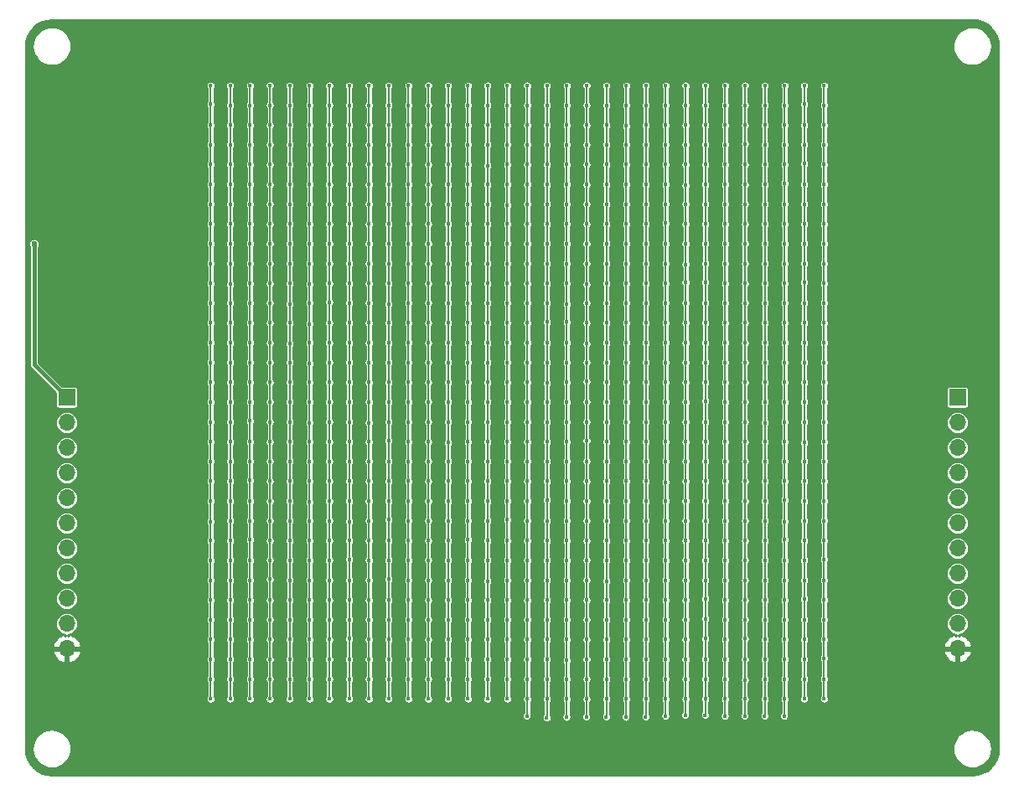
<source format=gbr>
G04 #@! TF.GenerationSoftware,KiCad,Pcbnew,(5.1.2)-2*
G04 #@! TF.CreationDate,2019-09-09T20:31:02-04:00*
G04 #@! TF.ProjectId,digiobscura,64696769-6f62-4736-9375-72612e6b6963,0.1a*
G04 #@! TF.SameCoordinates,Original*
G04 #@! TF.FileFunction,Copper,L2,Bot*
G04 #@! TF.FilePolarity,Positive*
%FSLAX46Y46*%
G04 Gerber Fmt 4.6, Leading zero omitted, Abs format (unit mm)*
G04 Created by KiCad (PCBNEW (5.1.2)-2) date 2019-09-09 20:31:02*
%MOMM*%
%LPD*%
G04 APERTURE LIST*
%ADD10O,1.700000X1.700000*%
%ADD11R,1.700000X1.700000*%
%ADD12C,0.600000*%
%ADD13C,0.400000*%
%ADD14C,0.400000*%
%ADD15C,0.200000*%
%ADD16C,0.254000*%
G04 APERTURE END LIST*
D10*
X101500000Y-94900000D03*
X101500000Y-92360000D03*
X101500000Y-89820000D03*
X101500000Y-87280000D03*
X101500000Y-84740000D03*
X101500000Y-82200000D03*
X101500000Y-79660000D03*
X101500000Y-77120000D03*
X101500000Y-74580000D03*
X101500000Y-72040000D03*
D11*
X101500000Y-69500000D03*
X191500000Y-69500000D03*
D10*
X191500000Y-72040000D03*
X191500000Y-74580000D03*
X191500000Y-77120000D03*
X191500000Y-79660000D03*
X191500000Y-82200000D03*
X191500000Y-84740000D03*
X191500000Y-87280000D03*
X191500000Y-89820000D03*
X191500000Y-92360000D03*
X191500000Y-94900000D03*
D12*
X100500000Y-50300000D03*
X102700000Y-56700000D03*
X101100000Y-58800000D03*
X104500000Y-76400000D03*
X188500000Y-97200000D03*
X189600000Y-65700000D03*
X193800000Y-52400000D03*
X190100000Y-52300000D03*
X98200000Y-54000000D03*
D13*
X116030330Y-37969670D03*
X116030330Y-99969670D03*
X116030330Y-39869670D03*
X116030330Y-41969670D03*
X116030330Y-43969670D03*
X116030330Y-45969670D03*
X116030330Y-47969670D03*
X116030330Y-49969670D03*
X116030330Y-51969670D03*
X116030330Y-53969670D03*
X116030330Y-55969670D03*
X116030330Y-57969670D03*
X116030330Y-59969670D03*
X116030330Y-61969670D03*
X116030330Y-63969670D03*
X116030330Y-65969670D03*
X116030330Y-67969670D03*
X116030330Y-69969670D03*
X116030330Y-71969670D03*
X116030330Y-73969670D03*
X116030330Y-75969670D03*
X116030330Y-77969670D03*
X116030330Y-79969670D03*
X116030330Y-82069670D03*
X116030330Y-83969670D03*
X116030330Y-85969670D03*
X116030330Y-87969670D03*
X116030330Y-89969670D03*
X116030330Y-91969670D03*
X116030330Y-93969670D03*
X116030330Y-95969670D03*
X116030330Y-97969670D03*
X118030330Y-37969670D03*
X118030330Y-39969670D03*
X118030330Y-99969670D03*
X118030330Y-97969670D03*
X118030330Y-95969670D03*
X118030330Y-93969670D03*
X118030330Y-91969670D03*
X118030330Y-89969670D03*
X118030330Y-87969670D03*
X118030330Y-85969670D03*
X118030330Y-83969670D03*
X118030330Y-81969670D03*
X118030330Y-79969670D03*
X118030330Y-77969670D03*
X118030330Y-75969670D03*
X118030330Y-73969670D03*
X118030330Y-71969670D03*
X118030330Y-69969670D03*
X118030330Y-67969670D03*
X118030330Y-65969670D03*
X118030330Y-63969670D03*
X118030330Y-61969670D03*
X118030330Y-59969670D03*
X118030330Y-58069670D03*
X118030330Y-55969670D03*
X118030330Y-53969670D03*
X118030330Y-51969670D03*
X118030330Y-49969670D03*
X118030330Y-47969670D03*
X118030330Y-45969670D03*
X118030330Y-43969670D03*
X118030330Y-41969670D03*
X120030330Y-99969670D03*
X120030330Y-97969670D03*
X120030330Y-37969670D03*
X120030330Y-39969670D03*
X120030330Y-41969670D03*
X120030330Y-43969670D03*
X120030330Y-45969670D03*
X120030330Y-47969670D03*
X120030330Y-49969670D03*
X120030330Y-51969670D03*
X120030330Y-53969670D03*
X120030330Y-55969670D03*
X120030330Y-57969670D03*
X120030330Y-59969670D03*
X120030330Y-61969670D03*
X120030330Y-63969670D03*
X120030330Y-65969670D03*
X120030330Y-67969670D03*
X120030330Y-69969670D03*
X120030330Y-71869670D03*
X120030330Y-73969670D03*
X120030330Y-75969670D03*
X120030330Y-77869670D03*
X120030330Y-79969670D03*
X120030330Y-81969670D03*
X120030330Y-83869670D03*
X120030330Y-85969670D03*
X120030330Y-87969670D03*
X120030330Y-89969670D03*
X120030330Y-91969670D03*
X120030330Y-93969670D03*
X120030330Y-95969670D03*
X124030330Y-99969670D03*
X124030330Y-97969670D03*
X124030330Y-37969670D03*
X124030330Y-39969670D03*
X124030330Y-41969670D03*
X124030330Y-43969670D03*
X124030330Y-45969670D03*
X124030330Y-47969670D03*
X124030330Y-49969670D03*
X124030330Y-51969670D03*
X124030330Y-53969670D03*
X124030330Y-55969670D03*
X124030330Y-57969670D03*
X124030330Y-60069670D03*
X124030330Y-61969670D03*
X124030330Y-64069670D03*
X124030330Y-65969670D03*
X124030330Y-67969670D03*
X124030330Y-69969670D03*
X124030330Y-71969670D03*
X124030330Y-73969670D03*
X124030330Y-75969670D03*
X124030330Y-77969670D03*
X124030330Y-79969670D03*
X124030330Y-81969670D03*
X124030330Y-83969670D03*
X124030330Y-85969670D03*
X124030330Y-87969670D03*
X124030330Y-89969670D03*
X124030330Y-91969670D03*
X124030330Y-93969670D03*
X124030330Y-95969670D03*
X126030330Y-37969670D03*
X126030330Y-39969670D03*
X126030330Y-99969670D03*
X126030330Y-97969670D03*
X126030330Y-95969670D03*
X126030330Y-93969670D03*
X126030330Y-91969670D03*
X126030330Y-89969670D03*
X126030330Y-87969670D03*
X126030330Y-85969670D03*
X126030330Y-83969670D03*
X126030330Y-81969670D03*
X126030330Y-80069670D03*
X126030330Y-77969670D03*
X126030330Y-75969670D03*
X126030330Y-73969670D03*
X126030330Y-72069670D03*
X126030330Y-69969670D03*
X126030330Y-67969670D03*
X126030330Y-66069670D03*
X126030330Y-63969670D03*
X126030330Y-62069670D03*
X126030330Y-59969670D03*
X126030330Y-58069670D03*
X126030330Y-55969670D03*
X126030330Y-53969670D03*
X126030330Y-51969670D03*
X126030330Y-49969670D03*
X126030330Y-47969670D03*
X126030330Y-45969670D03*
X126030330Y-43969670D03*
X126030330Y-41969670D03*
X128030330Y-99969670D03*
X128030330Y-97969670D03*
X128030330Y-37969670D03*
X128030330Y-39969670D03*
X128030330Y-41969670D03*
X128030330Y-43969670D03*
X128030330Y-45969670D03*
X128030330Y-47969670D03*
X128030330Y-49969670D03*
X128030330Y-51969670D03*
X128030330Y-53969670D03*
X128030330Y-55969670D03*
X128030330Y-57969670D03*
X128030330Y-59869670D03*
X128030330Y-61969670D03*
X128030330Y-63969670D03*
X128030330Y-65969670D03*
X128030330Y-67969670D03*
X128030330Y-69969670D03*
X128030330Y-71969670D03*
X128030330Y-73969670D03*
X128030330Y-75969670D03*
X128030330Y-77969670D03*
X128030330Y-79969670D03*
X128030330Y-81969670D03*
X128030330Y-83969670D03*
X128030330Y-85969670D03*
X128030330Y-87969670D03*
X128030330Y-89969670D03*
X128030330Y-91969670D03*
X128030330Y-93969670D03*
X128030330Y-95969670D03*
X130030330Y-37969670D03*
X130030330Y-39969670D03*
X130030330Y-99969670D03*
X130030330Y-97969670D03*
X130030330Y-95969670D03*
X130030330Y-93869670D03*
X130030330Y-91969670D03*
X130030330Y-89969670D03*
X130030330Y-87969670D03*
X130030330Y-85869670D03*
X130030330Y-83969670D03*
X130030330Y-82069670D03*
X130030330Y-79969670D03*
X130030330Y-77969670D03*
X130030330Y-75969670D03*
X130030330Y-73969670D03*
X130030330Y-71969670D03*
X130030330Y-69969670D03*
X130030330Y-67969670D03*
X130030330Y-65969670D03*
X130030330Y-63969670D03*
X130030330Y-61969670D03*
X130030330Y-59969670D03*
X130030330Y-57969670D03*
X130030330Y-55969670D03*
X130030330Y-53969670D03*
X130030330Y-51969670D03*
X130030330Y-49969670D03*
X130030330Y-47969670D03*
X130030330Y-45969670D03*
X130030330Y-43969670D03*
X130030330Y-41969670D03*
X132030330Y-99969670D03*
X132030330Y-97969670D03*
X132030330Y-37969670D03*
X132030330Y-39969670D03*
X132030330Y-41969670D03*
X132030330Y-43969670D03*
X132030330Y-45969670D03*
X132030330Y-47969670D03*
X132030330Y-49969670D03*
X132030330Y-51969670D03*
X132030330Y-53969670D03*
X132030330Y-55969670D03*
X132030330Y-57969670D03*
X132030330Y-59969670D03*
X132030330Y-61969670D03*
X132030330Y-63969670D03*
X132030330Y-65969670D03*
X132030330Y-67969670D03*
X132030330Y-69969670D03*
X132030330Y-72069670D03*
X132030330Y-73969670D03*
X132030330Y-75969670D03*
X132030330Y-77969670D03*
X132030330Y-79969670D03*
X132030330Y-81969670D03*
X132030330Y-83969670D03*
X132030330Y-85969670D03*
X132030330Y-87969670D03*
X132030330Y-89969670D03*
X132030330Y-91969670D03*
X132030330Y-93969670D03*
X132030330Y-95969670D03*
X134030330Y-37969670D03*
X134030330Y-39969670D03*
X134030330Y-99969670D03*
X134030330Y-97969670D03*
X134030330Y-95969670D03*
X134030330Y-93969670D03*
X134030330Y-91969670D03*
X134030330Y-89969670D03*
X134030330Y-87869670D03*
X134030330Y-85969670D03*
X134030330Y-83969670D03*
X134030330Y-81869670D03*
X134030330Y-79969670D03*
X134030330Y-77969670D03*
X134030330Y-75969670D03*
X134030330Y-73869670D03*
X134030330Y-71969670D03*
X134030330Y-69969670D03*
X134030330Y-67969670D03*
X134030330Y-65969670D03*
X134030330Y-63969670D03*
X134030330Y-61969670D03*
X134030330Y-60069670D03*
X134030330Y-57969670D03*
X134030330Y-55969670D03*
X134030330Y-53969670D03*
X134030330Y-51969670D03*
X134030330Y-49969670D03*
X134030330Y-47969670D03*
X134030330Y-45969670D03*
X134030330Y-43969670D03*
X134030330Y-41969670D03*
X136030330Y-99969670D03*
X136030330Y-97969670D03*
X136030330Y-37969670D03*
X136030330Y-39969670D03*
X136030330Y-41969670D03*
X136030330Y-43969670D03*
X136030330Y-45969670D03*
X136030330Y-47969670D03*
X136030330Y-49969670D03*
X136030330Y-51969670D03*
X136030330Y-53969670D03*
X136030330Y-55969670D03*
X136030330Y-57969670D03*
X136030330Y-59969670D03*
X136030330Y-61969670D03*
X136030330Y-63969670D03*
X136030330Y-65969670D03*
X136030330Y-67969670D03*
X136030330Y-69969670D03*
X136030330Y-71969670D03*
X136030330Y-73969670D03*
X136030330Y-75969670D03*
X136030330Y-77969670D03*
X136030330Y-79969670D03*
X136030330Y-81969670D03*
X136030330Y-83969670D03*
X136030330Y-85969670D03*
X136030330Y-87969670D03*
X136030330Y-89969670D03*
X136030330Y-91969670D03*
X136030330Y-93969670D03*
X136030330Y-95969670D03*
X138030330Y-37969670D03*
X138030330Y-39969670D03*
X138030330Y-99969670D03*
X138030330Y-97969670D03*
X138030330Y-95969670D03*
X138030330Y-93969670D03*
X138030330Y-91969670D03*
X138030330Y-89969670D03*
X138030330Y-87969670D03*
X138030330Y-85969670D03*
X138030330Y-83969670D03*
X138030330Y-81969670D03*
X138030330Y-79969670D03*
X138030330Y-77969670D03*
X138030330Y-75969670D03*
X138030330Y-73969670D03*
X138030330Y-71969670D03*
X138030330Y-69969670D03*
X138030330Y-67969670D03*
X138030330Y-65969670D03*
X138030330Y-63969670D03*
X138030330Y-61969670D03*
X138030330Y-59969670D03*
X138030330Y-57969670D03*
X138030330Y-55969670D03*
X138030330Y-53969670D03*
X138030330Y-51969670D03*
X138030330Y-49969670D03*
X138030330Y-47969670D03*
X138030330Y-45969670D03*
X138030330Y-43969670D03*
X138030330Y-41969670D03*
X140030330Y-99969670D03*
X140030330Y-97969670D03*
X140030330Y-37969670D03*
X140030330Y-39969670D03*
X140030330Y-41969670D03*
X140030330Y-43969670D03*
X140030330Y-45969670D03*
X140030330Y-47969670D03*
X140030330Y-49969670D03*
X140030330Y-51969670D03*
X140030330Y-53969670D03*
X140030330Y-55969670D03*
X140030330Y-57969670D03*
X140030330Y-59969670D03*
X140030330Y-61969670D03*
X140030330Y-63969670D03*
X140030330Y-65969670D03*
X140030330Y-67969670D03*
X140030330Y-69969670D03*
X140030330Y-71969670D03*
X140030330Y-74069670D03*
X140030330Y-75969670D03*
X140030330Y-77969670D03*
X140030330Y-79969670D03*
X140030330Y-81969670D03*
X140030330Y-83969670D03*
X140030330Y-85969670D03*
X140030330Y-87969670D03*
X140030330Y-89969670D03*
X140030330Y-91969670D03*
X140030330Y-93969670D03*
X140030330Y-95969670D03*
X142030330Y-37969670D03*
X142030330Y-39969670D03*
X142030330Y-99969670D03*
X142030330Y-97969670D03*
X142030330Y-95969670D03*
X142030330Y-93969670D03*
X142030330Y-91969670D03*
X142030330Y-89969670D03*
X142030330Y-87969670D03*
X142030330Y-85969670D03*
X142030330Y-83869670D03*
X142030330Y-81969670D03*
X142030330Y-79969670D03*
X142030330Y-77969670D03*
X142030330Y-75969670D03*
X142030330Y-73969670D03*
X142030330Y-71969670D03*
X142030330Y-69969670D03*
X142030330Y-67969670D03*
X142030330Y-65969670D03*
X142030330Y-63969670D03*
X142030330Y-61969670D03*
X142030330Y-59969670D03*
X142030330Y-57969670D03*
X142030330Y-55969670D03*
X142030330Y-53969670D03*
X142030330Y-51969670D03*
X142030330Y-49969670D03*
X142030330Y-47969670D03*
X142030330Y-45969670D03*
X142030330Y-43969670D03*
X142030330Y-41969670D03*
X144030330Y-99969670D03*
X144030330Y-97969670D03*
X144030330Y-37969670D03*
X144030330Y-39969670D03*
X144030330Y-41969670D03*
X144030330Y-43969670D03*
X144030330Y-46069670D03*
X144030330Y-47969670D03*
X144030330Y-49969670D03*
X144030330Y-51969670D03*
X144030330Y-53969670D03*
X144030330Y-55969670D03*
X144030330Y-57969670D03*
X144030330Y-59969670D03*
X144030330Y-61969670D03*
X144030330Y-63969670D03*
X144030330Y-65969670D03*
X144030330Y-67969670D03*
X144030330Y-69969670D03*
X144030330Y-71969670D03*
X144030330Y-73969670D03*
X144030330Y-75969670D03*
X144030330Y-77969670D03*
X144030330Y-79969670D03*
X144030330Y-81969670D03*
X144030330Y-83969670D03*
X144030330Y-85969670D03*
X144030330Y-88069670D03*
X144030330Y-89969670D03*
X144030330Y-91969670D03*
X144030330Y-93969670D03*
X144030330Y-95969670D03*
X146030330Y-37969670D03*
X146030330Y-39969670D03*
X146030330Y-99969670D03*
X146030330Y-97969670D03*
X146030330Y-95969670D03*
X146030330Y-93969670D03*
X146030330Y-91969670D03*
X146030330Y-89969670D03*
X146030330Y-87969670D03*
X146030330Y-85969670D03*
X146030330Y-83969670D03*
X146030330Y-81869670D03*
X146030330Y-79969670D03*
X146030330Y-77969670D03*
X146030330Y-75969670D03*
X146030330Y-73969670D03*
X146030330Y-71969670D03*
X146030330Y-69969670D03*
X146030330Y-67969670D03*
X146030330Y-65969670D03*
X146030330Y-63969670D03*
X146030330Y-61969670D03*
X146030330Y-59969670D03*
X146030330Y-57969670D03*
X146030330Y-55969670D03*
X146030330Y-53969670D03*
X146030330Y-51969670D03*
X146030330Y-50069670D03*
X146030330Y-47969670D03*
X146030330Y-45969670D03*
X146030330Y-43969670D03*
X146030330Y-41969670D03*
X148030330Y-99969670D03*
X148030330Y-97969670D03*
X148030330Y-37969670D03*
X148030330Y-39969670D03*
X148030330Y-41969670D03*
X148030330Y-43969670D03*
X148030330Y-45969670D03*
X148030330Y-47969670D03*
X148030330Y-49969670D03*
X148030330Y-51969670D03*
X148030330Y-53969670D03*
X148030330Y-55969670D03*
X148030330Y-57969670D03*
X148030330Y-59969670D03*
X148030330Y-61969670D03*
X148030330Y-63969670D03*
X148030330Y-65969670D03*
X148030330Y-67969670D03*
X148030330Y-69969670D03*
X148030330Y-71969670D03*
X148030330Y-73969670D03*
X148030330Y-75969670D03*
X148030330Y-77969670D03*
X148030330Y-79969670D03*
X148030330Y-81969670D03*
X148030330Y-83969670D03*
X148030330Y-85969670D03*
X148030330Y-87969670D03*
X148030330Y-89969670D03*
X148030330Y-91969670D03*
X148030330Y-93969670D03*
X148030330Y-95969670D03*
X148000000Y-101700000D03*
X150030330Y-37969670D03*
X150030330Y-39969670D03*
X150030330Y-99969670D03*
X150030330Y-97969670D03*
X150030330Y-95969670D03*
X150030330Y-93969670D03*
X150030330Y-91969670D03*
X150030330Y-89969670D03*
X150030330Y-87969670D03*
X150030330Y-85969670D03*
X150030330Y-83969670D03*
X150030330Y-81969670D03*
X150030330Y-79869670D03*
X150030330Y-77969670D03*
X150030330Y-75969670D03*
X150030330Y-73969670D03*
X150030330Y-71969670D03*
X150030330Y-69969670D03*
X150030330Y-68069670D03*
X150030330Y-65969670D03*
X150030330Y-63969670D03*
X150030330Y-61869670D03*
X150030330Y-59969670D03*
X150030330Y-57969670D03*
X150030330Y-55969670D03*
X150030330Y-53969670D03*
X150030330Y-51969670D03*
X150030330Y-49969670D03*
X150030330Y-47969670D03*
X150030330Y-45969670D03*
X150030330Y-43969670D03*
X150030330Y-41969670D03*
X150000000Y-101900000D03*
X152030330Y-99969670D03*
X152030330Y-97969670D03*
X152030330Y-37969670D03*
X152030330Y-39969670D03*
X152030330Y-41969670D03*
X152030330Y-43969670D03*
X152030330Y-45969670D03*
X152030330Y-47969670D03*
X152030330Y-49969670D03*
X152030330Y-51969670D03*
X152030330Y-53969670D03*
X152030330Y-55969670D03*
X152030330Y-57969670D03*
X152030330Y-60069670D03*
X152030330Y-61869670D03*
X152030330Y-63969670D03*
X152030330Y-65969670D03*
X152030330Y-67969670D03*
X152030330Y-69969670D03*
X152030330Y-71969670D03*
X152030330Y-73969670D03*
X152030330Y-75969670D03*
X152030330Y-77969670D03*
X152030330Y-79969670D03*
X152030330Y-81969670D03*
X152030330Y-83969670D03*
X152030330Y-85969670D03*
X152030330Y-87969670D03*
X152030330Y-89969670D03*
X152030330Y-91969670D03*
X152030330Y-93969670D03*
X152030330Y-96069670D03*
X152000000Y-101800000D03*
X156030330Y-99969670D03*
X156030330Y-97969670D03*
X156030330Y-37969670D03*
X156030330Y-39969670D03*
X156030330Y-41969670D03*
X156030330Y-43969670D03*
X156030330Y-45969670D03*
X156030330Y-47969670D03*
X156030330Y-49969670D03*
X156030330Y-51969670D03*
X156030330Y-53969670D03*
X156030330Y-55969670D03*
X156030330Y-57969670D03*
X156030330Y-59969670D03*
X156030330Y-61969670D03*
X156030330Y-63969670D03*
X156030330Y-65969670D03*
X156030330Y-67969670D03*
X156030330Y-69969670D03*
X156030330Y-71969670D03*
X156030330Y-73969670D03*
X156030330Y-75969670D03*
X156030330Y-77969670D03*
X156030330Y-79969670D03*
X156030330Y-81969670D03*
X156030330Y-83969670D03*
X156030330Y-85969670D03*
X156030330Y-88069670D03*
X156030330Y-89969670D03*
X156030330Y-91969670D03*
X156030330Y-93969670D03*
X156030330Y-95969670D03*
X156000000Y-101800000D03*
X158030330Y-37969670D03*
X158030330Y-39969670D03*
X158030330Y-99969670D03*
X158030330Y-97969670D03*
X158030330Y-95969670D03*
X158030330Y-93969670D03*
X158030330Y-91969670D03*
X158030330Y-89969670D03*
X158030330Y-87969670D03*
X158030330Y-85969670D03*
X158030330Y-83969670D03*
X158030330Y-81969670D03*
X158030330Y-79969670D03*
X158030330Y-77969670D03*
X158030330Y-75969670D03*
X158030330Y-73969670D03*
X158030330Y-71969670D03*
X158030330Y-69969670D03*
X158030330Y-67969670D03*
X158030330Y-65969670D03*
X158030330Y-63969670D03*
X158030330Y-61969670D03*
X158030330Y-59969670D03*
X158030330Y-57969670D03*
X158030330Y-55969670D03*
X158030330Y-53969670D03*
X158030330Y-51969670D03*
X158030330Y-49969670D03*
X158030330Y-47969670D03*
X158030330Y-45969670D03*
X158030330Y-43969670D03*
X158030330Y-42069670D03*
X158000000Y-101800000D03*
X160030330Y-99969670D03*
X160030330Y-97969670D03*
X160030330Y-37969670D03*
X160030330Y-39969670D03*
X160030330Y-41969670D03*
X160030330Y-43969670D03*
X160030330Y-45969670D03*
X160030330Y-47969670D03*
X160030330Y-49969670D03*
X160030330Y-51969670D03*
X160030330Y-53969670D03*
X160030330Y-55969670D03*
X160030330Y-57969670D03*
X160030330Y-59969670D03*
X160030330Y-61969670D03*
X160030330Y-63969670D03*
X160030330Y-65969670D03*
X160030330Y-67969670D03*
X160030330Y-69969670D03*
X160030330Y-71969670D03*
X160030330Y-73969670D03*
X160030330Y-75969670D03*
X160030330Y-77969670D03*
X160030330Y-79969670D03*
X160030330Y-81969670D03*
X160030330Y-83969670D03*
X160030330Y-85969670D03*
X160030330Y-87969670D03*
X160030330Y-89969670D03*
X160030330Y-91969670D03*
X160030330Y-93969670D03*
X160030330Y-95969670D03*
X160000000Y-101800000D03*
X162030330Y-37969670D03*
X162030330Y-39969670D03*
X162030330Y-99969670D03*
X162030330Y-97969670D03*
X162030330Y-95969670D03*
X162030330Y-93969670D03*
X162030330Y-91969670D03*
X162030330Y-89969670D03*
X162030330Y-87969670D03*
X162030330Y-85969670D03*
X162030330Y-83969670D03*
X162030330Y-81969670D03*
X162030330Y-79969670D03*
X162030330Y-78069670D03*
X162030330Y-75969670D03*
X162030330Y-73969670D03*
X162030330Y-71969670D03*
X162030330Y-69969670D03*
X162030330Y-67969670D03*
X162030330Y-65969670D03*
X162030330Y-63969670D03*
X162030330Y-61969670D03*
X162030330Y-59969670D03*
X162030330Y-57969670D03*
X162030330Y-55969670D03*
X162030330Y-53969670D03*
X162030330Y-51869670D03*
X162030330Y-49969670D03*
X162030330Y-47969670D03*
X162030330Y-45969670D03*
X162030330Y-43969670D03*
X162030330Y-41969670D03*
X162000000Y-101700000D03*
X164030330Y-99969670D03*
X164030330Y-97969670D03*
X164030330Y-37969670D03*
X164030330Y-39969670D03*
X164030330Y-41969670D03*
X164030330Y-43969670D03*
X164030330Y-45969670D03*
X164030330Y-48069670D03*
X164030330Y-49969670D03*
X164030330Y-51969670D03*
X164030330Y-53969670D03*
X164030330Y-56069670D03*
X164030330Y-57869670D03*
X164030330Y-59969670D03*
X164030330Y-61969670D03*
X164030330Y-63969670D03*
X164030330Y-65969670D03*
X164030330Y-67969670D03*
X164030330Y-69969670D03*
X164030330Y-71969670D03*
X164030330Y-73969670D03*
X164030330Y-75969670D03*
X164030330Y-77969670D03*
X164030330Y-79969670D03*
X164030330Y-81969670D03*
X164030330Y-83969670D03*
X164030330Y-85969670D03*
X164030330Y-87969670D03*
X164030330Y-89969670D03*
X164030330Y-91969670D03*
X164030330Y-93969670D03*
X164030330Y-95969670D03*
X164000000Y-101600000D03*
X166030330Y-37969670D03*
X166030330Y-39969670D03*
X166030330Y-99969670D03*
X166030330Y-97969670D03*
X166030330Y-95969670D03*
X166030330Y-93869670D03*
X166030330Y-91869670D03*
X166030330Y-89869670D03*
X166030330Y-87969670D03*
X166030330Y-85969670D03*
X166030330Y-83969670D03*
X166030330Y-81969670D03*
X166030330Y-79969670D03*
X166030330Y-77969670D03*
X166030330Y-75969670D03*
X166030330Y-73969670D03*
X166030330Y-71969670D03*
X166030330Y-69869670D03*
X166030330Y-67969670D03*
X166030330Y-65969670D03*
X166030330Y-63969670D03*
X166030330Y-61969670D03*
X166030330Y-59969670D03*
X166030330Y-57869670D03*
X166030330Y-55969670D03*
X166030330Y-53969670D03*
X166030330Y-51969670D03*
X166030330Y-49969670D03*
X166030330Y-47969670D03*
X166030330Y-45969670D03*
X166030330Y-43969670D03*
X166030330Y-41969670D03*
X166000000Y-101600000D03*
X168030330Y-99969670D03*
X168030330Y-97969670D03*
X168030330Y-37969670D03*
X168030330Y-39969670D03*
X168030330Y-41969670D03*
X168030330Y-43969670D03*
X168030330Y-45969670D03*
X168030330Y-47969670D03*
X168030330Y-49969670D03*
X168030330Y-51969670D03*
X168030330Y-53969670D03*
X168030330Y-55969670D03*
X168030330Y-57969670D03*
X168030330Y-59969670D03*
X168030330Y-61969670D03*
X168030330Y-63969670D03*
X168030330Y-65969670D03*
X168030330Y-67969670D03*
X168030330Y-69969670D03*
X168030330Y-71969670D03*
X168030330Y-73969670D03*
X168030330Y-75969670D03*
X168030330Y-77969670D03*
X168030330Y-79969670D03*
X168030330Y-81969670D03*
X168030330Y-83969670D03*
X168030330Y-85969670D03*
X168030330Y-87969670D03*
X168030330Y-89969670D03*
X168030330Y-91969670D03*
X168030330Y-93969670D03*
X168030330Y-95969670D03*
X168000000Y-101700000D03*
X170030330Y-37969670D03*
X170030330Y-39969670D03*
X170030330Y-99969670D03*
X170030330Y-98069670D03*
X170030330Y-95969670D03*
X170030330Y-93869670D03*
X170030330Y-91969670D03*
X170030330Y-89969670D03*
X170030330Y-87969670D03*
X170030330Y-85969670D03*
X170030330Y-83969670D03*
X170030330Y-81969670D03*
X170030330Y-79969670D03*
X170030330Y-77969670D03*
X170030330Y-75969670D03*
X170030330Y-73969670D03*
X170030330Y-71969670D03*
X170030330Y-69969670D03*
X170030330Y-67969670D03*
X170030330Y-65969670D03*
X170030330Y-63969670D03*
X170030330Y-61969670D03*
X170030330Y-59969670D03*
X170030330Y-57969670D03*
X170030330Y-55969670D03*
X170030330Y-53969670D03*
X170030330Y-51969670D03*
X170030330Y-49969670D03*
X170030330Y-47969670D03*
X170030330Y-45969670D03*
X170030330Y-43869670D03*
X170030330Y-41969670D03*
X170000000Y-101700000D03*
X172030330Y-99969670D03*
X172030330Y-97969670D03*
X172030330Y-37969670D03*
X172030330Y-39969670D03*
X172030330Y-41969670D03*
X172030330Y-43969670D03*
X172030330Y-45969670D03*
X172030330Y-47969670D03*
X172030330Y-49969670D03*
X172030330Y-51969670D03*
X172030330Y-53969670D03*
X172030330Y-55969670D03*
X172030330Y-57969670D03*
X172030330Y-59969670D03*
X172030330Y-61969670D03*
X172030330Y-63969670D03*
X172030330Y-65969670D03*
X172030330Y-67969670D03*
X172030330Y-69969670D03*
X172030330Y-72069670D03*
X172030330Y-73969670D03*
X172030330Y-75969670D03*
X172030330Y-77969670D03*
X172030330Y-79969670D03*
X172030330Y-81969670D03*
X172030330Y-83969670D03*
X172030330Y-85969670D03*
X172030330Y-87969670D03*
X172030330Y-89969670D03*
X172030330Y-91969670D03*
X172030330Y-93969670D03*
X172030330Y-95969670D03*
X172000000Y-101700000D03*
X174030330Y-37969670D03*
X174030330Y-39969670D03*
X174030330Y-99969670D03*
X174030330Y-97969670D03*
X174030330Y-95969670D03*
X174030330Y-93969670D03*
X174030330Y-91969670D03*
X174030330Y-89969670D03*
X174030330Y-87969670D03*
X174030330Y-85969670D03*
X174030330Y-83869670D03*
X174030330Y-82069670D03*
X174030330Y-79869670D03*
X174030330Y-77969670D03*
X174030330Y-75969670D03*
X174030330Y-73969670D03*
X174030330Y-71969670D03*
X174030330Y-69969670D03*
X174030330Y-67969670D03*
X174030330Y-65969670D03*
X174030330Y-63969670D03*
X174030330Y-61969670D03*
X174030330Y-59969670D03*
X174030330Y-57969670D03*
X174030330Y-55969670D03*
X174030330Y-53969670D03*
X174030330Y-51969670D03*
X174030330Y-49969670D03*
X174030330Y-47869670D03*
X174030330Y-45969670D03*
X174030330Y-43969670D03*
X174030330Y-41969670D03*
X174000000Y-101700000D03*
X176030330Y-99969670D03*
X176030330Y-97969670D03*
X176030330Y-37969670D03*
X176030330Y-39869670D03*
X176030330Y-41969670D03*
X176030330Y-43969670D03*
X176030330Y-45869670D03*
X176030330Y-47969670D03*
X176030330Y-49969670D03*
X176030330Y-51969670D03*
X176030330Y-53969670D03*
X176030330Y-55969670D03*
X176030330Y-57869670D03*
X176030330Y-59969670D03*
X176030330Y-61969670D03*
X176030330Y-63969670D03*
X176030330Y-65969670D03*
X176030330Y-67969670D03*
X176030330Y-69969670D03*
X176030330Y-71969670D03*
X176030330Y-74069670D03*
X176030330Y-75969670D03*
X176030330Y-77969670D03*
X176030330Y-79969670D03*
X176030330Y-81969670D03*
X176030330Y-83969670D03*
X176030330Y-85969670D03*
X176030330Y-87969670D03*
X176030330Y-89869670D03*
X176030330Y-91969670D03*
X176030330Y-93969670D03*
X176030330Y-95969670D03*
X178030330Y-37969670D03*
X178030330Y-39969670D03*
X178030330Y-99969670D03*
X178030330Y-97969670D03*
X178030330Y-95869670D03*
X178030330Y-93969670D03*
X178030330Y-91969670D03*
X178030330Y-89969670D03*
X178030330Y-87969670D03*
X178030330Y-85869670D03*
X178030330Y-83969670D03*
X178030330Y-81969670D03*
X178030330Y-79969670D03*
X178030330Y-77969670D03*
X178030330Y-75969670D03*
X178030330Y-73969670D03*
X178030330Y-71969670D03*
X178030330Y-69969670D03*
X178030330Y-67969670D03*
X178030330Y-65969670D03*
X178030330Y-63969670D03*
X178030330Y-61969670D03*
X178030330Y-59969670D03*
X178030330Y-57969670D03*
X178030330Y-55969670D03*
X178030330Y-53969670D03*
X178030330Y-51969670D03*
X178030330Y-49969670D03*
X178030330Y-47969670D03*
X178030330Y-45969670D03*
X178030330Y-43969670D03*
X178030330Y-41969670D03*
X122030330Y-37969670D03*
X122030330Y-39969670D03*
X122030330Y-99969670D03*
X122030330Y-97969670D03*
X122030330Y-95969670D03*
X122030330Y-93969670D03*
X122030330Y-91969670D03*
X122030330Y-89969670D03*
X122030330Y-87869670D03*
X122030330Y-85969670D03*
X122030330Y-83969670D03*
X122030330Y-81969670D03*
X122030330Y-79969670D03*
X122030330Y-77969670D03*
X122030330Y-75969670D03*
X122030330Y-73969670D03*
X122030330Y-71969670D03*
X122030330Y-69969670D03*
X122030330Y-67969670D03*
X122030330Y-65969670D03*
X122030330Y-63969670D03*
X122030330Y-61969670D03*
X122030330Y-59969670D03*
X122030330Y-57969670D03*
X122030330Y-55969670D03*
X122030330Y-53969670D03*
X122030330Y-51969670D03*
X122030330Y-49969670D03*
X122030330Y-47969670D03*
X122030330Y-45969670D03*
X122030330Y-43969670D03*
X122030330Y-41969670D03*
X154030330Y-37969670D03*
X154030330Y-39969670D03*
X154030330Y-99969670D03*
X154030330Y-97969670D03*
X154030330Y-95969670D03*
X154030330Y-93969670D03*
X154030330Y-91969670D03*
X154030330Y-89969670D03*
X154030330Y-87969670D03*
X154030330Y-85969670D03*
X154030330Y-83969670D03*
X154030330Y-81969670D03*
X154030330Y-79969670D03*
X154030330Y-77969670D03*
X154030330Y-75969670D03*
X154030330Y-73869670D03*
X154030330Y-71969670D03*
X154030330Y-69969670D03*
X154030330Y-67869670D03*
X154030330Y-65969670D03*
X154030330Y-64069670D03*
X154030330Y-61969670D03*
X154030330Y-59969670D03*
X154030330Y-58069670D03*
X154030330Y-55969670D03*
X154030330Y-53969670D03*
X154030330Y-51969670D03*
X154030330Y-49969670D03*
X154030330Y-47969670D03*
X154030330Y-45969670D03*
X154030330Y-43969670D03*
X154030330Y-41969670D03*
X154000000Y-101800000D03*
D14*
X98200000Y-66200000D02*
X98200000Y-54000000D01*
X101500000Y-69500000D02*
X98200000Y-66200000D01*
D15*
X116030330Y-37969670D02*
X116030330Y-39869670D01*
X116030330Y-39869670D02*
X116030330Y-41969670D01*
X116030330Y-41969670D02*
X116030330Y-43969670D01*
X116030330Y-43969670D02*
X116030330Y-45969670D01*
X116030330Y-45969670D02*
X116030330Y-47969670D01*
X116030330Y-47969670D02*
X116030330Y-49969670D01*
X116030330Y-49969670D02*
X116030330Y-51969670D01*
X116030330Y-51969670D02*
X116030330Y-53969670D01*
X116030330Y-53969670D02*
X116030330Y-55969670D01*
X116030330Y-55969670D02*
X116030330Y-57969670D01*
X116030330Y-57969670D02*
X116030330Y-59969670D01*
X116030330Y-59969670D02*
X116030330Y-61969670D01*
X116030330Y-61969670D02*
X116030330Y-63969670D01*
X116030330Y-63969670D02*
X116030330Y-65969670D01*
X116030330Y-65969670D02*
X116030330Y-67969670D01*
X116030330Y-67969670D02*
X116030330Y-69969670D01*
X116030330Y-69969670D02*
X116030330Y-71969670D01*
X116030330Y-71969670D02*
X116030330Y-73969670D01*
X116030330Y-73969670D02*
X116030330Y-75969670D01*
X116030330Y-75969670D02*
X116030330Y-77969670D01*
X116030330Y-77969670D02*
X116030330Y-79969670D01*
X116030330Y-79969670D02*
X116030330Y-82069670D01*
X116030330Y-82069670D02*
X116030330Y-83969670D01*
X116030330Y-83969670D02*
X116030330Y-85969670D01*
X116030330Y-85969670D02*
X116030330Y-87969670D01*
X116030330Y-87969670D02*
X116030330Y-89969670D01*
X116030330Y-89969670D02*
X116030330Y-91969670D01*
X116030330Y-91969670D02*
X116030330Y-93969670D01*
X116030330Y-93969670D02*
X116030330Y-95969670D01*
X116030330Y-95969670D02*
X116030330Y-97969670D01*
X116030330Y-97969670D02*
X116030330Y-99969670D01*
X118030330Y-37969670D02*
X118030330Y-39969670D01*
X118030330Y-39969670D02*
X118030330Y-41969670D01*
X118030330Y-97969670D02*
X118030330Y-99969670D01*
X118030330Y-95969670D02*
X118030330Y-97969670D01*
X118030330Y-93969670D02*
X118030330Y-95969670D01*
X118030330Y-91969670D02*
X118030330Y-93969670D01*
X118030330Y-89969670D02*
X118030330Y-91969670D01*
X118030330Y-87969670D02*
X118030330Y-89969670D01*
X118030330Y-85969670D02*
X118030330Y-87969670D01*
X118030330Y-83969670D02*
X118030330Y-85969670D01*
X118030330Y-81969670D02*
X118030330Y-83969670D01*
X118030330Y-79969670D02*
X118030330Y-81969670D01*
X118030330Y-77969670D02*
X118030330Y-79969670D01*
X118030330Y-75969670D02*
X118030330Y-77969670D01*
X118030330Y-73969670D02*
X118030330Y-75969670D01*
X118030330Y-71969670D02*
X118030330Y-73969670D01*
X118030330Y-69969670D02*
X118030330Y-71969670D01*
X118030330Y-67969670D02*
X118030330Y-69969670D01*
X118030330Y-65969670D02*
X118030330Y-67969670D01*
X118030330Y-63969670D02*
X118030330Y-65969670D01*
X118030330Y-61969670D02*
X118030330Y-63969670D01*
X118030330Y-59969670D02*
X118030330Y-61969670D01*
X118030330Y-58069670D02*
X118030330Y-59969670D01*
X118030330Y-55969670D02*
X118030330Y-58069670D01*
X118030330Y-53969670D02*
X118030330Y-55969670D01*
X118030330Y-51969670D02*
X118030330Y-53969670D01*
X118030330Y-49969670D02*
X118030330Y-51969670D01*
X118030330Y-47969670D02*
X118030330Y-49969670D01*
X118030330Y-45969670D02*
X118030330Y-47969670D01*
X118030330Y-43969670D02*
X118030330Y-45969670D01*
X118030330Y-41969670D02*
X118030330Y-43969670D01*
X120030330Y-99969670D02*
X120030330Y-97969670D01*
X120030330Y-97969670D02*
X120030330Y-95969670D01*
X120030330Y-39969670D02*
X120030330Y-37969670D01*
X120030330Y-41969670D02*
X120030330Y-39969670D01*
X120030330Y-43969670D02*
X120030330Y-41969670D01*
X120030330Y-45969670D02*
X120030330Y-43969670D01*
X120030330Y-47969670D02*
X120030330Y-45969670D01*
X120030330Y-49969670D02*
X120030330Y-47969670D01*
X120030330Y-51969670D02*
X120030330Y-49969670D01*
X120030330Y-53969670D02*
X120030330Y-51969670D01*
X120030330Y-55969670D02*
X120030330Y-53969670D01*
X120030330Y-57969670D02*
X120030330Y-55969670D01*
X120030330Y-59969670D02*
X120030330Y-57969670D01*
X120030330Y-61969670D02*
X120030330Y-59969670D01*
X120030330Y-63969670D02*
X120030330Y-61969670D01*
X120030330Y-65969670D02*
X120030330Y-63969670D01*
X120030330Y-67969670D02*
X120030330Y-65969670D01*
X120030330Y-69969670D02*
X120030330Y-67969670D01*
X120030330Y-71869670D02*
X120030330Y-69969670D01*
X120030330Y-73969670D02*
X120030330Y-71869670D01*
X120030330Y-75969670D02*
X120030330Y-73969670D01*
X120030330Y-77869670D02*
X120030330Y-75969670D01*
X120030330Y-79969670D02*
X120030330Y-77869670D01*
X120030330Y-81969670D02*
X120030330Y-79969670D01*
X120030330Y-83869670D02*
X120030330Y-81969670D01*
X120030330Y-85969670D02*
X120030330Y-83869670D01*
X120030330Y-87969670D02*
X120030330Y-85969670D01*
X120030330Y-89969670D02*
X120030330Y-87969670D01*
X120030330Y-91969670D02*
X120030330Y-89969670D01*
X120030330Y-93969670D02*
X120030330Y-91969670D01*
X120030330Y-95969670D02*
X120030330Y-93969670D01*
X124030330Y-99969670D02*
X124030330Y-97969670D01*
X124030330Y-97969670D02*
X124030330Y-95969670D01*
X124030330Y-39969670D02*
X124030330Y-37969670D01*
X124030330Y-41969670D02*
X124030330Y-39969670D01*
X124030330Y-43969670D02*
X124030330Y-41969670D01*
X124030330Y-45969670D02*
X124030330Y-43969670D01*
X124030330Y-47969670D02*
X124030330Y-45969670D01*
X124030330Y-49969670D02*
X124030330Y-47969670D01*
X124030330Y-51969670D02*
X124030330Y-49969670D01*
X124030330Y-53969670D02*
X124030330Y-51969670D01*
X124030330Y-55969670D02*
X124030330Y-53969670D01*
X124030330Y-57969670D02*
X124030330Y-55969670D01*
X124030330Y-60069670D02*
X124030330Y-57969670D01*
X124030330Y-61969670D02*
X124030330Y-60069670D01*
X124030330Y-64069670D02*
X124030330Y-61969670D01*
X124030330Y-65969670D02*
X124030330Y-64069670D01*
X124030330Y-67969670D02*
X124030330Y-65969670D01*
X124030330Y-69969670D02*
X124030330Y-67969670D01*
X124030330Y-71969670D02*
X124030330Y-69969670D01*
X124030330Y-73969670D02*
X124030330Y-71969670D01*
X124030330Y-75969670D02*
X124030330Y-73969670D01*
X124030330Y-77969670D02*
X124030330Y-75969670D01*
X124030330Y-79969670D02*
X124030330Y-77969670D01*
X124030330Y-81969670D02*
X124030330Y-79969670D01*
X124030330Y-83969670D02*
X124030330Y-81969670D01*
X124030330Y-85969670D02*
X124030330Y-83969670D01*
X124030330Y-87969670D02*
X124030330Y-85969670D01*
X124030330Y-89969670D02*
X124030330Y-87969670D01*
X124030330Y-91969670D02*
X124030330Y-89969670D01*
X124030330Y-93969670D02*
X124030330Y-91969670D01*
X124030330Y-95969670D02*
X124030330Y-93969670D01*
X126030330Y-37969670D02*
X126030330Y-39969670D01*
X126030330Y-39969670D02*
X126030330Y-41969670D01*
X126030330Y-97969670D02*
X126030330Y-99969670D01*
X126030330Y-95969670D02*
X126030330Y-97969670D01*
X126030330Y-93969670D02*
X126030330Y-95969670D01*
X126030330Y-91969670D02*
X126030330Y-93969670D01*
X126030330Y-89969670D02*
X126030330Y-91969670D01*
X126030330Y-87969670D02*
X126030330Y-89969670D01*
X126030330Y-85969670D02*
X126030330Y-87969670D01*
X126030330Y-83969670D02*
X126030330Y-85969670D01*
X126030330Y-81969670D02*
X126030330Y-83969670D01*
X126030330Y-80069670D02*
X126030330Y-81969670D01*
X126030330Y-77969670D02*
X126030330Y-80069670D01*
X126030330Y-75969670D02*
X126030330Y-77969670D01*
X126030330Y-73969670D02*
X126030330Y-75969670D01*
X126030330Y-72069670D02*
X126030330Y-73969670D01*
X126030330Y-69969670D02*
X126030330Y-72069670D01*
X126030330Y-67969670D02*
X126030330Y-69969670D01*
X126030330Y-66069670D02*
X126030330Y-67969670D01*
X126030330Y-63969670D02*
X126030330Y-66069670D01*
X126030330Y-62069670D02*
X126030330Y-63969670D01*
X126030330Y-59969670D02*
X126030330Y-62069670D01*
X126030330Y-58069670D02*
X126030330Y-59969670D01*
X126030330Y-55969670D02*
X126030330Y-58069670D01*
X126030330Y-53969670D02*
X126030330Y-55969670D01*
X126030330Y-51969670D02*
X126030330Y-53969670D01*
X126030330Y-49969670D02*
X126030330Y-51969670D01*
X126030330Y-47969670D02*
X126030330Y-49969670D01*
X126030330Y-45969670D02*
X126030330Y-47969670D01*
X126030330Y-43969670D02*
X126030330Y-45969670D01*
X126030330Y-41969670D02*
X126030330Y-43969670D01*
X128030330Y-99969670D02*
X128030330Y-97969670D01*
X128030330Y-97969670D02*
X128030330Y-95969670D01*
X128030330Y-39969670D02*
X128030330Y-37969670D01*
X128030330Y-41969670D02*
X128030330Y-39969670D01*
X128030330Y-43969670D02*
X128030330Y-41969670D01*
X128030330Y-45969670D02*
X128030330Y-43969670D01*
X128030330Y-47969670D02*
X128030330Y-45969670D01*
X128030330Y-49969670D02*
X128030330Y-47969670D01*
X128030330Y-51969670D02*
X128030330Y-49969670D01*
X128030330Y-53969670D02*
X128030330Y-51969670D01*
X128030330Y-55969670D02*
X128030330Y-53969670D01*
X128030330Y-57969670D02*
X128030330Y-55969670D01*
X128030330Y-59869670D02*
X128030330Y-57969670D01*
X128030330Y-61969670D02*
X128030330Y-59869670D01*
X128030330Y-63969670D02*
X128030330Y-61969670D01*
X128030330Y-65969670D02*
X128030330Y-63969670D01*
X128030330Y-67969670D02*
X128030330Y-65969670D01*
X128030330Y-69969670D02*
X128030330Y-67969670D01*
X128030330Y-71969670D02*
X128030330Y-69969670D01*
X128030330Y-73969670D02*
X128030330Y-71969670D01*
X128030330Y-75969670D02*
X128030330Y-73969670D01*
X128030330Y-77969670D02*
X128030330Y-75969670D01*
X128030330Y-79969670D02*
X128030330Y-77969670D01*
X128030330Y-81969670D02*
X128030330Y-79969670D01*
X128030330Y-83969670D02*
X128030330Y-81969670D01*
X128030330Y-85969670D02*
X128030330Y-83969670D01*
X128030330Y-87969670D02*
X128030330Y-85969670D01*
X128030330Y-89969670D02*
X128030330Y-87969670D01*
X128030330Y-91969670D02*
X128030330Y-89969670D01*
X128030330Y-93969670D02*
X128030330Y-91969670D01*
X128030330Y-95969670D02*
X128030330Y-93969670D01*
X130030330Y-37969670D02*
X130030330Y-39969670D01*
X130030330Y-39969670D02*
X130030330Y-41969670D01*
X130030330Y-97969670D02*
X130030330Y-99969670D01*
X130030330Y-95969670D02*
X130030330Y-97969670D01*
X130030330Y-93869670D02*
X130030330Y-95969670D01*
X130030330Y-91969670D02*
X130030330Y-93869670D01*
X130030330Y-89969670D02*
X130030330Y-91969670D01*
X130030330Y-87969670D02*
X130030330Y-89969670D01*
X130030330Y-85869670D02*
X130030330Y-87969670D01*
X130030330Y-83969670D02*
X130030330Y-85869670D01*
X130030330Y-82069670D02*
X130030330Y-83969670D01*
X130030330Y-79969670D02*
X130030330Y-82069670D01*
X130030330Y-77969670D02*
X130030330Y-79969670D01*
X130030330Y-75969670D02*
X130030330Y-77969670D01*
X130030330Y-73969670D02*
X130030330Y-75969670D01*
X130030330Y-71969670D02*
X130030330Y-73969670D01*
X130030330Y-69969670D02*
X130030330Y-71969670D01*
X130030330Y-67969670D02*
X130030330Y-69969670D01*
X130030330Y-65969670D02*
X130030330Y-67969670D01*
X130030330Y-63969670D02*
X130030330Y-65969670D01*
X130030330Y-61969670D02*
X130030330Y-63969670D01*
X130030330Y-59969670D02*
X130030330Y-61969670D01*
X130030330Y-57969670D02*
X130030330Y-59969670D01*
X130030330Y-55969670D02*
X130030330Y-57969670D01*
X130030330Y-53969670D02*
X130030330Y-55969670D01*
X130030330Y-51969670D02*
X130030330Y-53969670D01*
X130030330Y-49969670D02*
X130030330Y-51969670D01*
X130030330Y-47969670D02*
X130030330Y-49969670D01*
X130030330Y-45969670D02*
X130030330Y-47969670D01*
X130030330Y-43969670D02*
X130030330Y-45969670D01*
X130030330Y-41969670D02*
X130030330Y-43969670D01*
X132030330Y-99969670D02*
X132030330Y-97969670D01*
X132030330Y-97969670D02*
X132030330Y-95969670D01*
X132030330Y-39969670D02*
X132030330Y-37969670D01*
X132030330Y-41969670D02*
X132030330Y-39969670D01*
X132030330Y-43969670D02*
X132030330Y-41969670D01*
X132030330Y-45969670D02*
X132030330Y-43969670D01*
X132030330Y-47969670D02*
X132030330Y-45969670D01*
X132030330Y-49969670D02*
X132030330Y-47969670D01*
X132030330Y-51969670D02*
X132030330Y-49969670D01*
X132030330Y-53969670D02*
X132030330Y-51969670D01*
X132030330Y-55969670D02*
X132030330Y-53969670D01*
X132030330Y-57969670D02*
X132030330Y-55969670D01*
X132030330Y-59969670D02*
X132030330Y-57969670D01*
X132030330Y-61969670D02*
X132030330Y-59969670D01*
X132030330Y-63969670D02*
X132030330Y-61969670D01*
X132030330Y-65969670D02*
X132030330Y-63969670D01*
X132030330Y-67969670D02*
X132030330Y-65969670D01*
X132030330Y-69969670D02*
X132030330Y-67969670D01*
X132030330Y-72069670D02*
X132030330Y-69969670D01*
X132030330Y-73969670D02*
X132030330Y-72069670D01*
X132030330Y-75969670D02*
X132030330Y-73969670D01*
X132030330Y-77969670D02*
X132030330Y-75969670D01*
X132030330Y-79969670D02*
X132030330Y-77969670D01*
X132030330Y-81969670D02*
X132030330Y-79969670D01*
X132030330Y-83969670D02*
X132030330Y-81969670D01*
X132030330Y-85969670D02*
X132030330Y-83969670D01*
X132030330Y-87969670D02*
X132030330Y-85969670D01*
X132030330Y-89969670D02*
X132030330Y-87969670D01*
X132030330Y-91969670D02*
X132030330Y-89969670D01*
X132030330Y-93969670D02*
X132030330Y-91969670D01*
X132030330Y-95969670D02*
X132030330Y-93969670D01*
X134030330Y-37969670D02*
X134030330Y-39969670D01*
X134030330Y-39969670D02*
X134030330Y-41969670D01*
X134030330Y-97969670D02*
X134030330Y-99969670D01*
X134030330Y-95969670D02*
X134030330Y-97969670D01*
X134030330Y-93969670D02*
X134030330Y-95969670D01*
X134030330Y-91969670D02*
X134030330Y-93969670D01*
X134030330Y-89969670D02*
X134030330Y-91969670D01*
X134030330Y-87869670D02*
X134030330Y-89969670D01*
X134030330Y-85969670D02*
X134030330Y-87869670D01*
X134030330Y-83969670D02*
X134030330Y-85969670D01*
X134030330Y-81869670D02*
X134030330Y-83969670D01*
X134030330Y-79969670D02*
X134030330Y-81869670D01*
X134030330Y-77969670D02*
X134030330Y-79969670D01*
X134030330Y-75969670D02*
X134030330Y-77969670D01*
X134030330Y-73869670D02*
X134030330Y-75969670D01*
X134030330Y-71969670D02*
X134030330Y-73869670D01*
X134030330Y-69969670D02*
X134030330Y-71969670D01*
X134030330Y-67969670D02*
X134030330Y-69969670D01*
X134030330Y-65969670D02*
X134030330Y-67969670D01*
X134030330Y-63969670D02*
X134030330Y-65969670D01*
X134030330Y-61969670D02*
X134030330Y-63969670D01*
X134030330Y-60069670D02*
X134030330Y-61969670D01*
X134030330Y-57969670D02*
X134030330Y-60069670D01*
X134030330Y-55969670D02*
X134030330Y-57969670D01*
X134030330Y-53969670D02*
X134030330Y-55969670D01*
X134030330Y-51969670D02*
X134030330Y-53969670D01*
X134030330Y-49969670D02*
X134030330Y-51969670D01*
X134030330Y-47969670D02*
X134030330Y-49969670D01*
X134030330Y-45969670D02*
X134030330Y-47969670D01*
X134030330Y-43969670D02*
X134030330Y-45969670D01*
X134030330Y-41969670D02*
X134030330Y-43969670D01*
X136030330Y-99969670D02*
X136030330Y-97969670D01*
X136030330Y-97969670D02*
X136030330Y-95969670D01*
X136030330Y-39969670D02*
X136030330Y-37969670D01*
X136030330Y-41969670D02*
X136030330Y-39969670D01*
X136030330Y-43969670D02*
X136030330Y-41969670D01*
X136030330Y-45969670D02*
X136030330Y-43969670D01*
X136030330Y-47969670D02*
X136030330Y-45969670D01*
X136030330Y-49969670D02*
X136030330Y-47969670D01*
X136030330Y-51969670D02*
X136030330Y-49969670D01*
X136030330Y-53969670D02*
X136030330Y-51969670D01*
X136030330Y-55969670D02*
X136030330Y-53969670D01*
X136030330Y-57969670D02*
X136030330Y-55969670D01*
X136030330Y-59969670D02*
X136030330Y-57969670D01*
X136030330Y-61969670D02*
X136030330Y-59969670D01*
X136030330Y-63969670D02*
X136030330Y-61969670D01*
X136030330Y-65969670D02*
X136030330Y-63969670D01*
X136030330Y-67969670D02*
X136030330Y-65969670D01*
X136030330Y-69969670D02*
X136030330Y-67969670D01*
X136030330Y-71969670D02*
X136030330Y-69969670D01*
X136030330Y-73969670D02*
X136030330Y-71969670D01*
X136030330Y-75969670D02*
X136030330Y-73969670D01*
X136030330Y-77969670D02*
X136030330Y-75969670D01*
X136030330Y-79969670D02*
X136030330Y-77969670D01*
X136030330Y-81969670D02*
X136030330Y-79969670D01*
X136030330Y-83969670D02*
X136030330Y-81969670D01*
X136030330Y-85969670D02*
X136030330Y-83969670D01*
X136030330Y-87969670D02*
X136030330Y-85969670D01*
X136030330Y-89969670D02*
X136030330Y-87969670D01*
X136030330Y-91969670D02*
X136030330Y-89969670D01*
X136030330Y-93969670D02*
X136030330Y-91969670D01*
X136030330Y-95969670D02*
X136030330Y-93969670D01*
X138030330Y-37969670D02*
X138030330Y-39969670D01*
X138030330Y-39969670D02*
X138030330Y-41969670D01*
X138030330Y-97969670D02*
X138030330Y-99969670D01*
X138030330Y-95969670D02*
X138030330Y-97969670D01*
X138030330Y-93969670D02*
X138030330Y-95969670D01*
X138030330Y-91969670D02*
X138030330Y-93969670D01*
X138030330Y-89969670D02*
X138030330Y-91969670D01*
X138030330Y-87969670D02*
X138030330Y-89969670D01*
X138030330Y-85969670D02*
X138030330Y-87969670D01*
X138030330Y-83969670D02*
X138030330Y-85969670D01*
X138030330Y-81969670D02*
X138030330Y-83969670D01*
X138030330Y-79969670D02*
X138030330Y-81969670D01*
X138030330Y-77969670D02*
X138030330Y-79969670D01*
X138030330Y-75969670D02*
X138030330Y-77969670D01*
X138030330Y-73969670D02*
X138030330Y-75969670D01*
X138030330Y-71969670D02*
X138030330Y-73969670D01*
X138030330Y-69969670D02*
X138030330Y-71969670D01*
X138030330Y-67969670D02*
X138030330Y-69969670D01*
X138030330Y-65969670D02*
X138030330Y-67969670D01*
X138030330Y-63969670D02*
X138030330Y-65969670D01*
X138030330Y-61969670D02*
X138030330Y-63969670D01*
X138030330Y-59969670D02*
X138030330Y-61969670D01*
X138030330Y-57969670D02*
X138030330Y-59969670D01*
X138030330Y-55969670D02*
X138030330Y-57969670D01*
X138030330Y-53969670D02*
X138030330Y-55969670D01*
X138030330Y-51969670D02*
X138030330Y-53969670D01*
X138030330Y-49969670D02*
X138030330Y-51969670D01*
X138030330Y-47969670D02*
X138030330Y-49969670D01*
X138030330Y-45969670D02*
X138030330Y-47969670D01*
X138030330Y-43969670D02*
X138030330Y-45969670D01*
X138030330Y-41969670D02*
X138030330Y-43969670D01*
X140030330Y-99969670D02*
X140030330Y-97969670D01*
X140030330Y-97969670D02*
X140030330Y-95969670D01*
X140030330Y-39969670D02*
X140030330Y-37969670D01*
X140030330Y-41969670D02*
X140030330Y-39969670D01*
X140030330Y-43969670D02*
X140030330Y-41969670D01*
X140030330Y-45969670D02*
X140030330Y-43969670D01*
X140030330Y-47969670D02*
X140030330Y-45969670D01*
X140030330Y-49969670D02*
X140030330Y-47969670D01*
X140030330Y-51969670D02*
X140030330Y-49969670D01*
X140030330Y-53969670D02*
X140030330Y-51969670D01*
X140030330Y-55969670D02*
X140030330Y-53969670D01*
X140030330Y-57969670D02*
X140030330Y-55969670D01*
X140030330Y-59969670D02*
X140030330Y-57969670D01*
X140030330Y-61969670D02*
X140030330Y-59969670D01*
X140030330Y-63969670D02*
X140030330Y-61969670D01*
X140030330Y-65969670D02*
X140030330Y-63969670D01*
X140030330Y-67969670D02*
X140030330Y-65969670D01*
X140030330Y-69969670D02*
X140030330Y-67969670D01*
X140030330Y-71969670D02*
X140030330Y-69969670D01*
X140030330Y-74069670D02*
X140030330Y-71969670D01*
X140030330Y-75969670D02*
X140030330Y-74069670D01*
X140030330Y-77969670D02*
X140030330Y-75969670D01*
X140030330Y-79969670D02*
X140030330Y-77969670D01*
X140030330Y-81969670D02*
X140030330Y-79969670D01*
X140030330Y-83969670D02*
X140030330Y-81969670D01*
X140030330Y-85969670D02*
X140030330Y-83969670D01*
X140030330Y-87969670D02*
X140030330Y-85969670D01*
X140030330Y-89969670D02*
X140030330Y-87969670D01*
X140030330Y-91969670D02*
X140030330Y-89969670D01*
X140030330Y-93969670D02*
X140030330Y-91969670D01*
X140030330Y-95969670D02*
X140030330Y-93969670D01*
X142030330Y-37969670D02*
X142030330Y-39969670D01*
X142030330Y-39969670D02*
X142030330Y-41969670D01*
X142030330Y-97969670D02*
X142030330Y-99969670D01*
X142030330Y-95969670D02*
X142030330Y-97969670D01*
X142030330Y-93969670D02*
X142030330Y-95969670D01*
X142030330Y-91969670D02*
X142030330Y-93969670D01*
X142030330Y-89969670D02*
X142030330Y-91969670D01*
X142030330Y-87969670D02*
X142030330Y-89969670D01*
X142030330Y-85969670D02*
X142030330Y-87969670D01*
X142030330Y-83869670D02*
X142030330Y-85969670D01*
X142030330Y-81969670D02*
X142030330Y-83869670D01*
X142030330Y-79969670D02*
X142030330Y-81969670D01*
X142030330Y-77969670D02*
X142030330Y-79969670D01*
X142030330Y-75969670D02*
X142030330Y-77969670D01*
X142030330Y-73969670D02*
X142030330Y-75969670D01*
X142030330Y-71969670D02*
X142030330Y-73969670D01*
X142030330Y-69969670D02*
X142030330Y-71969670D01*
X142030330Y-67969670D02*
X142030330Y-69969670D01*
X142030330Y-65969670D02*
X142030330Y-67969670D01*
X142030330Y-63969670D02*
X142030330Y-65969670D01*
X142030330Y-61969670D02*
X142030330Y-63969670D01*
X142030330Y-59969670D02*
X142030330Y-61969670D01*
X142030330Y-57969670D02*
X142030330Y-59969670D01*
X142030330Y-55969670D02*
X142030330Y-57969670D01*
X142030330Y-53969670D02*
X142030330Y-55969670D01*
X142030330Y-51969670D02*
X142030330Y-53969670D01*
X142030330Y-49969670D02*
X142030330Y-51969670D01*
X142030330Y-47969670D02*
X142030330Y-49969670D01*
X142030330Y-45969670D02*
X142030330Y-47969670D01*
X142030330Y-43969670D02*
X142030330Y-45969670D01*
X142030330Y-41969670D02*
X142030330Y-43969670D01*
X144030330Y-99969670D02*
X144030330Y-97969670D01*
X144030330Y-97969670D02*
X144030330Y-95969670D01*
X144030330Y-39969670D02*
X144030330Y-37969670D01*
X144030330Y-41969670D02*
X144030330Y-39969670D01*
X144030330Y-43969670D02*
X144030330Y-41969670D01*
X144030330Y-46069670D02*
X144030330Y-43969670D01*
X144030330Y-47969670D02*
X144030330Y-46069670D01*
X144030330Y-49969670D02*
X144030330Y-47969670D01*
X144030330Y-51969670D02*
X144030330Y-49969670D01*
X144030330Y-53969670D02*
X144030330Y-51969670D01*
X144030330Y-55969670D02*
X144030330Y-53969670D01*
X144030330Y-57969670D02*
X144030330Y-55969670D01*
X144030330Y-59969670D02*
X144030330Y-57969670D01*
X144030330Y-61969670D02*
X144030330Y-59969670D01*
X144030330Y-63969670D02*
X144030330Y-61969670D01*
X144030330Y-65969670D02*
X144030330Y-63969670D01*
X144030330Y-67969670D02*
X144030330Y-65969670D01*
X144030330Y-69969670D02*
X144030330Y-67969670D01*
X144030330Y-71969670D02*
X144030330Y-69969670D01*
X144030330Y-73969670D02*
X144030330Y-71969670D01*
X144030330Y-75969670D02*
X144030330Y-73969670D01*
X144030330Y-77969670D02*
X144030330Y-75969670D01*
X144030330Y-79969670D02*
X144030330Y-77969670D01*
X144030330Y-81969670D02*
X144030330Y-79969670D01*
X144030330Y-83969670D02*
X144030330Y-81969670D01*
X144030330Y-85969670D02*
X144030330Y-83969670D01*
X144030330Y-88069670D02*
X144030330Y-85969670D01*
X144030330Y-89969670D02*
X144030330Y-88069670D01*
X144030330Y-91969670D02*
X144030330Y-89969670D01*
X144030330Y-93969670D02*
X144030330Y-91969670D01*
X144030330Y-95969670D02*
X144030330Y-93969670D01*
X146030330Y-37969670D02*
X146030330Y-39969670D01*
X146030330Y-39969670D02*
X146030330Y-41969670D01*
X146030330Y-97969670D02*
X146030330Y-99969670D01*
X146030330Y-95969670D02*
X146030330Y-97969670D01*
X146030330Y-93969670D02*
X146030330Y-95969670D01*
X146030330Y-91969670D02*
X146030330Y-93969670D01*
X146030330Y-89969670D02*
X146030330Y-91969670D01*
X146030330Y-87969670D02*
X146030330Y-89969670D01*
X146030330Y-85969670D02*
X146030330Y-87969670D01*
X146030330Y-83969670D02*
X146030330Y-85969670D01*
X146030330Y-81869670D02*
X146030330Y-83969670D01*
X146030330Y-79969670D02*
X146030330Y-81869670D01*
X146030330Y-77969670D02*
X146030330Y-79969670D01*
X146030330Y-75969670D02*
X146030330Y-77969670D01*
X146030330Y-73969670D02*
X146030330Y-75969670D01*
X146030330Y-71969670D02*
X146030330Y-73969670D01*
X146030330Y-69969670D02*
X146030330Y-71969670D01*
X146030330Y-67969670D02*
X146030330Y-69969670D01*
X146030330Y-65969670D02*
X146030330Y-67969670D01*
X146030330Y-63969670D02*
X146030330Y-65969670D01*
X146030330Y-61969670D02*
X146030330Y-63969670D01*
X146030330Y-59969670D02*
X146030330Y-61969670D01*
X146030330Y-57969670D02*
X146030330Y-59969670D01*
X146030330Y-55969670D02*
X146030330Y-57969670D01*
X146030330Y-53969670D02*
X146030330Y-55969670D01*
X146030330Y-51969670D02*
X146030330Y-53969670D01*
X146030330Y-50069670D02*
X146030330Y-51969670D01*
X146030330Y-47969670D02*
X146030330Y-50069670D01*
X146030330Y-45969670D02*
X146030330Y-47969670D01*
X146030330Y-43969670D02*
X146030330Y-45969670D01*
X146030330Y-41969670D02*
X146030330Y-43969670D01*
X148030330Y-99969670D02*
X148030330Y-97969670D01*
X148030330Y-97969670D02*
X148030330Y-95969670D01*
X148030330Y-39969670D02*
X148030330Y-37969670D01*
X148030330Y-41969670D02*
X148030330Y-39969670D01*
X148030330Y-43969670D02*
X148030330Y-41969670D01*
X148030330Y-45969670D02*
X148030330Y-43969670D01*
X148030330Y-47969670D02*
X148030330Y-45969670D01*
X148030330Y-49969670D02*
X148030330Y-47969670D01*
X148030330Y-51969670D02*
X148030330Y-49969670D01*
X148030330Y-53969670D02*
X148030330Y-51969670D01*
X148030330Y-55969670D02*
X148030330Y-53969670D01*
X148030330Y-57969670D02*
X148030330Y-55969670D01*
X148030330Y-59969670D02*
X148030330Y-57969670D01*
X148030330Y-61969670D02*
X148030330Y-59969670D01*
X148030330Y-63969670D02*
X148030330Y-61969670D01*
X148030330Y-65969670D02*
X148030330Y-63969670D01*
X148030330Y-67969670D02*
X148030330Y-65969670D01*
X148030330Y-69969670D02*
X148030330Y-67969670D01*
X148030330Y-71969670D02*
X148030330Y-69969670D01*
X148030330Y-73969670D02*
X148030330Y-71969670D01*
X148030330Y-75969670D02*
X148030330Y-73969670D01*
X148030330Y-77969670D02*
X148030330Y-75969670D01*
X148030330Y-79969670D02*
X148030330Y-77969670D01*
X148030330Y-81969670D02*
X148030330Y-79969670D01*
X148030330Y-83969670D02*
X148030330Y-81969670D01*
X148030330Y-85969670D02*
X148030330Y-83969670D01*
X148030330Y-87969670D02*
X148030330Y-85969670D01*
X148030330Y-89969670D02*
X148030330Y-87969670D01*
X148030330Y-91969670D02*
X148030330Y-89969670D01*
X148030330Y-93969670D02*
X148030330Y-91969670D01*
X148030330Y-95969670D02*
X148030330Y-93969670D01*
X148030330Y-99969670D02*
X148030330Y-101669670D01*
X148030330Y-101669670D02*
X148000000Y-101700000D01*
X150030330Y-37969670D02*
X150030330Y-39969670D01*
X150030330Y-39969670D02*
X150030330Y-41969670D01*
X150030330Y-97969670D02*
X150030330Y-99969670D01*
X150030330Y-95969670D02*
X150030330Y-97969670D01*
X150030330Y-93969670D02*
X150030330Y-95969670D01*
X150030330Y-91969670D02*
X150030330Y-93969670D01*
X150030330Y-89969670D02*
X150030330Y-91969670D01*
X150030330Y-87969670D02*
X150030330Y-89969670D01*
X150030330Y-85969670D02*
X150030330Y-87969670D01*
X150030330Y-83969670D02*
X150030330Y-85969670D01*
X150030330Y-81969670D02*
X150030330Y-83969670D01*
X150030330Y-79869670D02*
X150030330Y-81969670D01*
X150030330Y-77969670D02*
X150030330Y-79869670D01*
X150030330Y-75969670D02*
X150030330Y-77969670D01*
X150030330Y-73969670D02*
X150030330Y-75969670D01*
X150030330Y-71969670D02*
X150030330Y-73969670D01*
X150030330Y-69969670D02*
X150030330Y-71969670D01*
X150030330Y-68069670D02*
X150030330Y-69969670D01*
X150030330Y-65969670D02*
X150030330Y-68069670D01*
X150030330Y-63969670D02*
X150030330Y-65969670D01*
X150030330Y-61869670D02*
X150030330Y-63969670D01*
X150030330Y-59969670D02*
X150030330Y-61869670D01*
X150030330Y-57969670D02*
X150030330Y-59969670D01*
X150030330Y-55969670D02*
X150030330Y-57969670D01*
X150030330Y-53969670D02*
X150030330Y-55969670D01*
X150030330Y-51969670D02*
X150030330Y-53969670D01*
X150030330Y-49969670D02*
X150030330Y-51969670D01*
X150030330Y-47969670D02*
X150030330Y-49969670D01*
X150030330Y-45969670D02*
X150030330Y-47969670D01*
X150030330Y-43969670D02*
X150030330Y-45969670D01*
X150030330Y-41969670D02*
X150030330Y-43969670D01*
X150030330Y-99969670D02*
X150030330Y-101869670D01*
X150030330Y-101869670D02*
X150000000Y-101900000D01*
X152030330Y-99969670D02*
X152030330Y-97969670D01*
X152030330Y-97969670D02*
X152030330Y-96069670D01*
X152030330Y-39969670D02*
X152030330Y-37969670D01*
X152030330Y-41969670D02*
X152030330Y-39969670D01*
X152030330Y-43969670D02*
X152030330Y-41969670D01*
X152030330Y-45969670D02*
X152030330Y-43969670D01*
X152030330Y-47969670D02*
X152030330Y-45969670D01*
X152030330Y-49969670D02*
X152030330Y-47969670D01*
X152030330Y-51969670D02*
X152030330Y-49969670D01*
X152030330Y-53969670D02*
X152030330Y-51969670D01*
X152030330Y-55969670D02*
X152030330Y-53969670D01*
X152030330Y-57969670D02*
X152030330Y-55969670D01*
X152030330Y-60069670D02*
X152030330Y-57969670D01*
X152030330Y-61869670D02*
X152030330Y-60069670D01*
X152030330Y-63969670D02*
X152030330Y-61869670D01*
X152030330Y-65969670D02*
X152030330Y-63969670D01*
X152030330Y-67969670D02*
X152030330Y-65969670D01*
X152030330Y-69969670D02*
X152030330Y-67969670D01*
X152030330Y-71969670D02*
X152030330Y-69969670D01*
X152030330Y-73969670D02*
X152030330Y-71969670D01*
X152030330Y-75969670D02*
X152030330Y-73969670D01*
X152030330Y-77969670D02*
X152030330Y-75969670D01*
X152030330Y-79969670D02*
X152030330Y-77969670D01*
X152030330Y-81969670D02*
X152030330Y-79969670D01*
X152030330Y-83969670D02*
X152030330Y-81969670D01*
X152030330Y-85969670D02*
X152030330Y-83969670D01*
X152030330Y-87969670D02*
X152030330Y-85969670D01*
X152030330Y-89969670D02*
X152030330Y-87969670D01*
X152030330Y-91969670D02*
X152030330Y-89969670D01*
X152030330Y-93969670D02*
X152030330Y-91969670D01*
X152030330Y-96069670D02*
X152030330Y-93969670D01*
X152030330Y-99969670D02*
X152030330Y-101769670D01*
X152030330Y-101769670D02*
X152000000Y-101800000D01*
X156030330Y-99969670D02*
X156030330Y-97969670D01*
X156030330Y-97969670D02*
X156030330Y-95969670D01*
X156030330Y-39969670D02*
X156030330Y-37969670D01*
X156030330Y-41969670D02*
X156030330Y-39969670D01*
X156030330Y-43969670D02*
X156030330Y-41969670D01*
X156030330Y-45969670D02*
X156030330Y-43969670D01*
X156030330Y-47969670D02*
X156030330Y-45969670D01*
X156030330Y-49969670D02*
X156030330Y-47969670D01*
X156030330Y-51969670D02*
X156030330Y-49969670D01*
X156030330Y-53969670D02*
X156030330Y-51969670D01*
X156030330Y-55969670D02*
X156030330Y-53969670D01*
X156030330Y-57969670D02*
X156030330Y-55969670D01*
X156030330Y-59969670D02*
X156030330Y-57969670D01*
X156030330Y-61969670D02*
X156030330Y-59969670D01*
X156030330Y-63969670D02*
X156030330Y-61969670D01*
X156030330Y-65969670D02*
X156030330Y-63969670D01*
X156030330Y-67969670D02*
X156030330Y-65969670D01*
X156030330Y-69969670D02*
X156030330Y-67969670D01*
X156030330Y-71969670D02*
X156030330Y-69969670D01*
X156030330Y-73969670D02*
X156030330Y-71969670D01*
X156030330Y-75969670D02*
X156030330Y-73969670D01*
X156030330Y-77969670D02*
X156030330Y-75969670D01*
X156030330Y-79969670D02*
X156030330Y-77969670D01*
X156030330Y-81969670D02*
X156030330Y-79969670D01*
X156030330Y-83969670D02*
X156030330Y-81969670D01*
X156030330Y-85969670D02*
X156030330Y-83969670D01*
X156030330Y-88069670D02*
X156030330Y-85969670D01*
X156030330Y-89969670D02*
X156030330Y-88069670D01*
X156030330Y-91969670D02*
X156030330Y-89969670D01*
X156030330Y-93969670D02*
X156030330Y-91969670D01*
X156030330Y-95969670D02*
X156030330Y-93969670D01*
X156030330Y-99969670D02*
X156030330Y-101769670D01*
X156030330Y-101769670D02*
X156000000Y-101800000D01*
X158030330Y-37969670D02*
X158030330Y-39969670D01*
X158030330Y-39969670D02*
X158030330Y-42069670D01*
X158030330Y-97969670D02*
X158030330Y-99969670D01*
X158030330Y-95969670D02*
X158030330Y-97969670D01*
X158030330Y-93969670D02*
X158030330Y-95969670D01*
X158030330Y-91969670D02*
X158030330Y-93969670D01*
X158030330Y-89969670D02*
X158030330Y-91969670D01*
X158030330Y-87969670D02*
X158030330Y-89969670D01*
X158030330Y-85969670D02*
X158030330Y-87969670D01*
X158030330Y-83969670D02*
X158030330Y-85969670D01*
X158030330Y-81969670D02*
X158030330Y-83969670D01*
X158030330Y-79969670D02*
X158030330Y-81969670D01*
X158030330Y-77969670D02*
X158030330Y-79969670D01*
X158030330Y-75969670D02*
X158030330Y-77969670D01*
X158030330Y-73969670D02*
X158030330Y-75969670D01*
X158030330Y-71969670D02*
X158030330Y-73969670D01*
X158030330Y-69969670D02*
X158030330Y-71969670D01*
X158030330Y-67969670D02*
X158030330Y-69969670D01*
X158030330Y-65969670D02*
X158030330Y-67969670D01*
X158030330Y-63969670D02*
X158030330Y-65969670D01*
X158030330Y-61969670D02*
X158030330Y-63969670D01*
X158030330Y-59969670D02*
X158030330Y-61969670D01*
X158030330Y-57969670D02*
X158030330Y-59969670D01*
X158030330Y-55969670D02*
X158030330Y-57969670D01*
X158030330Y-53969670D02*
X158030330Y-55969670D01*
X158030330Y-51969670D02*
X158030330Y-53969670D01*
X158030330Y-49969670D02*
X158030330Y-51969670D01*
X158030330Y-47969670D02*
X158030330Y-49969670D01*
X158030330Y-45969670D02*
X158030330Y-47969670D01*
X158030330Y-43969670D02*
X158030330Y-45969670D01*
X158030330Y-42069670D02*
X158030330Y-43969670D01*
X158030330Y-99969670D02*
X158030330Y-101769670D01*
X158030330Y-101769670D02*
X158000000Y-101800000D01*
X160030330Y-99969670D02*
X160030330Y-97969670D01*
X160030330Y-97969670D02*
X160030330Y-95969670D01*
X160030330Y-39969670D02*
X160030330Y-37969670D01*
X160030330Y-41969670D02*
X160030330Y-39969670D01*
X160030330Y-43969670D02*
X160030330Y-41969670D01*
X160030330Y-45969670D02*
X160030330Y-43969670D01*
X160030330Y-47969670D02*
X160030330Y-45969670D01*
X160030330Y-49969670D02*
X160030330Y-47969670D01*
X160030330Y-51969670D02*
X160030330Y-49969670D01*
X160030330Y-53969670D02*
X160030330Y-51969670D01*
X160030330Y-55969670D02*
X160030330Y-53969670D01*
X160030330Y-57969670D02*
X160030330Y-55969670D01*
X160030330Y-59969670D02*
X160030330Y-57969670D01*
X160030330Y-61969670D02*
X160030330Y-59969670D01*
X160030330Y-63969670D02*
X160030330Y-61969670D01*
X160030330Y-65969670D02*
X160030330Y-63969670D01*
X160030330Y-67969670D02*
X160030330Y-65969670D01*
X160030330Y-69969670D02*
X160030330Y-67969670D01*
X160030330Y-71969670D02*
X160030330Y-69969670D01*
X160030330Y-73969670D02*
X160030330Y-71969670D01*
X160030330Y-75969670D02*
X160030330Y-73969670D01*
X160030330Y-77969670D02*
X160030330Y-75969670D01*
X160030330Y-79969670D02*
X160030330Y-77969670D01*
X160030330Y-81969670D02*
X160030330Y-79969670D01*
X160030330Y-83969670D02*
X160030330Y-81969670D01*
X160030330Y-85969670D02*
X160030330Y-83969670D01*
X160030330Y-87969670D02*
X160030330Y-85969670D01*
X160030330Y-89969670D02*
X160030330Y-87969670D01*
X160030330Y-91969670D02*
X160030330Y-89969670D01*
X160030330Y-93969670D02*
X160030330Y-91969670D01*
X160030330Y-95969670D02*
X160030330Y-93969670D01*
X160030330Y-99969670D02*
X160030330Y-101769670D01*
X160030330Y-101769670D02*
X160000000Y-101800000D01*
X162030330Y-37969670D02*
X162030330Y-39969670D01*
X162030330Y-39969670D02*
X162030330Y-41969670D01*
X162030330Y-97969670D02*
X162030330Y-99969670D01*
X162030330Y-95969670D02*
X162030330Y-97969670D01*
X162030330Y-93969670D02*
X162030330Y-95969670D01*
X162030330Y-91969670D02*
X162030330Y-93969670D01*
X162030330Y-89969670D02*
X162030330Y-91969670D01*
X162030330Y-87969670D02*
X162030330Y-89969670D01*
X162030330Y-85969670D02*
X162030330Y-87969670D01*
X162030330Y-83969670D02*
X162030330Y-85969670D01*
X162030330Y-81969670D02*
X162030330Y-83969670D01*
X162030330Y-79969670D02*
X162030330Y-81969670D01*
X162030330Y-78069670D02*
X162030330Y-79969670D01*
X162030330Y-75969670D02*
X162030330Y-78069670D01*
X162030330Y-73969670D02*
X162030330Y-75969670D01*
X162030330Y-71969670D02*
X162030330Y-73969670D01*
X162030330Y-69969670D02*
X162030330Y-71969670D01*
X162030330Y-67969670D02*
X162030330Y-69969670D01*
X162030330Y-65969670D02*
X162030330Y-67969670D01*
X162030330Y-63969670D02*
X162030330Y-65969670D01*
X162030330Y-61969670D02*
X162030330Y-63969670D01*
X162030330Y-59969670D02*
X162030330Y-61969670D01*
X162030330Y-57969670D02*
X162030330Y-59969670D01*
X162030330Y-55969670D02*
X162030330Y-57969670D01*
X162030330Y-53969670D02*
X162030330Y-55969670D01*
X162030330Y-51869670D02*
X162030330Y-53969670D01*
X162030330Y-49969670D02*
X162030330Y-51869670D01*
X162030330Y-47969670D02*
X162030330Y-49969670D01*
X162030330Y-45969670D02*
X162030330Y-47969670D01*
X162030330Y-43969670D02*
X162030330Y-45969670D01*
X162030330Y-41969670D02*
X162030330Y-43969670D01*
X162030330Y-99969670D02*
X162030330Y-101669670D01*
X162030330Y-101669670D02*
X162000000Y-101700000D01*
X164030330Y-99969670D02*
X164030330Y-97969670D01*
X164030330Y-97969670D02*
X164030330Y-95969670D01*
X164030330Y-39969670D02*
X164030330Y-37969670D01*
X164030330Y-41969670D02*
X164030330Y-39969670D01*
X164030330Y-43969670D02*
X164030330Y-41969670D01*
X164030330Y-45969670D02*
X164030330Y-43969670D01*
X164030330Y-48069670D02*
X164030330Y-45969670D01*
X164030330Y-49969670D02*
X164030330Y-48069670D01*
X164030330Y-51969670D02*
X164030330Y-49969670D01*
X164030330Y-53969670D02*
X164030330Y-51969670D01*
X164030330Y-56069670D02*
X164030330Y-53969670D01*
X164030330Y-57869670D02*
X164030330Y-56069670D01*
X164030330Y-59969670D02*
X164030330Y-57869670D01*
X164030330Y-61969670D02*
X164030330Y-59969670D01*
X164030330Y-63969670D02*
X164030330Y-61969670D01*
X164030330Y-65969670D02*
X164030330Y-63969670D01*
X164030330Y-67969670D02*
X164030330Y-65969670D01*
X164030330Y-69969670D02*
X164030330Y-67969670D01*
X164030330Y-71969670D02*
X164030330Y-69969670D01*
X164030330Y-73969670D02*
X164030330Y-71969670D01*
X164030330Y-75969670D02*
X164030330Y-73969670D01*
X164030330Y-77969670D02*
X164030330Y-75969670D01*
X164030330Y-79969670D02*
X164030330Y-77969670D01*
X164030330Y-81969670D02*
X164030330Y-79969670D01*
X164030330Y-83969670D02*
X164030330Y-81969670D01*
X164030330Y-85969670D02*
X164030330Y-83969670D01*
X164030330Y-87969670D02*
X164030330Y-85969670D01*
X164030330Y-89969670D02*
X164030330Y-87969670D01*
X164030330Y-91969670D02*
X164030330Y-89969670D01*
X164030330Y-93969670D02*
X164030330Y-91969670D01*
X164030330Y-95969670D02*
X164030330Y-93969670D01*
X164030330Y-99969670D02*
X164030330Y-101569670D01*
X164030330Y-101569670D02*
X164000000Y-101600000D01*
X166030330Y-37969670D02*
X166030330Y-39969670D01*
X166030330Y-39969670D02*
X166030330Y-41969670D01*
X166030330Y-97969670D02*
X166030330Y-99969670D01*
X166030330Y-95969670D02*
X166030330Y-97969670D01*
X166030330Y-93869670D02*
X166030330Y-95969670D01*
X166030330Y-91869670D02*
X166030330Y-93869670D01*
X166030330Y-89869670D02*
X166030330Y-91869670D01*
X166030330Y-87969670D02*
X166030330Y-89869670D01*
X166030330Y-85969670D02*
X166030330Y-87969670D01*
X166030330Y-83969670D02*
X166030330Y-85969670D01*
X166030330Y-81969670D02*
X166030330Y-83969670D01*
X166030330Y-79969670D02*
X166030330Y-81969670D01*
X166030330Y-77969670D02*
X166030330Y-79969670D01*
X166030330Y-75969670D02*
X166030330Y-77969670D01*
X166030330Y-73969670D02*
X166030330Y-75969670D01*
X166030330Y-71969670D02*
X166030330Y-73969670D01*
X166030330Y-69869670D02*
X166030330Y-71969670D01*
X166030330Y-67969670D02*
X166030330Y-69869670D01*
X166030330Y-65969670D02*
X166030330Y-67969670D01*
X166030330Y-63969670D02*
X166030330Y-65969670D01*
X166030330Y-61969670D02*
X166030330Y-63969670D01*
X166030330Y-59969670D02*
X166030330Y-61969670D01*
X166030330Y-57869670D02*
X166030330Y-59969670D01*
X166030330Y-55969670D02*
X166030330Y-57869670D01*
X166030330Y-53969670D02*
X166030330Y-55969670D01*
X166030330Y-51969670D02*
X166030330Y-53969670D01*
X166030330Y-49969670D02*
X166030330Y-51969670D01*
X166030330Y-47969670D02*
X166030330Y-49969670D01*
X166030330Y-45969670D02*
X166030330Y-47969670D01*
X166030330Y-43969670D02*
X166030330Y-45969670D01*
X166030330Y-41969670D02*
X166030330Y-43969670D01*
X166030330Y-99969670D02*
X166030330Y-101569670D01*
X166030330Y-101569670D02*
X166000000Y-101600000D01*
X168030330Y-99969670D02*
X168030330Y-97969670D01*
X168030330Y-97969670D02*
X168030330Y-95969670D01*
X168030330Y-39969670D02*
X168030330Y-37969670D01*
X168030330Y-41969670D02*
X168030330Y-39969670D01*
X168030330Y-43969670D02*
X168030330Y-41969670D01*
X168030330Y-45969670D02*
X168030330Y-43969670D01*
X168030330Y-47969670D02*
X168030330Y-45969670D01*
X168030330Y-49969670D02*
X168030330Y-47969670D01*
X168030330Y-51969670D02*
X168030330Y-49969670D01*
X168030330Y-53969670D02*
X168030330Y-51969670D01*
X168030330Y-55969670D02*
X168030330Y-53969670D01*
X168030330Y-57969670D02*
X168030330Y-55969670D01*
X168030330Y-59969670D02*
X168030330Y-57969670D01*
X168030330Y-61969670D02*
X168030330Y-59969670D01*
X168030330Y-63969670D02*
X168030330Y-61969670D01*
X168030330Y-65969670D02*
X168030330Y-63969670D01*
X168030330Y-67969670D02*
X168030330Y-65969670D01*
X168030330Y-69969670D02*
X168030330Y-67969670D01*
X168030330Y-71969670D02*
X168030330Y-69969670D01*
X168030330Y-73969670D02*
X168030330Y-71969670D01*
X168030330Y-75969670D02*
X168030330Y-73969670D01*
X168030330Y-77969670D02*
X168030330Y-75969670D01*
X168030330Y-79969670D02*
X168030330Y-77969670D01*
X168030330Y-81969670D02*
X168030330Y-79969670D01*
X168030330Y-83969670D02*
X168030330Y-81969670D01*
X168030330Y-85969670D02*
X168030330Y-83969670D01*
X168030330Y-87969670D02*
X168030330Y-85969670D01*
X168030330Y-89969670D02*
X168030330Y-87969670D01*
X168030330Y-91969670D02*
X168030330Y-89969670D01*
X168030330Y-93969670D02*
X168030330Y-91969670D01*
X168030330Y-95969670D02*
X168030330Y-93969670D01*
X168030330Y-99969670D02*
X168030330Y-101669670D01*
X168030330Y-101669670D02*
X168000000Y-101700000D01*
X170030330Y-37969670D02*
X170030330Y-39969670D01*
X170030330Y-39969670D02*
X170030330Y-41969670D01*
X170030330Y-98069670D02*
X170030330Y-99969670D01*
X170030330Y-95969670D02*
X170030330Y-98069670D01*
X170030330Y-93869670D02*
X170030330Y-95969670D01*
X170030330Y-91969670D02*
X170030330Y-93869670D01*
X170030330Y-89969670D02*
X170030330Y-91969670D01*
X170030330Y-87969670D02*
X170030330Y-89969670D01*
X170030330Y-85969670D02*
X170030330Y-87969670D01*
X170030330Y-83969670D02*
X170030330Y-85969670D01*
X170030330Y-81969670D02*
X170030330Y-83969670D01*
X170030330Y-79969670D02*
X170030330Y-81969670D01*
X170030330Y-77969670D02*
X170030330Y-79969670D01*
X170030330Y-75969670D02*
X170030330Y-77969670D01*
X170030330Y-73969670D02*
X170030330Y-75969670D01*
X170030330Y-71969670D02*
X170030330Y-73969670D01*
X170030330Y-69969670D02*
X170030330Y-71969670D01*
X170030330Y-67969670D02*
X170030330Y-69969670D01*
X170030330Y-65969670D02*
X170030330Y-67969670D01*
X170030330Y-63969670D02*
X170030330Y-65969670D01*
X170030330Y-61969670D02*
X170030330Y-63969670D01*
X170030330Y-59969670D02*
X170030330Y-61969670D01*
X170030330Y-57969670D02*
X170030330Y-59969670D01*
X170030330Y-55969670D02*
X170030330Y-57969670D01*
X170030330Y-53969670D02*
X170030330Y-55969670D01*
X170030330Y-51969670D02*
X170030330Y-53969670D01*
X170030330Y-49969670D02*
X170030330Y-51969670D01*
X170030330Y-47969670D02*
X170030330Y-49969670D01*
X170030330Y-45969670D02*
X170030330Y-47969670D01*
X170030330Y-43869670D02*
X170030330Y-45969670D01*
X170030330Y-41969670D02*
X170030330Y-43869670D01*
X170030330Y-99969670D02*
X170030330Y-101669670D01*
X170030330Y-101669670D02*
X170000000Y-101700000D01*
X172030330Y-99969670D02*
X172030330Y-97969670D01*
X172030330Y-97969670D02*
X172030330Y-95969670D01*
X172030330Y-39969670D02*
X172030330Y-37969670D01*
X172030330Y-41969670D02*
X172030330Y-39969670D01*
X172030330Y-43969670D02*
X172030330Y-41969670D01*
X172030330Y-45969670D02*
X172030330Y-43969670D01*
X172030330Y-47969670D02*
X172030330Y-45969670D01*
X172030330Y-49969670D02*
X172030330Y-47969670D01*
X172030330Y-51969670D02*
X172030330Y-49969670D01*
X172030330Y-53969670D02*
X172030330Y-51969670D01*
X172030330Y-55969670D02*
X172030330Y-53969670D01*
X172030330Y-57969670D02*
X172030330Y-55969670D01*
X172030330Y-59969670D02*
X172030330Y-57969670D01*
X172030330Y-61969670D02*
X172030330Y-59969670D01*
X172030330Y-63969670D02*
X172030330Y-61969670D01*
X172030330Y-65969670D02*
X172030330Y-63969670D01*
X172030330Y-67969670D02*
X172030330Y-65969670D01*
X172030330Y-69969670D02*
X172030330Y-67969670D01*
X172030330Y-72069670D02*
X172030330Y-69969670D01*
X172030330Y-73969670D02*
X172030330Y-72069670D01*
X172030330Y-75969670D02*
X172030330Y-73969670D01*
X172030330Y-77969670D02*
X172030330Y-75969670D01*
X172030330Y-79969670D02*
X172030330Y-77969670D01*
X172030330Y-81969670D02*
X172030330Y-79969670D01*
X172030330Y-83969670D02*
X172030330Y-81969670D01*
X172030330Y-85969670D02*
X172030330Y-83969670D01*
X172030330Y-87969670D02*
X172030330Y-85969670D01*
X172030330Y-89969670D02*
X172030330Y-87969670D01*
X172030330Y-91969670D02*
X172030330Y-89969670D01*
X172030330Y-93969670D02*
X172030330Y-91969670D01*
X172030330Y-95969670D02*
X172030330Y-93969670D01*
X172030330Y-99969670D02*
X172030330Y-101669670D01*
X172030330Y-101669670D02*
X172000000Y-101700000D01*
X174030330Y-37969670D02*
X174030330Y-39969670D01*
X174030330Y-39969670D02*
X174030330Y-41969670D01*
X174030330Y-97969670D02*
X174030330Y-99969670D01*
X174030330Y-95969670D02*
X174030330Y-97969670D01*
X174030330Y-93969670D02*
X174030330Y-95969670D01*
X174030330Y-91969670D02*
X174030330Y-93969670D01*
X174030330Y-89969670D02*
X174030330Y-91969670D01*
X174030330Y-87969670D02*
X174030330Y-89969670D01*
X174030330Y-85969670D02*
X174030330Y-87969670D01*
X174030330Y-83869670D02*
X174030330Y-85969670D01*
X174030330Y-82069670D02*
X174030330Y-83869670D01*
X174030330Y-79869670D02*
X174030330Y-82069670D01*
X174030330Y-77969670D02*
X174030330Y-79869670D01*
X174030330Y-75969670D02*
X174030330Y-77969670D01*
X174030330Y-73969670D02*
X174030330Y-75969670D01*
X174030330Y-71969670D02*
X174030330Y-73969670D01*
X174030330Y-69969670D02*
X174030330Y-71969670D01*
X174030330Y-67969670D02*
X174030330Y-69969670D01*
X174030330Y-65969670D02*
X174030330Y-67969670D01*
X174030330Y-63969670D02*
X174030330Y-65969670D01*
X174030330Y-61969670D02*
X174030330Y-63969670D01*
X174030330Y-59969670D02*
X174030330Y-61969670D01*
X174030330Y-57969670D02*
X174030330Y-59969670D01*
X174030330Y-55969670D02*
X174030330Y-57969670D01*
X174030330Y-53969670D02*
X174030330Y-55969670D01*
X174030330Y-51969670D02*
X174030330Y-53969670D01*
X174030330Y-49969670D02*
X174030330Y-51969670D01*
X174030330Y-47869670D02*
X174030330Y-49969670D01*
X174030330Y-45969670D02*
X174030330Y-47869670D01*
X174030330Y-43969670D02*
X174030330Y-45969670D01*
X174030330Y-41969670D02*
X174030330Y-43969670D01*
X174030330Y-99969670D02*
X174030330Y-101669670D01*
X174030330Y-101669670D02*
X174000000Y-101700000D01*
X176030330Y-99969670D02*
X176030330Y-97969670D01*
X176030330Y-97969670D02*
X176030330Y-95969670D01*
X176030330Y-39869670D02*
X176030330Y-37969670D01*
X176030330Y-41969670D02*
X176030330Y-39869670D01*
X176030330Y-43969670D02*
X176030330Y-41969670D01*
X176030330Y-45869670D02*
X176030330Y-43969670D01*
X176030330Y-47969670D02*
X176030330Y-45869670D01*
X176030330Y-49969670D02*
X176030330Y-47969670D01*
X176030330Y-51969670D02*
X176030330Y-49969670D01*
X176030330Y-53969670D02*
X176030330Y-51969670D01*
X176030330Y-55969670D02*
X176030330Y-53969670D01*
X176030330Y-57869670D02*
X176030330Y-55969670D01*
X176030330Y-59969670D02*
X176030330Y-57869670D01*
X176030330Y-61969670D02*
X176030330Y-59969670D01*
X176030330Y-63969670D02*
X176030330Y-61969670D01*
X176030330Y-65969670D02*
X176030330Y-63969670D01*
X176030330Y-67969670D02*
X176030330Y-65969670D01*
X176030330Y-69969670D02*
X176030330Y-67969670D01*
X176030330Y-71969670D02*
X176030330Y-69969670D01*
X176030330Y-74069670D02*
X176030330Y-71969670D01*
X176030330Y-75969670D02*
X176030330Y-74069670D01*
X176030330Y-77969670D02*
X176030330Y-75969670D01*
X176030330Y-79969670D02*
X176030330Y-77969670D01*
X176030330Y-81969670D02*
X176030330Y-79969670D01*
X176030330Y-83969670D02*
X176030330Y-81969670D01*
X176030330Y-85969670D02*
X176030330Y-83969670D01*
X176030330Y-87969670D02*
X176030330Y-85969670D01*
X176030330Y-89869670D02*
X176030330Y-87969670D01*
X176030330Y-91969670D02*
X176030330Y-89869670D01*
X176030330Y-93969670D02*
X176030330Y-91969670D01*
X176030330Y-95969670D02*
X176030330Y-93969670D01*
X178030330Y-37969670D02*
X178030330Y-39969670D01*
X178030330Y-39969670D02*
X178030330Y-41969670D01*
X178030330Y-97969670D02*
X178030330Y-99969670D01*
X178030330Y-95869670D02*
X178030330Y-97969670D01*
X178030330Y-93969670D02*
X178030330Y-95869670D01*
X178030330Y-91969670D02*
X178030330Y-93969670D01*
X178030330Y-89969670D02*
X178030330Y-91969670D01*
X178030330Y-87969670D02*
X178030330Y-89969670D01*
X178030330Y-85869670D02*
X178030330Y-87969670D01*
X178030330Y-83969670D02*
X178030330Y-85869670D01*
X178030330Y-81969670D02*
X178030330Y-83969670D01*
X178030330Y-79969670D02*
X178030330Y-81969670D01*
X178030330Y-77969670D02*
X178030330Y-79969670D01*
X178030330Y-75969670D02*
X178030330Y-77969670D01*
X178030330Y-73969670D02*
X178030330Y-75969670D01*
X178030330Y-71969670D02*
X178030330Y-73969670D01*
X178030330Y-69969670D02*
X178030330Y-71969670D01*
X178030330Y-67969670D02*
X178030330Y-69969670D01*
X178030330Y-65969670D02*
X178030330Y-67969670D01*
X178030330Y-63969670D02*
X178030330Y-65969670D01*
X178030330Y-61969670D02*
X178030330Y-63969670D01*
X178030330Y-59969670D02*
X178030330Y-61969670D01*
X178030330Y-57969670D02*
X178030330Y-59969670D01*
X178030330Y-55969670D02*
X178030330Y-57969670D01*
X178030330Y-53969670D02*
X178030330Y-55969670D01*
X178030330Y-51969670D02*
X178030330Y-53969670D01*
X178030330Y-49969670D02*
X178030330Y-51969670D01*
X178030330Y-47969670D02*
X178030330Y-49969670D01*
X178030330Y-45969670D02*
X178030330Y-47969670D01*
X178030330Y-43969670D02*
X178030330Y-45969670D01*
X178030330Y-41969670D02*
X178030330Y-43969670D01*
X122030330Y-37969670D02*
X122030330Y-39969670D01*
X122030330Y-39969670D02*
X122030330Y-41969670D01*
X122030330Y-97969670D02*
X122030330Y-99969670D01*
X122030330Y-95969670D02*
X122030330Y-97969670D01*
X122030330Y-93969670D02*
X122030330Y-95969670D01*
X122030330Y-91969670D02*
X122030330Y-93969670D01*
X122030330Y-89969670D02*
X122030330Y-91969670D01*
X122030330Y-87869670D02*
X122030330Y-89969670D01*
X122030330Y-85969670D02*
X122030330Y-87869670D01*
X122030330Y-83969670D02*
X122030330Y-85969670D01*
X122030330Y-81969670D02*
X122030330Y-83969670D01*
X122030330Y-79969670D02*
X122030330Y-81969670D01*
X122030330Y-77969670D02*
X122030330Y-79969670D01*
X122030330Y-75969670D02*
X122030330Y-77969670D01*
X122030330Y-73969670D02*
X122030330Y-75969670D01*
X122030330Y-71969670D02*
X122030330Y-73969670D01*
X122030330Y-69969670D02*
X122030330Y-71969670D01*
X122030330Y-67969670D02*
X122030330Y-69969670D01*
X122030330Y-65969670D02*
X122030330Y-67969670D01*
X122030330Y-63969670D02*
X122030330Y-65969670D01*
X122030330Y-61969670D02*
X122030330Y-63969670D01*
X122030330Y-59969670D02*
X122030330Y-61969670D01*
X122030330Y-57969670D02*
X122030330Y-59969670D01*
X122030330Y-55969670D02*
X122030330Y-57969670D01*
X122030330Y-53969670D02*
X122030330Y-55969670D01*
X122030330Y-51969670D02*
X122030330Y-53969670D01*
X122030330Y-49969670D02*
X122030330Y-51969670D01*
X122030330Y-47969670D02*
X122030330Y-49969670D01*
X122030330Y-45969670D02*
X122030330Y-47969670D01*
X122030330Y-43969670D02*
X122030330Y-45969670D01*
X122030330Y-41969670D02*
X122030330Y-43969670D01*
X154030330Y-37969670D02*
X154030330Y-39969670D01*
X154030330Y-39969670D02*
X154030330Y-41969670D01*
X154030330Y-97969670D02*
X154030330Y-99969670D01*
X154030330Y-95969670D02*
X154030330Y-97969670D01*
X154030330Y-93969670D02*
X154030330Y-95969670D01*
X154030330Y-91969670D02*
X154030330Y-93969670D01*
X154030330Y-89969670D02*
X154030330Y-91969670D01*
X154030330Y-87969670D02*
X154030330Y-89969670D01*
X154030330Y-85969670D02*
X154030330Y-87969670D01*
X154030330Y-83969670D02*
X154030330Y-85969670D01*
X154030330Y-81969670D02*
X154030330Y-83969670D01*
X154030330Y-79969670D02*
X154030330Y-81969670D01*
X154030330Y-77969670D02*
X154030330Y-79969670D01*
X154030330Y-75969670D02*
X154030330Y-77969670D01*
X154030330Y-73869670D02*
X154030330Y-75969670D01*
X154030330Y-71969670D02*
X154030330Y-73869670D01*
X154030330Y-69969670D02*
X154030330Y-71969670D01*
X154030330Y-67869670D02*
X154030330Y-69969670D01*
X154030330Y-65969670D02*
X154030330Y-67869670D01*
X154030330Y-64069670D02*
X154030330Y-65969670D01*
X154030330Y-61969670D02*
X154030330Y-64069670D01*
X154030330Y-59969670D02*
X154030330Y-61969670D01*
X154030330Y-58069670D02*
X154030330Y-59969670D01*
X154030330Y-55969670D02*
X154030330Y-58069670D01*
X154030330Y-53969670D02*
X154030330Y-55969670D01*
X154030330Y-51969670D02*
X154030330Y-53969670D01*
X154030330Y-49969670D02*
X154030330Y-51969670D01*
X154030330Y-47969670D02*
X154030330Y-49969670D01*
X154030330Y-45969670D02*
X154030330Y-47969670D01*
X154030330Y-43969670D02*
X154030330Y-45969670D01*
X154030330Y-41969670D02*
X154030330Y-43969670D01*
X154030330Y-99969670D02*
X154030330Y-101769670D01*
X154030330Y-101769670D02*
X154000000Y-101800000D01*
D16*
G36*
X193513029Y-31409015D02*
G01*
X194006518Y-31558008D01*
X194461668Y-31800016D01*
X194861142Y-32125819D01*
X195189728Y-32523011D01*
X195434906Y-32976461D01*
X195587341Y-33468897D01*
X195642992Y-33998381D01*
X195643000Y-34000670D01*
X195643001Y-104982531D01*
X195590985Y-105513029D01*
X195441992Y-106006518D01*
X195199987Y-106461664D01*
X194874178Y-106861145D01*
X194476994Y-107189725D01*
X194023539Y-107434906D01*
X193531105Y-107587341D01*
X193001618Y-107642992D01*
X192999330Y-107643000D01*
X100017458Y-107643000D01*
X99486971Y-107590985D01*
X98993482Y-107441992D01*
X98538336Y-107199987D01*
X98138855Y-106874178D01*
X97810275Y-106476994D01*
X97565094Y-106023539D01*
X97412659Y-105531105D01*
X97359740Y-105027603D01*
X98023193Y-105027603D01*
X98066202Y-105411041D01*
X98182869Y-105778823D01*
X98368751Y-106116940D01*
X98616766Y-106412512D01*
X98917468Y-106654283D01*
X99259403Y-106833042D01*
X99629547Y-106941982D01*
X100013802Y-106976952D01*
X100397531Y-106936620D01*
X100766118Y-106822523D01*
X101105524Y-106639007D01*
X101402821Y-106393062D01*
X101646685Y-106094055D01*
X101827828Y-105753376D01*
X101939348Y-105384001D01*
X101974293Y-105027603D01*
X191023193Y-105027603D01*
X191066202Y-105411041D01*
X191182869Y-105778823D01*
X191368751Y-106116940D01*
X191616766Y-106412512D01*
X191917468Y-106654283D01*
X192259403Y-106833042D01*
X192629547Y-106941982D01*
X193013802Y-106976952D01*
X193397531Y-106936620D01*
X193766118Y-106822523D01*
X194105524Y-106639007D01*
X194402821Y-106393062D01*
X194646685Y-106094055D01*
X194827828Y-105753376D01*
X194939348Y-105384001D01*
X194977000Y-105000000D01*
X194976229Y-104944799D01*
X194927870Y-104561999D01*
X194806079Y-104195882D01*
X194615495Y-103860393D01*
X194363378Y-103568312D01*
X194059330Y-103330764D01*
X193714932Y-103156796D01*
X193343302Y-103053035D01*
X192958597Y-103023434D01*
X192575468Y-103069119D01*
X192208510Y-103188351D01*
X191871699Y-103376588D01*
X191577865Y-103626660D01*
X191338200Y-103929043D01*
X191161832Y-104272218D01*
X191055479Y-104643114D01*
X191023193Y-105027603D01*
X101974293Y-105027603D01*
X101977000Y-105000000D01*
X101976229Y-104944799D01*
X101927870Y-104561999D01*
X101806079Y-104195882D01*
X101615495Y-103860393D01*
X101363378Y-103568312D01*
X101059330Y-103330764D01*
X100714932Y-103156796D01*
X100343302Y-103053035D01*
X99958597Y-103023434D01*
X99575468Y-103069119D01*
X99208510Y-103188351D01*
X98871699Y-103376588D01*
X98577865Y-103626660D01*
X98338200Y-103929043D01*
X98161832Y-104272218D01*
X98055479Y-104643114D01*
X98023193Y-105027603D01*
X97359740Y-105027603D01*
X97357008Y-105001618D01*
X97357000Y-104999330D01*
X97357000Y-101653020D01*
X147523000Y-101653020D01*
X147523000Y-101746980D01*
X147541331Y-101839136D01*
X147577288Y-101925944D01*
X147629490Y-102004070D01*
X147695930Y-102070510D01*
X147774056Y-102122712D01*
X147860864Y-102158669D01*
X147953020Y-102177000D01*
X148046980Y-102177000D01*
X148139136Y-102158669D01*
X148225944Y-102122712D01*
X148304070Y-102070510D01*
X148370510Y-102004070D01*
X148422712Y-101925944D01*
X148452918Y-101853020D01*
X149523000Y-101853020D01*
X149523000Y-101946980D01*
X149541331Y-102039136D01*
X149577288Y-102125944D01*
X149629490Y-102204070D01*
X149695930Y-102270510D01*
X149774056Y-102322712D01*
X149860864Y-102358669D01*
X149953020Y-102377000D01*
X150046980Y-102377000D01*
X150139136Y-102358669D01*
X150225944Y-102322712D01*
X150304070Y-102270510D01*
X150370510Y-102204070D01*
X150422712Y-102125944D01*
X150458669Y-102039136D01*
X150477000Y-101946980D01*
X150477000Y-101853020D01*
X150458669Y-101760864D01*
X150455420Y-101753020D01*
X151523000Y-101753020D01*
X151523000Y-101846980D01*
X151541331Y-101939136D01*
X151577288Y-102025944D01*
X151629490Y-102104070D01*
X151695930Y-102170510D01*
X151774056Y-102222712D01*
X151860864Y-102258669D01*
X151953020Y-102277000D01*
X152046980Y-102277000D01*
X152139136Y-102258669D01*
X152225944Y-102222712D01*
X152304070Y-102170510D01*
X152370510Y-102104070D01*
X152422712Y-102025944D01*
X152458669Y-101939136D01*
X152477000Y-101846980D01*
X152477000Y-101753020D01*
X153523000Y-101753020D01*
X153523000Y-101846980D01*
X153541331Y-101939136D01*
X153577288Y-102025944D01*
X153629490Y-102104070D01*
X153695930Y-102170510D01*
X153774056Y-102222712D01*
X153860864Y-102258669D01*
X153953020Y-102277000D01*
X154046980Y-102277000D01*
X154139136Y-102258669D01*
X154225944Y-102222712D01*
X154304070Y-102170510D01*
X154370510Y-102104070D01*
X154422712Y-102025944D01*
X154458669Y-101939136D01*
X154477000Y-101846980D01*
X154477000Y-101753020D01*
X155523000Y-101753020D01*
X155523000Y-101846980D01*
X155541331Y-101939136D01*
X155577288Y-102025944D01*
X155629490Y-102104070D01*
X155695930Y-102170510D01*
X155774056Y-102222712D01*
X155860864Y-102258669D01*
X155953020Y-102277000D01*
X156046980Y-102277000D01*
X156139136Y-102258669D01*
X156225944Y-102222712D01*
X156304070Y-102170510D01*
X156370510Y-102104070D01*
X156422712Y-102025944D01*
X156458669Y-101939136D01*
X156477000Y-101846980D01*
X156477000Y-101753020D01*
X157523000Y-101753020D01*
X157523000Y-101846980D01*
X157541331Y-101939136D01*
X157577288Y-102025944D01*
X157629490Y-102104070D01*
X157695930Y-102170510D01*
X157774056Y-102222712D01*
X157860864Y-102258669D01*
X157953020Y-102277000D01*
X158046980Y-102277000D01*
X158139136Y-102258669D01*
X158225944Y-102222712D01*
X158304070Y-102170510D01*
X158370510Y-102104070D01*
X158422712Y-102025944D01*
X158458669Y-101939136D01*
X158477000Y-101846980D01*
X158477000Y-101753020D01*
X159523000Y-101753020D01*
X159523000Y-101846980D01*
X159541331Y-101939136D01*
X159577288Y-102025944D01*
X159629490Y-102104070D01*
X159695930Y-102170510D01*
X159774056Y-102222712D01*
X159860864Y-102258669D01*
X159953020Y-102277000D01*
X160046980Y-102277000D01*
X160139136Y-102258669D01*
X160225944Y-102222712D01*
X160304070Y-102170510D01*
X160370510Y-102104070D01*
X160422712Y-102025944D01*
X160458669Y-101939136D01*
X160477000Y-101846980D01*
X160477000Y-101753020D01*
X160458669Y-101660864D01*
X160455420Y-101653020D01*
X161523000Y-101653020D01*
X161523000Y-101746980D01*
X161541331Y-101839136D01*
X161577288Y-101925944D01*
X161629490Y-102004070D01*
X161695930Y-102070510D01*
X161774056Y-102122712D01*
X161860864Y-102158669D01*
X161953020Y-102177000D01*
X162046980Y-102177000D01*
X162139136Y-102158669D01*
X162225944Y-102122712D01*
X162304070Y-102070510D01*
X162370510Y-102004070D01*
X162422712Y-101925944D01*
X162458669Y-101839136D01*
X162477000Y-101746980D01*
X162477000Y-101653020D01*
X162458669Y-101560864D01*
X162455420Y-101553020D01*
X163523000Y-101553020D01*
X163523000Y-101646980D01*
X163541331Y-101739136D01*
X163577288Y-101825944D01*
X163629490Y-101904070D01*
X163695930Y-101970510D01*
X163774056Y-102022712D01*
X163860864Y-102058669D01*
X163953020Y-102077000D01*
X164046980Y-102077000D01*
X164139136Y-102058669D01*
X164225944Y-102022712D01*
X164304070Y-101970510D01*
X164370510Y-101904070D01*
X164422712Y-101825944D01*
X164458669Y-101739136D01*
X164477000Y-101646980D01*
X164477000Y-101553020D01*
X165523000Y-101553020D01*
X165523000Y-101646980D01*
X165541331Y-101739136D01*
X165577288Y-101825944D01*
X165629490Y-101904070D01*
X165695930Y-101970510D01*
X165774056Y-102022712D01*
X165860864Y-102058669D01*
X165953020Y-102077000D01*
X166046980Y-102077000D01*
X166139136Y-102058669D01*
X166225944Y-102022712D01*
X166304070Y-101970510D01*
X166370510Y-101904070D01*
X166422712Y-101825944D01*
X166458669Y-101739136D01*
X166475798Y-101653020D01*
X167523000Y-101653020D01*
X167523000Y-101746980D01*
X167541331Y-101839136D01*
X167577288Y-101925944D01*
X167629490Y-102004070D01*
X167695930Y-102070510D01*
X167774056Y-102122712D01*
X167860864Y-102158669D01*
X167953020Y-102177000D01*
X168046980Y-102177000D01*
X168139136Y-102158669D01*
X168225944Y-102122712D01*
X168304070Y-102070510D01*
X168370510Y-102004070D01*
X168422712Y-101925944D01*
X168458669Y-101839136D01*
X168477000Y-101746980D01*
X168477000Y-101653020D01*
X169523000Y-101653020D01*
X169523000Y-101746980D01*
X169541331Y-101839136D01*
X169577288Y-101925944D01*
X169629490Y-102004070D01*
X169695930Y-102070510D01*
X169774056Y-102122712D01*
X169860864Y-102158669D01*
X169953020Y-102177000D01*
X170046980Y-102177000D01*
X170139136Y-102158669D01*
X170225944Y-102122712D01*
X170304070Y-102070510D01*
X170370510Y-102004070D01*
X170422712Y-101925944D01*
X170458669Y-101839136D01*
X170477000Y-101746980D01*
X170477000Y-101653020D01*
X171523000Y-101653020D01*
X171523000Y-101746980D01*
X171541331Y-101839136D01*
X171577288Y-101925944D01*
X171629490Y-102004070D01*
X171695930Y-102070510D01*
X171774056Y-102122712D01*
X171860864Y-102158669D01*
X171953020Y-102177000D01*
X172046980Y-102177000D01*
X172139136Y-102158669D01*
X172225944Y-102122712D01*
X172304070Y-102070510D01*
X172370510Y-102004070D01*
X172422712Y-101925944D01*
X172458669Y-101839136D01*
X172477000Y-101746980D01*
X172477000Y-101653020D01*
X173523000Y-101653020D01*
X173523000Y-101746980D01*
X173541331Y-101839136D01*
X173577288Y-101925944D01*
X173629490Y-102004070D01*
X173695930Y-102070510D01*
X173774056Y-102122712D01*
X173860864Y-102158669D01*
X173953020Y-102177000D01*
X174046980Y-102177000D01*
X174139136Y-102158669D01*
X174225944Y-102122712D01*
X174304070Y-102070510D01*
X174370510Y-102004070D01*
X174422712Y-101925944D01*
X174458669Y-101839136D01*
X174477000Y-101746980D01*
X174477000Y-101653020D01*
X174458669Y-101560864D01*
X174422712Y-101474056D01*
X174407330Y-101451035D01*
X174407330Y-100264027D01*
X174453042Y-100195614D01*
X174488999Y-100108806D01*
X174507330Y-100016650D01*
X174507330Y-99922690D01*
X174488999Y-99830534D01*
X174453042Y-99743726D01*
X174407330Y-99675313D01*
X174407330Y-98264027D01*
X174453042Y-98195614D01*
X174488999Y-98108806D01*
X174507330Y-98016650D01*
X174507330Y-97922690D01*
X174488999Y-97830534D01*
X174453042Y-97743726D01*
X174407330Y-97675313D01*
X174407330Y-96264027D01*
X174453042Y-96195614D01*
X174488999Y-96108806D01*
X174507330Y-96016650D01*
X174507330Y-95922690D01*
X174488999Y-95830534D01*
X174453042Y-95743726D01*
X174407330Y-95675313D01*
X174407330Y-94264027D01*
X174453042Y-94195614D01*
X174488999Y-94108806D01*
X174507330Y-94016650D01*
X174507330Y-93922690D01*
X174488999Y-93830534D01*
X174453042Y-93743726D01*
X174407330Y-93675313D01*
X174407330Y-92264027D01*
X174453042Y-92195614D01*
X174488999Y-92108806D01*
X174507330Y-92016650D01*
X174507330Y-91922690D01*
X174488999Y-91830534D01*
X174453042Y-91743726D01*
X174407330Y-91675313D01*
X174407330Y-90264027D01*
X174453042Y-90195614D01*
X174488999Y-90108806D01*
X174507330Y-90016650D01*
X174507330Y-89922690D01*
X174488999Y-89830534D01*
X174453042Y-89743726D01*
X174407330Y-89675313D01*
X174407330Y-88264027D01*
X174453042Y-88195614D01*
X174488999Y-88108806D01*
X174507330Y-88016650D01*
X174507330Y-87922690D01*
X174488999Y-87830534D01*
X174453042Y-87743726D01*
X174407330Y-87675313D01*
X174407330Y-86264027D01*
X174453042Y-86195614D01*
X174488999Y-86108806D01*
X174507330Y-86016650D01*
X174507330Y-85922690D01*
X174488999Y-85830534D01*
X174453042Y-85743726D01*
X174407330Y-85675313D01*
X174407330Y-84164027D01*
X174453042Y-84095614D01*
X174488999Y-84008806D01*
X174507330Y-83916650D01*
X174507330Y-83822690D01*
X174488999Y-83730534D01*
X174453042Y-83643726D01*
X174407330Y-83575313D01*
X174407330Y-82364027D01*
X174453042Y-82295614D01*
X174488999Y-82208806D01*
X174507330Y-82116650D01*
X174507330Y-82022690D01*
X174488999Y-81930534D01*
X174453042Y-81843726D01*
X174407330Y-81775313D01*
X174407330Y-80164027D01*
X174453042Y-80095614D01*
X174488999Y-80008806D01*
X174507330Y-79916650D01*
X174507330Y-79822690D01*
X174488999Y-79730534D01*
X174453042Y-79643726D01*
X174407330Y-79575313D01*
X174407330Y-78264027D01*
X174453042Y-78195614D01*
X174488999Y-78108806D01*
X174507330Y-78016650D01*
X174507330Y-77922690D01*
X174488999Y-77830534D01*
X174453042Y-77743726D01*
X174407330Y-77675313D01*
X174407330Y-76264027D01*
X174453042Y-76195614D01*
X174488999Y-76108806D01*
X174507330Y-76016650D01*
X174507330Y-75922690D01*
X174488999Y-75830534D01*
X174453042Y-75743726D01*
X174407330Y-75675313D01*
X174407330Y-74264027D01*
X174453042Y-74195614D01*
X174488999Y-74108806D01*
X174507330Y-74016650D01*
X174507330Y-73922690D01*
X174488999Y-73830534D01*
X174453042Y-73743726D01*
X174407330Y-73675313D01*
X174407330Y-72264027D01*
X174453042Y-72195614D01*
X174488999Y-72108806D01*
X174507330Y-72016650D01*
X174507330Y-71922690D01*
X174488999Y-71830534D01*
X174453042Y-71743726D01*
X174407330Y-71675313D01*
X174407330Y-70264027D01*
X174453042Y-70195614D01*
X174488999Y-70108806D01*
X174507330Y-70016650D01*
X174507330Y-69922690D01*
X174488999Y-69830534D01*
X174453042Y-69743726D01*
X174407330Y-69675313D01*
X174407330Y-68264027D01*
X174453042Y-68195614D01*
X174488999Y-68108806D01*
X174507330Y-68016650D01*
X174507330Y-67922690D01*
X174488999Y-67830534D01*
X174453042Y-67743726D01*
X174407330Y-67675313D01*
X174407330Y-66264027D01*
X174453042Y-66195614D01*
X174488999Y-66108806D01*
X174507330Y-66016650D01*
X174507330Y-65922690D01*
X174488999Y-65830534D01*
X174453042Y-65743726D01*
X174407330Y-65675313D01*
X174407330Y-64264027D01*
X174453042Y-64195614D01*
X174488999Y-64108806D01*
X174507330Y-64016650D01*
X174507330Y-63922690D01*
X174488999Y-63830534D01*
X174453042Y-63743726D01*
X174407330Y-63675313D01*
X174407330Y-62264027D01*
X174453042Y-62195614D01*
X174488999Y-62108806D01*
X174507330Y-62016650D01*
X174507330Y-61922690D01*
X174488999Y-61830534D01*
X174453042Y-61743726D01*
X174407330Y-61675313D01*
X174407330Y-60264027D01*
X174453042Y-60195614D01*
X174488999Y-60108806D01*
X174507330Y-60016650D01*
X174507330Y-59922690D01*
X174488999Y-59830534D01*
X174453042Y-59743726D01*
X174407330Y-59675313D01*
X174407330Y-58264027D01*
X174453042Y-58195614D01*
X174488999Y-58108806D01*
X174507330Y-58016650D01*
X174507330Y-57922690D01*
X174488999Y-57830534D01*
X174453042Y-57743726D01*
X174407330Y-57675313D01*
X174407330Y-56264027D01*
X174453042Y-56195614D01*
X174488999Y-56108806D01*
X174507330Y-56016650D01*
X174507330Y-55922690D01*
X174488999Y-55830534D01*
X174453042Y-55743726D01*
X174407330Y-55675313D01*
X174407330Y-54264027D01*
X174453042Y-54195614D01*
X174488999Y-54108806D01*
X174507330Y-54016650D01*
X174507330Y-53922690D01*
X174488999Y-53830534D01*
X174453042Y-53743726D01*
X174407330Y-53675313D01*
X174407330Y-52264027D01*
X174453042Y-52195614D01*
X174488999Y-52108806D01*
X174507330Y-52016650D01*
X174507330Y-51922690D01*
X174488999Y-51830534D01*
X174453042Y-51743726D01*
X174407330Y-51675313D01*
X174407330Y-50264027D01*
X174453042Y-50195614D01*
X174488999Y-50108806D01*
X174507330Y-50016650D01*
X174507330Y-49922690D01*
X174488999Y-49830534D01*
X174453042Y-49743726D01*
X174407330Y-49675313D01*
X174407330Y-48164027D01*
X174453042Y-48095614D01*
X174488999Y-48008806D01*
X174507330Y-47916650D01*
X174507330Y-47822690D01*
X174488999Y-47730534D01*
X174453042Y-47643726D01*
X174407330Y-47575313D01*
X174407330Y-46264027D01*
X174453042Y-46195614D01*
X174488999Y-46108806D01*
X174507330Y-46016650D01*
X174507330Y-45922690D01*
X174488999Y-45830534D01*
X174453042Y-45743726D01*
X174407330Y-45675313D01*
X174407330Y-44264027D01*
X174453042Y-44195614D01*
X174488999Y-44108806D01*
X174507330Y-44016650D01*
X174507330Y-43922690D01*
X174488999Y-43830534D01*
X174453042Y-43743726D01*
X174407330Y-43675313D01*
X174407330Y-42264027D01*
X174453042Y-42195614D01*
X174488999Y-42108806D01*
X174507330Y-42016650D01*
X174507330Y-41922690D01*
X174488999Y-41830534D01*
X174453042Y-41743726D01*
X174407330Y-41675313D01*
X174407330Y-40264027D01*
X174453042Y-40195614D01*
X174488999Y-40108806D01*
X174507330Y-40016650D01*
X174507330Y-39922690D01*
X174488999Y-39830534D01*
X174453042Y-39743726D01*
X174407330Y-39675313D01*
X174407330Y-38264027D01*
X174453042Y-38195614D01*
X174488999Y-38108806D01*
X174507330Y-38016650D01*
X174507330Y-37922690D01*
X175553330Y-37922690D01*
X175553330Y-38016650D01*
X175571661Y-38108806D01*
X175607618Y-38195614D01*
X175653331Y-38264028D01*
X175653330Y-39575313D01*
X175607618Y-39643726D01*
X175571661Y-39730534D01*
X175553330Y-39822690D01*
X175553330Y-39916650D01*
X175571661Y-40008806D01*
X175607618Y-40095614D01*
X175653331Y-40164028D01*
X175653330Y-41675313D01*
X175607618Y-41743726D01*
X175571661Y-41830534D01*
X175553330Y-41922690D01*
X175553330Y-42016650D01*
X175571661Y-42108806D01*
X175607618Y-42195614D01*
X175653331Y-42264028D01*
X175653330Y-43675313D01*
X175607618Y-43743726D01*
X175571661Y-43830534D01*
X175553330Y-43922690D01*
X175553330Y-44016650D01*
X175571661Y-44108806D01*
X175607618Y-44195614D01*
X175653331Y-44264028D01*
X175653330Y-45575313D01*
X175607618Y-45643726D01*
X175571661Y-45730534D01*
X175553330Y-45822690D01*
X175553330Y-45916650D01*
X175571661Y-46008806D01*
X175607618Y-46095614D01*
X175653331Y-46164028D01*
X175653330Y-47675313D01*
X175607618Y-47743726D01*
X175571661Y-47830534D01*
X175553330Y-47922690D01*
X175553330Y-48016650D01*
X175571661Y-48108806D01*
X175607618Y-48195614D01*
X175653331Y-48264028D01*
X175653330Y-49675313D01*
X175607618Y-49743726D01*
X175571661Y-49830534D01*
X175553330Y-49922690D01*
X175553330Y-50016650D01*
X175571661Y-50108806D01*
X175607618Y-50195614D01*
X175653331Y-50264028D01*
X175653330Y-51675313D01*
X175607618Y-51743726D01*
X175571661Y-51830534D01*
X175553330Y-51922690D01*
X175553330Y-52016650D01*
X175571661Y-52108806D01*
X175607618Y-52195614D01*
X175653331Y-52264028D01*
X175653330Y-53675313D01*
X175607618Y-53743726D01*
X175571661Y-53830534D01*
X175553330Y-53922690D01*
X175553330Y-54016650D01*
X175571661Y-54108806D01*
X175607618Y-54195614D01*
X175653331Y-54264028D01*
X175653330Y-55675313D01*
X175607618Y-55743726D01*
X175571661Y-55830534D01*
X175553330Y-55922690D01*
X175553330Y-56016650D01*
X175571661Y-56108806D01*
X175607618Y-56195614D01*
X175653331Y-56264028D01*
X175653330Y-57575313D01*
X175607618Y-57643726D01*
X175571661Y-57730534D01*
X175553330Y-57822690D01*
X175553330Y-57916650D01*
X175571661Y-58008806D01*
X175607618Y-58095614D01*
X175653331Y-58164028D01*
X175653330Y-59675313D01*
X175607618Y-59743726D01*
X175571661Y-59830534D01*
X175553330Y-59922690D01*
X175553330Y-60016650D01*
X175571661Y-60108806D01*
X175607618Y-60195614D01*
X175653331Y-60264028D01*
X175653330Y-61675313D01*
X175607618Y-61743726D01*
X175571661Y-61830534D01*
X175553330Y-61922690D01*
X175553330Y-62016650D01*
X175571661Y-62108806D01*
X175607618Y-62195614D01*
X175653331Y-62264028D01*
X175653330Y-63675313D01*
X175607618Y-63743726D01*
X175571661Y-63830534D01*
X175553330Y-63922690D01*
X175553330Y-64016650D01*
X175571661Y-64108806D01*
X175607618Y-64195614D01*
X175653331Y-64264028D01*
X175653330Y-65675313D01*
X175607618Y-65743726D01*
X175571661Y-65830534D01*
X175553330Y-65922690D01*
X175553330Y-66016650D01*
X175571661Y-66108806D01*
X175607618Y-66195614D01*
X175653331Y-66264028D01*
X175653330Y-67675313D01*
X175607618Y-67743726D01*
X175571661Y-67830534D01*
X175553330Y-67922690D01*
X175553330Y-68016650D01*
X175571661Y-68108806D01*
X175607618Y-68195614D01*
X175653331Y-68264028D01*
X175653330Y-69675313D01*
X175607618Y-69743726D01*
X175571661Y-69830534D01*
X175553330Y-69922690D01*
X175553330Y-70016650D01*
X175571661Y-70108806D01*
X175607618Y-70195614D01*
X175653331Y-70264028D01*
X175653330Y-71675313D01*
X175607618Y-71743726D01*
X175571661Y-71830534D01*
X175553330Y-71922690D01*
X175553330Y-72016650D01*
X175571661Y-72108806D01*
X175607618Y-72195614D01*
X175653331Y-72264028D01*
X175653330Y-73775313D01*
X175607618Y-73843726D01*
X175571661Y-73930534D01*
X175553330Y-74022690D01*
X175553330Y-74116650D01*
X175571661Y-74208806D01*
X175607618Y-74295614D01*
X175653331Y-74364028D01*
X175653330Y-75675313D01*
X175607618Y-75743726D01*
X175571661Y-75830534D01*
X175553330Y-75922690D01*
X175553330Y-76016650D01*
X175571661Y-76108806D01*
X175607618Y-76195614D01*
X175653331Y-76264028D01*
X175653330Y-77675313D01*
X175607618Y-77743726D01*
X175571661Y-77830534D01*
X175553330Y-77922690D01*
X175553330Y-78016650D01*
X175571661Y-78108806D01*
X175607618Y-78195614D01*
X175653331Y-78264028D01*
X175653330Y-79675313D01*
X175607618Y-79743726D01*
X175571661Y-79830534D01*
X175553330Y-79922690D01*
X175553330Y-80016650D01*
X175571661Y-80108806D01*
X175607618Y-80195614D01*
X175653331Y-80264028D01*
X175653330Y-81675313D01*
X175607618Y-81743726D01*
X175571661Y-81830534D01*
X175553330Y-81922690D01*
X175553330Y-82016650D01*
X175571661Y-82108806D01*
X175607618Y-82195614D01*
X175653331Y-82264028D01*
X175653330Y-83675313D01*
X175607618Y-83743726D01*
X175571661Y-83830534D01*
X175553330Y-83922690D01*
X175553330Y-84016650D01*
X175571661Y-84108806D01*
X175607618Y-84195614D01*
X175653331Y-84264028D01*
X175653330Y-85675313D01*
X175607618Y-85743726D01*
X175571661Y-85830534D01*
X175553330Y-85922690D01*
X175553330Y-86016650D01*
X175571661Y-86108806D01*
X175607618Y-86195614D01*
X175653331Y-86264028D01*
X175653330Y-87675313D01*
X175607618Y-87743726D01*
X175571661Y-87830534D01*
X175553330Y-87922690D01*
X175553330Y-88016650D01*
X175571661Y-88108806D01*
X175607618Y-88195614D01*
X175653331Y-88264028D01*
X175653330Y-89575313D01*
X175607618Y-89643726D01*
X175571661Y-89730534D01*
X175553330Y-89822690D01*
X175553330Y-89916650D01*
X175571661Y-90008806D01*
X175607618Y-90095614D01*
X175653331Y-90164028D01*
X175653330Y-91675313D01*
X175607618Y-91743726D01*
X175571661Y-91830534D01*
X175553330Y-91922690D01*
X175553330Y-92016650D01*
X175571661Y-92108806D01*
X175607618Y-92195614D01*
X175653331Y-92264028D01*
X175653330Y-93675313D01*
X175607618Y-93743726D01*
X175571661Y-93830534D01*
X175553330Y-93922690D01*
X175553330Y-94016650D01*
X175571661Y-94108806D01*
X175607618Y-94195614D01*
X175653331Y-94264028D01*
X175653330Y-95675313D01*
X175607618Y-95743726D01*
X175571661Y-95830534D01*
X175553330Y-95922690D01*
X175553330Y-96016650D01*
X175571661Y-96108806D01*
X175607618Y-96195614D01*
X175653331Y-96264028D01*
X175653330Y-97675313D01*
X175607618Y-97743726D01*
X175571661Y-97830534D01*
X175553330Y-97922690D01*
X175553330Y-98016650D01*
X175571661Y-98108806D01*
X175607618Y-98195614D01*
X175653331Y-98264028D01*
X175653330Y-99675313D01*
X175607618Y-99743726D01*
X175571661Y-99830534D01*
X175553330Y-99922690D01*
X175553330Y-100016650D01*
X175571661Y-100108806D01*
X175607618Y-100195614D01*
X175659820Y-100273740D01*
X175726260Y-100340180D01*
X175804386Y-100392382D01*
X175891194Y-100428339D01*
X175983350Y-100446670D01*
X176077310Y-100446670D01*
X176169466Y-100428339D01*
X176256274Y-100392382D01*
X176334400Y-100340180D01*
X176400840Y-100273740D01*
X176453042Y-100195614D01*
X176488999Y-100108806D01*
X176507330Y-100016650D01*
X176507330Y-99922690D01*
X176488999Y-99830534D01*
X176453042Y-99743726D01*
X176407330Y-99675313D01*
X176407330Y-98264027D01*
X176453042Y-98195614D01*
X176488999Y-98108806D01*
X176507330Y-98016650D01*
X176507330Y-97922690D01*
X176488999Y-97830534D01*
X176453042Y-97743726D01*
X176407330Y-97675313D01*
X176407330Y-96264027D01*
X176453042Y-96195614D01*
X176488999Y-96108806D01*
X176507330Y-96016650D01*
X176507330Y-95922690D01*
X176488999Y-95830534D01*
X176453042Y-95743726D01*
X176407330Y-95675313D01*
X176407330Y-94264027D01*
X176453042Y-94195614D01*
X176488999Y-94108806D01*
X176507330Y-94016650D01*
X176507330Y-93922690D01*
X176488999Y-93830534D01*
X176453042Y-93743726D01*
X176407330Y-93675313D01*
X176407330Y-92264027D01*
X176453042Y-92195614D01*
X176488999Y-92108806D01*
X176507330Y-92016650D01*
X176507330Y-91922690D01*
X176488999Y-91830534D01*
X176453042Y-91743726D01*
X176407330Y-91675313D01*
X176407330Y-90164027D01*
X176453042Y-90095614D01*
X176488999Y-90008806D01*
X176507330Y-89916650D01*
X176507330Y-89822690D01*
X176488999Y-89730534D01*
X176453042Y-89643726D01*
X176407330Y-89575313D01*
X176407330Y-88264027D01*
X176453042Y-88195614D01*
X176488999Y-88108806D01*
X176507330Y-88016650D01*
X176507330Y-87922690D01*
X176488999Y-87830534D01*
X176453042Y-87743726D01*
X176407330Y-87675313D01*
X176407330Y-86264027D01*
X176453042Y-86195614D01*
X176488999Y-86108806D01*
X176507330Y-86016650D01*
X176507330Y-85922690D01*
X176488999Y-85830534D01*
X176453042Y-85743726D01*
X176407330Y-85675313D01*
X176407330Y-84264027D01*
X176453042Y-84195614D01*
X176488999Y-84108806D01*
X176507330Y-84016650D01*
X176507330Y-83922690D01*
X176488999Y-83830534D01*
X176453042Y-83743726D01*
X176407330Y-83675313D01*
X176407330Y-82264027D01*
X176453042Y-82195614D01*
X176488999Y-82108806D01*
X176507330Y-82016650D01*
X176507330Y-81922690D01*
X176488999Y-81830534D01*
X176453042Y-81743726D01*
X176407330Y-81675313D01*
X176407330Y-80264027D01*
X176453042Y-80195614D01*
X176488999Y-80108806D01*
X176507330Y-80016650D01*
X176507330Y-79922690D01*
X176488999Y-79830534D01*
X176453042Y-79743726D01*
X176407330Y-79675313D01*
X176407330Y-78264027D01*
X176453042Y-78195614D01*
X176488999Y-78108806D01*
X176507330Y-78016650D01*
X176507330Y-77922690D01*
X176488999Y-77830534D01*
X176453042Y-77743726D01*
X176407330Y-77675313D01*
X176407330Y-76264027D01*
X176453042Y-76195614D01*
X176488999Y-76108806D01*
X176507330Y-76016650D01*
X176507330Y-75922690D01*
X176488999Y-75830534D01*
X176453042Y-75743726D01*
X176407330Y-75675313D01*
X176407330Y-74364027D01*
X176453042Y-74295614D01*
X176488999Y-74208806D01*
X176507330Y-74116650D01*
X176507330Y-74022690D01*
X176488999Y-73930534D01*
X176453042Y-73843726D01*
X176407330Y-73775313D01*
X176407330Y-72264027D01*
X176453042Y-72195614D01*
X176488999Y-72108806D01*
X176507330Y-72016650D01*
X176507330Y-71922690D01*
X176488999Y-71830534D01*
X176453042Y-71743726D01*
X176407330Y-71675313D01*
X176407330Y-70264027D01*
X176453042Y-70195614D01*
X176488999Y-70108806D01*
X176507330Y-70016650D01*
X176507330Y-69922690D01*
X176488999Y-69830534D01*
X176453042Y-69743726D01*
X176407330Y-69675313D01*
X176407330Y-68264027D01*
X176453042Y-68195614D01*
X176488999Y-68108806D01*
X176507330Y-68016650D01*
X176507330Y-67922690D01*
X176488999Y-67830534D01*
X176453042Y-67743726D01*
X176407330Y-67675313D01*
X176407330Y-66264027D01*
X176453042Y-66195614D01*
X176488999Y-66108806D01*
X176507330Y-66016650D01*
X176507330Y-65922690D01*
X176488999Y-65830534D01*
X176453042Y-65743726D01*
X176407330Y-65675313D01*
X176407330Y-64264027D01*
X176453042Y-64195614D01*
X176488999Y-64108806D01*
X176507330Y-64016650D01*
X176507330Y-63922690D01*
X176488999Y-63830534D01*
X176453042Y-63743726D01*
X176407330Y-63675313D01*
X176407330Y-62264027D01*
X176453042Y-62195614D01*
X176488999Y-62108806D01*
X176507330Y-62016650D01*
X176507330Y-61922690D01*
X176488999Y-61830534D01*
X176453042Y-61743726D01*
X176407330Y-61675313D01*
X176407330Y-60264027D01*
X176453042Y-60195614D01*
X176488999Y-60108806D01*
X176507330Y-60016650D01*
X176507330Y-59922690D01*
X176488999Y-59830534D01*
X176453042Y-59743726D01*
X176407330Y-59675313D01*
X176407330Y-58164027D01*
X176453042Y-58095614D01*
X176488999Y-58008806D01*
X176507330Y-57916650D01*
X176507330Y-57822690D01*
X176488999Y-57730534D01*
X176453042Y-57643726D01*
X176407330Y-57575313D01*
X176407330Y-56264027D01*
X176453042Y-56195614D01*
X176488999Y-56108806D01*
X176507330Y-56016650D01*
X176507330Y-55922690D01*
X176488999Y-55830534D01*
X176453042Y-55743726D01*
X176407330Y-55675313D01*
X176407330Y-54264027D01*
X176453042Y-54195614D01*
X176488999Y-54108806D01*
X176507330Y-54016650D01*
X176507330Y-53922690D01*
X176488999Y-53830534D01*
X176453042Y-53743726D01*
X176407330Y-53675313D01*
X176407330Y-52264027D01*
X176453042Y-52195614D01*
X176488999Y-52108806D01*
X176507330Y-52016650D01*
X176507330Y-51922690D01*
X176488999Y-51830534D01*
X176453042Y-51743726D01*
X176407330Y-51675313D01*
X176407330Y-50264027D01*
X176453042Y-50195614D01*
X176488999Y-50108806D01*
X176507330Y-50016650D01*
X176507330Y-49922690D01*
X176488999Y-49830534D01*
X176453042Y-49743726D01*
X176407330Y-49675313D01*
X176407330Y-48264027D01*
X176453042Y-48195614D01*
X176488999Y-48108806D01*
X176507330Y-48016650D01*
X176507330Y-47922690D01*
X176488999Y-47830534D01*
X176453042Y-47743726D01*
X176407330Y-47675313D01*
X176407330Y-46164027D01*
X176453042Y-46095614D01*
X176488999Y-46008806D01*
X176507330Y-45916650D01*
X176507330Y-45822690D01*
X176488999Y-45730534D01*
X176453042Y-45643726D01*
X176407330Y-45575313D01*
X176407330Y-44264027D01*
X176453042Y-44195614D01*
X176488999Y-44108806D01*
X176507330Y-44016650D01*
X176507330Y-43922690D01*
X176488999Y-43830534D01*
X176453042Y-43743726D01*
X176407330Y-43675313D01*
X176407330Y-42264027D01*
X176453042Y-42195614D01*
X176488999Y-42108806D01*
X176507330Y-42016650D01*
X176507330Y-41922690D01*
X176488999Y-41830534D01*
X176453042Y-41743726D01*
X176407330Y-41675313D01*
X176407330Y-40164027D01*
X176453042Y-40095614D01*
X176488999Y-40008806D01*
X176507330Y-39916650D01*
X176507330Y-39822690D01*
X176488999Y-39730534D01*
X176453042Y-39643726D01*
X176407330Y-39575313D01*
X176407330Y-38264027D01*
X176453042Y-38195614D01*
X176488999Y-38108806D01*
X176507330Y-38016650D01*
X176507330Y-37922690D01*
X177553330Y-37922690D01*
X177553330Y-38016650D01*
X177571661Y-38108806D01*
X177607618Y-38195614D01*
X177653330Y-38264027D01*
X177653331Y-39675312D01*
X177607618Y-39743726D01*
X177571661Y-39830534D01*
X177553330Y-39922690D01*
X177553330Y-40016650D01*
X177571661Y-40108806D01*
X177607618Y-40195614D01*
X177653330Y-40264027D01*
X177653331Y-41675312D01*
X177607618Y-41743726D01*
X177571661Y-41830534D01*
X177553330Y-41922690D01*
X177553330Y-42016650D01*
X177571661Y-42108806D01*
X177607618Y-42195614D01*
X177653330Y-42264027D01*
X177653331Y-43675312D01*
X177607618Y-43743726D01*
X177571661Y-43830534D01*
X177553330Y-43922690D01*
X177553330Y-44016650D01*
X177571661Y-44108806D01*
X177607618Y-44195614D01*
X177653330Y-44264027D01*
X177653331Y-45675312D01*
X177607618Y-45743726D01*
X177571661Y-45830534D01*
X177553330Y-45922690D01*
X177553330Y-46016650D01*
X177571661Y-46108806D01*
X177607618Y-46195614D01*
X177653330Y-46264027D01*
X177653331Y-47675312D01*
X177607618Y-47743726D01*
X177571661Y-47830534D01*
X177553330Y-47922690D01*
X177553330Y-48016650D01*
X177571661Y-48108806D01*
X177607618Y-48195614D01*
X177653330Y-48264027D01*
X177653331Y-49675312D01*
X177607618Y-49743726D01*
X177571661Y-49830534D01*
X177553330Y-49922690D01*
X177553330Y-50016650D01*
X177571661Y-50108806D01*
X177607618Y-50195614D01*
X177653330Y-50264027D01*
X177653331Y-51675312D01*
X177607618Y-51743726D01*
X177571661Y-51830534D01*
X177553330Y-51922690D01*
X177553330Y-52016650D01*
X177571661Y-52108806D01*
X177607618Y-52195614D01*
X177653330Y-52264027D01*
X177653331Y-53675312D01*
X177607618Y-53743726D01*
X177571661Y-53830534D01*
X177553330Y-53922690D01*
X177553330Y-54016650D01*
X177571661Y-54108806D01*
X177607618Y-54195614D01*
X177653330Y-54264027D01*
X177653331Y-55675312D01*
X177607618Y-55743726D01*
X177571661Y-55830534D01*
X177553330Y-55922690D01*
X177553330Y-56016650D01*
X177571661Y-56108806D01*
X177607618Y-56195614D01*
X177653330Y-56264027D01*
X177653331Y-57675312D01*
X177607618Y-57743726D01*
X177571661Y-57830534D01*
X177553330Y-57922690D01*
X177553330Y-58016650D01*
X177571661Y-58108806D01*
X177607618Y-58195614D01*
X177653330Y-58264027D01*
X177653331Y-59675312D01*
X177607618Y-59743726D01*
X177571661Y-59830534D01*
X177553330Y-59922690D01*
X177553330Y-60016650D01*
X177571661Y-60108806D01*
X177607618Y-60195614D01*
X177653330Y-60264027D01*
X177653331Y-61675312D01*
X177607618Y-61743726D01*
X177571661Y-61830534D01*
X177553330Y-61922690D01*
X177553330Y-62016650D01*
X177571661Y-62108806D01*
X177607618Y-62195614D01*
X177653330Y-62264027D01*
X177653331Y-63675312D01*
X177607618Y-63743726D01*
X177571661Y-63830534D01*
X177553330Y-63922690D01*
X177553330Y-64016650D01*
X177571661Y-64108806D01*
X177607618Y-64195614D01*
X177653330Y-64264027D01*
X177653331Y-65675312D01*
X177607618Y-65743726D01*
X177571661Y-65830534D01*
X177553330Y-65922690D01*
X177553330Y-66016650D01*
X177571661Y-66108806D01*
X177607618Y-66195614D01*
X177653330Y-66264027D01*
X177653331Y-67675312D01*
X177607618Y-67743726D01*
X177571661Y-67830534D01*
X177553330Y-67922690D01*
X177553330Y-68016650D01*
X177571661Y-68108806D01*
X177607618Y-68195614D01*
X177653330Y-68264027D01*
X177653331Y-69675312D01*
X177607618Y-69743726D01*
X177571661Y-69830534D01*
X177553330Y-69922690D01*
X177553330Y-70016650D01*
X177571661Y-70108806D01*
X177607618Y-70195614D01*
X177653330Y-70264027D01*
X177653331Y-71675312D01*
X177607618Y-71743726D01*
X177571661Y-71830534D01*
X177553330Y-71922690D01*
X177553330Y-72016650D01*
X177571661Y-72108806D01*
X177607618Y-72195614D01*
X177653330Y-72264027D01*
X177653331Y-73675312D01*
X177607618Y-73743726D01*
X177571661Y-73830534D01*
X177553330Y-73922690D01*
X177553330Y-74016650D01*
X177571661Y-74108806D01*
X177607618Y-74195614D01*
X177653330Y-74264027D01*
X177653331Y-75675312D01*
X177607618Y-75743726D01*
X177571661Y-75830534D01*
X177553330Y-75922690D01*
X177553330Y-76016650D01*
X177571661Y-76108806D01*
X177607618Y-76195614D01*
X177653330Y-76264027D01*
X177653331Y-77675312D01*
X177607618Y-77743726D01*
X177571661Y-77830534D01*
X177553330Y-77922690D01*
X177553330Y-78016650D01*
X177571661Y-78108806D01*
X177607618Y-78195614D01*
X177653330Y-78264027D01*
X177653331Y-79675312D01*
X177607618Y-79743726D01*
X177571661Y-79830534D01*
X177553330Y-79922690D01*
X177553330Y-80016650D01*
X177571661Y-80108806D01*
X177607618Y-80195614D01*
X177653330Y-80264027D01*
X177653331Y-81675312D01*
X177607618Y-81743726D01*
X177571661Y-81830534D01*
X177553330Y-81922690D01*
X177553330Y-82016650D01*
X177571661Y-82108806D01*
X177607618Y-82195614D01*
X177653330Y-82264027D01*
X177653331Y-83675312D01*
X177607618Y-83743726D01*
X177571661Y-83830534D01*
X177553330Y-83922690D01*
X177553330Y-84016650D01*
X177571661Y-84108806D01*
X177607618Y-84195614D01*
X177653330Y-84264027D01*
X177653331Y-85575312D01*
X177607618Y-85643726D01*
X177571661Y-85730534D01*
X177553330Y-85822690D01*
X177553330Y-85916650D01*
X177571661Y-86008806D01*
X177607618Y-86095614D01*
X177653330Y-86164027D01*
X177653331Y-87675312D01*
X177607618Y-87743726D01*
X177571661Y-87830534D01*
X177553330Y-87922690D01*
X177553330Y-88016650D01*
X177571661Y-88108806D01*
X177607618Y-88195614D01*
X177653330Y-88264027D01*
X177653331Y-89675312D01*
X177607618Y-89743726D01*
X177571661Y-89830534D01*
X177553330Y-89922690D01*
X177553330Y-90016650D01*
X177571661Y-90108806D01*
X177607618Y-90195614D01*
X177653330Y-90264027D01*
X177653331Y-91675312D01*
X177607618Y-91743726D01*
X177571661Y-91830534D01*
X177553330Y-91922690D01*
X177553330Y-92016650D01*
X177571661Y-92108806D01*
X177607618Y-92195614D01*
X177653330Y-92264027D01*
X177653331Y-93675312D01*
X177607618Y-93743726D01*
X177571661Y-93830534D01*
X177553330Y-93922690D01*
X177553330Y-94016650D01*
X177571661Y-94108806D01*
X177607618Y-94195614D01*
X177653330Y-94264027D01*
X177653331Y-95575312D01*
X177607618Y-95643726D01*
X177571661Y-95730534D01*
X177553330Y-95822690D01*
X177553330Y-95916650D01*
X177571661Y-96008806D01*
X177607618Y-96095614D01*
X177653330Y-96164027D01*
X177653331Y-97675312D01*
X177607618Y-97743726D01*
X177571661Y-97830534D01*
X177553330Y-97922690D01*
X177553330Y-98016650D01*
X177571661Y-98108806D01*
X177607618Y-98195614D01*
X177653330Y-98264027D01*
X177653331Y-99675312D01*
X177607618Y-99743726D01*
X177571661Y-99830534D01*
X177553330Y-99922690D01*
X177553330Y-100016650D01*
X177571661Y-100108806D01*
X177607618Y-100195614D01*
X177659820Y-100273740D01*
X177726260Y-100340180D01*
X177804386Y-100392382D01*
X177891194Y-100428339D01*
X177983350Y-100446670D01*
X178077310Y-100446670D01*
X178169466Y-100428339D01*
X178256274Y-100392382D01*
X178334400Y-100340180D01*
X178400840Y-100273740D01*
X178453042Y-100195614D01*
X178488999Y-100108806D01*
X178507330Y-100016650D01*
X178507330Y-99922690D01*
X178488999Y-99830534D01*
X178453042Y-99743726D01*
X178407330Y-99675313D01*
X178407330Y-98264027D01*
X178453042Y-98195614D01*
X178488999Y-98108806D01*
X178507330Y-98016650D01*
X178507330Y-97922690D01*
X178488999Y-97830534D01*
X178453042Y-97743726D01*
X178407330Y-97675313D01*
X178407330Y-96164027D01*
X178453042Y-96095614D01*
X178488999Y-96008806D01*
X178507330Y-95916650D01*
X178507330Y-95822690D01*
X178488999Y-95730534D01*
X178453042Y-95643726D01*
X178407330Y-95575313D01*
X178407330Y-95256890D01*
X190058524Y-95256890D01*
X190103175Y-95404099D01*
X190228359Y-95666920D01*
X190402412Y-95900269D01*
X190618645Y-96095178D01*
X190868748Y-96244157D01*
X191143109Y-96341481D01*
X191373000Y-96220814D01*
X191373000Y-95027000D01*
X191627000Y-95027000D01*
X191627000Y-96220814D01*
X191856891Y-96341481D01*
X192131252Y-96244157D01*
X192381355Y-96095178D01*
X192597588Y-95900269D01*
X192771641Y-95666920D01*
X192896825Y-95404099D01*
X192941476Y-95256890D01*
X192820155Y-95027000D01*
X191627000Y-95027000D01*
X191373000Y-95027000D01*
X190179845Y-95027000D01*
X190058524Y-95256890D01*
X178407330Y-95256890D01*
X178407330Y-94543110D01*
X190058524Y-94543110D01*
X190179845Y-94773000D01*
X191373000Y-94773000D01*
X191373000Y-94753000D01*
X191627000Y-94753000D01*
X191627000Y-94773000D01*
X192820155Y-94773000D01*
X192941476Y-94543110D01*
X192896825Y-94395901D01*
X192771641Y-94133080D01*
X192597588Y-93899731D01*
X192381355Y-93704822D01*
X192131252Y-93555843D01*
X191856891Y-93458519D01*
X191627002Y-93579185D01*
X191627002Y-93479944D01*
X191720931Y-93470693D01*
X191933371Y-93406250D01*
X192129157Y-93301600D01*
X192300765Y-93160765D01*
X192441600Y-92989157D01*
X192546250Y-92793371D01*
X192610693Y-92580931D01*
X192632453Y-92360000D01*
X192610693Y-92139069D01*
X192546250Y-91926629D01*
X192441600Y-91730843D01*
X192300765Y-91559235D01*
X192129157Y-91418400D01*
X191933371Y-91313750D01*
X191720931Y-91249307D01*
X191555365Y-91233000D01*
X191444635Y-91233000D01*
X191279069Y-91249307D01*
X191066629Y-91313750D01*
X190870843Y-91418400D01*
X190699235Y-91559235D01*
X190558400Y-91730843D01*
X190453750Y-91926629D01*
X190389307Y-92139069D01*
X190367547Y-92360000D01*
X190389307Y-92580931D01*
X190453750Y-92793371D01*
X190558400Y-92989157D01*
X190699235Y-93160765D01*
X190870843Y-93301600D01*
X191066629Y-93406250D01*
X191279069Y-93470693D01*
X191372998Y-93479944D01*
X191372998Y-93579185D01*
X191143109Y-93458519D01*
X190868748Y-93555843D01*
X190618645Y-93704822D01*
X190402412Y-93899731D01*
X190228359Y-94133080D01*
X190103175Y-94395901D01*
X190058524Y-94543110D01*
X178407330Y-94543110D01*
X178407330Y-94264027D01*
X178453042Y-94195614D01*
X178488999Y-94108806D01*
X178507330Y-94016650D01*
X178507330Y-93922690D01*
X178488999Y-93830534D01*
X178453042Y-93743726D01*
X178407330Y-93675313D01*
X178407330Y-92264027D01*
X178453042Y-92195614D01*
X178488999Y-92108806D01*
X178507330Y-92016650D01*
X178507330Y-91922690D01*
X178488999Y-91830534D01*
X178453042Y-91743726D01*
X178407330Y-91675313D01*
X178407330Y-90264027D01*
X178453042Y-90195614D01*
X178488999Y-90108806D01*
X178507330Y-90016650D01*
X178507330Y-89922690D01*
X178488999Y-89830534D01*
X178484636Y-89820000D01*
X190367547Y-89820000D01*
X190389307Y-90040931D01*
X190453750Y-90253371D01*
X190558400Y-90449157D01*
X190699235Y-90620765D01*
X190870843Y-90761600D01*
X191066629Y-90866250D01*
X191279069Y-90930693D01*
X191444635Y-90947000D01*
X191555365Y-90947000D01*
X191720931Y-90930693D01*
X191933371Y-90866250D01*
X192129157Y-90761600D01*
X192300765Y-90620765D01*
X192441600Y-90449157D01*
X192546250Y-90253371D01*
X192610693Y-90040931D01*
X192632453Y-89820000D01*
X192610693Y-89599069D01*
X192546250Y-89386629D01*
X192441600Y-89190843D01*
X192300765Y-89019235D01*
X192129157Y-88878400D01*
X191933371Y-88773750D01*
X191720931Y-88709307D01*
X191555365Y-88693000D01*
X191444635Y-88693000D01*
X191279069Y-88709307D01*
X191066629Y-88773750D01*
X190870843Y-88878400D01*
X190699235Y-89019235D01*
X190558400Y-89190843D01*
X190453750Y-89386629D01*
X190389307Y-89599069D01*
X190367547Y-89820000D01*
X178484636Y-89820000D01*
X178453042Y-89743726D01*
X178407330Y-89675313D01*
X178407330Y-88264027D01*
X178453042Y-88195614D01*
X178488999Y-88108806D01*
X178507330Y-88016650D01*
X178507330Y-87922690D01*
X178488999Y-87830534D01*
X178453042Y-87743726D01*
X178407330Y-87675313D01*
X178407330Y-87280000D01*
X190367547Y-87280000D01*
X190389307Y-87500931D01*
X190453750Y-87713371D01*
X190558400Y-87909157D01*
X190699235Y-88080765D01*
X190870843Y-88221600D01*
X191066629Y-88326250D01*
X191279069Y-88390693D01*
X191444635Y-88407000D01*
X191555365Y-88407000D01*
X191720931Y-88390693D01*
X191933371Y-88326250D01*
X192129157Y-88221600D01*
X192300765Y-88080765D01*
X192441600Y-87909157D01*
X192546250Y-87713371D01*
X192610693Y-87500931D01*
X192632453Y-87280000D01*
X192610693Y-87059069D01*
X192546250Y-86846629D01*
X192441600Y-86650843D01*
X192300765Y-86479235D01*
X192129157Y-86338400D01*
X191933371Y-86233750D01*
X191720931Y-86169307D01*
X191555365Y-86153000D01*
X191444635Y-86153000D01*
X191279069Y-86169307D01*
X191066629Y-86233750D01*
X190870843Y-86338400D01*
X190699235Y-86479235D01*
X190558400Y-86650843D01*
X190453750Y-86846629D01*
X190389307Y-87059069D01*
X190367547Y-87280000D01*
X178407330Y-87280000D01*
X178407330Y-86164027D01*
X178453042Y-86095614D01*
X178488999Y-86008806D01*
X178507330Y-85916650D01*
X178507330Y-85822690D01*
X178488999Y-85730534D01*
X178453042Y-85643726D01*
X178407330Y-85575313D01*
X178407330Y-84740000D01*
X190367547Y-84740000D01*
X190389307Y-84960931D01*
X190453750Y-85173371D01*
X190558400Y-85369157D01*
X190699235Y-85540765D01*
X190870843Y-85681600D01*
X191066629Y-85786250D01*
X191279069Y-85850693D01*
X191444635Y-85867000D01*
X191555365Y-85867000D01*
X191720931Y-85850693D01*
X191933371Y-85786250D01*
X192129157Y-85681600D01*
X192300765Y-85540765D01*
X192441600Y-85369157D01*
X192546250Y-85173371D01*
X192610693Y-84960931D01*
X192632453Y-84740000D01*
X192610693Y-84519069D01*
X192546250Y-84306629D01*
X192441600Y-84110843D01*
X192300765Y-83939235D01*
X192129157Y-83798400D01*
X191933371Y-83693750D01*
X191720931Y-83629307D01*
X191555365Y-83613000D01*
X191444635Y-83613000D01*
X191279069Y-83629307D01*
X191066629Y-83693750D01*
X190870843Y-83798400D01*
X190699235Y-83939235D01*
X190558400Y-84110843D01*
X190453750Y-84306629D01*
X190389307Y-84519069D01*
X190367547Y-84740000D01*
X178407330Y-84740000D01*
X178407330Y-84264027D01*
X178453042Y-84195614D01*
X178488999Y-84108806D01*
X178507330Y-84016650D01*
X178507330Y-83922690D01*
X178488999Y-83830534D01*
X178453042Y-83743726D01*
X178407330Y-83675313D01*
X178407330Y-82264027D01*
X178450111Y-82200000D01*
X190367547Y-82200000D01*
X190389307Y-82420931D01*
X190453750Y-82633371D01*
X190558400Y-82829157D01*
X190699235Y-83000765D01*
X190870843Y-83141600D01*
X191066629Y-83246250D01*
X191279069Y-83310693D01*
X191444635Y-83327000D01*
X191555365Y-83327000D01*
X191720931Y-83310693D01*
X191933371Y-83246250D01*
X192129157Y-83141600D01*
X192300765Y-83000765D01*
X192441600Y-82829157D01*
X192546250Y-82633371D01*
X192610693Y-82420931D01*
X192632453Y-82200000D01*
X192610693Y-81979069D01*
X192546250Y-81766629D01*
X192441600Y-81570843D01*
X192300765Y-81399235D01*
X192129157Y-81258400D01*
X191933371Y-81153750D01*
X191720931Y-81089307D01*
X191555365Y-81073000D01*
X191444635Y-81073000D01*
X191279069Y-81089307D01*
X191066629Y-81153750D01*
X190870843Y-81258400D01*
X190699235Y-81399235D01*
X190558400Y-81570843D01*
X190453750Y-81766629D01*
X190389307Y-81979069D01*
X190367547Y-82200000D01*
X178450111Y-82200000D01*
X178453042Y-82195614D01*
X178488999Y-82108806D01*
X178507330Y-82016650D01*
X178507330Y-81922690D01*
X178488999Y-81830534D01*
X178453042Y-81743726D01*
X178407330Y-81675313D01*
X178407330Y-80264027D01*
X178453042Y-80195614D01*
X178488999Y-80108806D01*
X178507330Y-80016650D01*
X178507330Y-79922690D01*
X178488999Y-79830534D01*
X178453042Y-79743726D01*
X178407330Y-79675313D01*
X178407330Y-79660000D01*
X190367547Y-79660000D01*
X190389307Y-79880931D01*
X190453750Y-80093371D01*
X190558400Y-80289157D01*
X190699235Y-80460765D01*
X190870843Y-80601600D01*
X191066629Y-80706250D01*
X191279069Y-80770693D01*
X191444635Y-80787000D01*
X191555365Y-80787000D01*
X191720931Y-80770693D01*
X191933371Y-80706250D01*
X192129157Y-80601600D01*
X192300765Y-80460765D01*
X192441600Y-80289157D01*
X192546250Y-80093371D01*
X192610693Y-79880931D01*
X192632453Y-79660000D01*
X192610693Y-79439069D01*
X192546250Y-79226629D01*
X192441600Y-79030843D01*
X192300765Y-78859235D01*
X192129157Y-78718400D01*
X191933371Y-78613750D01*
X191720931Y-78549307D01*
X191555365Y-78533000D01*
X191444635Y-78533000D01*
X191279069Y-78549307D01*
X191066629Y-78613750D01*
X190870843Y-78718400D01*
X190699235Y-78859235D01*
X190558400Y-79030843D01*
X190453750Y-79226629D01*
X190389307Y-79439069D01*
X190367547Y-79660000D01*
X178407330Y-79660000D01*
X178407330Y-78264027D01*
X178453042Y-78195614D01*
X178488999Y-78108806D01*
X178507330Y-78016650D01*
X178507330Y-77922690D01*
X178488999Y-77830534D01*
X178453042Y-77743726D01*
X178407330Y-77675313D01*
X178407330Y-77120000D01*
X190367547Y-77120000D01*
X190389307Y-77340931D01*
X190453750Y-77553371D01*
X190558400Y-77749157D01*
X190699235Y-77920765D01*
X190870843Y-78061600D01*
X191066629Y-78166250D01*
X191279069Y-78230693D01*
X191444635Y-78247000D01*
X191555365Y-78247000D01*
X191720931Y-78230693D01*
X191933371Y-78166250D01*
X192129157Y-78061600D01*
X192300765Y-77920765D01*
X192441600Y-77749157D01*
X192546250Y-77553371D01*
X192610693Y-77340931D01*
X192632453Y-77120000D01*
X192610693Y-76899069D01*
X192546250Y-76686629D01*
X192441600Y-76490843D01*
X192300765Y-76319235D01*
X192129157Y-76178400D01*
X191933371Y-76073750D01*
X191720931Y-76009307D01*
X191555365Y-75993000D01*
X191444635Y-75993000D01*
X191279069Y-76009307D01*
X191066629Y-76073750D01*
X190870843Y-76178400D01*
X190699235Y-76319235D01*
X190558400Y-76490843D01*
X190453750Y-76686629D01*
X190389307Y-76899069D01*
X190367547Y-77120000D01*
X178407330Y-77120000D01*
X178407330Y-76264027D01*
X178453042Y-76195614D01*
X178488999Y-76108806D01*
X178507330Y-76016650D01*
X178507330Y-75922690D01*
X178488999Y-75830534D01*
X178453042Y-75743726D01*
X178407330Y-75675313D01*
X178407330Y-74580000D01*
X190367547Y-74580000D01*
X190389307Y-74800931D01*
X190453750Y-75013371D01*
X190558400Y-75209157D01*
X190699235Y-75380765D01*
X190870843Y-75521600D01*
X191066629Y-75626250D01*
X191279069Y-75690693D01*
X191444635Y-75707000D01*
X191555365Y-75707000D01*
X191720931Y-75690693D01*
X191933371Y-75626250D01*
X192129157Y-75521600D01*
X192300765Y-75380765D01*
X192441600Y-75209157D01*
X192546250Y-75013371D01*
X192610693Y-74800931D01*
X192632453Y-74580000D01*
X192610693Y-74359069D01*
X192546250Y-74146629D01*
X192441600Y-73950843D01*
X192300765Y-73779235D01*
X192129157Y-73638400D01*
X191933371Y-73533750D01*
X191720931Y-73469307D01*
X191555365Y-73453000D01*
X191444635Y-73453000D01*
X191279069Y-73469307D01*
X191066629Y-73533750D01*
X190870843Y-73638400D01*
X190699235Y-73779235D01*
X190558400Y-73950843D01*
X190453750Y-74146629D01*
X190389307Y-74359069D01*
X190367547Y-74580000D01*
X178407330Y-74580000D01*
X178407330Y-74264027D01*
X178453042Y-74195614D01*
X178488999Y-74108806D01*
X178507330Y-74016650D01*
X178507330Y-73922690D01*
X178488999Y-73830534D01*
X178453042Y-73743726D01*
X178407330Y-73675313D01*
X178407330Y-72264027D01*
X178453042Y-72195614D01*
X178488999Y-72108806D01*
X178502685Y-72040000D01*
X190367547Y-72040000D01*
X190389307Y-72260931D01*
X190453750Y-72473371D01*
X190558400Y-72669157D01*
X190699235Y-72840765D01*
X190870843Y-72981600D01*
X191066629Y-73086250D01*
X191279069Y-73150693D01*
X191444635Y-73167000D01*
X191555365Y-73167000D01*
X191720931Y-73150693D01*
X191933371Y-73086250D01*
X192129157Y-72981600D01*
X192300765Y-72840765D01*
X192441600Y-72669157D01*
X192546250Y-72473371D01*
X192610693Y-72260931D01*
X192632453Y-72040000D01*
X192610693Y-71819069D01*
X192546250Y-71606629D01*
X192441600Y-71410843D01*
X192300765Y-71239235D01*
X192129157Y-71098400D01*
X191933371Y-70993750D01*
X191720931Y-70929307D01*
X191555365Y-70913000D01*
X191444635Y-70913000D01*
X191279069Y-70929307D01*
X191066629Y-70993750D01*
X190870843Y-71098400D01*
X190699235Y-71239235D01*
X190558400Y-71410843D01*
X190453750Y-71606629D01*
X190389307Y-71819069D01*
X190367547Y-72040000D01*
X178502685Y-72040000D01*
X178507330Y-72016650D01*
X178507330Y-71922690D01*
X178488999Y-71830534D01*
X178453042Y-71743726D01*
X178407330Y-71675313D01*
X178407330Y-70264027D01*
X178453042Y-70195614D01*
X178488999Y-70108806D01*
X178507330Y-70016650D01*
X178507330Y-69922690D01*
X178488999Y-69830534D01*
X178453042Y-69743726D01*
X178407330Y-69675313D01*
X178407330Y-68650000D01*
X190371660Y-68650000D01*
X190371660Y-70350000D01*
X190377008Y-70404301D01*
X190392847Y-70456516D01*
X190418569Y-70504637D01*
X190453184Y-70546816D01*
X190495363Y-70581431D01*
X190543484Y-70607153D01*
X190595699Y-70622992D01*
X190650000Y-70628340D01*
X192350000Y-70628340D01*
X192404301Y-70622992D01*
X192456516Y-70607153D01*
X192504637Y-70581431D01*
X192546816Y-70546816D01*
X192581431Y-70504637D01*
X192607153Y-70456516D01*
X192622992Y-70404301D01*
X192628340Y-70350000D01*
X192628340Y-68650000D01*
X192622992Y-68595699D01*
X192607153Y-68543484D01*
X192581431Y-68495363D01*
X192546816Y-68453184D01*
X192504637Y-68418569D01*
X192456516Y-68392847D01*
X192404301Y-68377008D01*
X192350000Y-68371660D01*
X190650000Y-68371660D01*
X190595699Y-68377008D01*
X190543484Y-68392847D01*
X190495363Y-68418569D01*
X190453184Y-68453184D01*
X190418569Y-68495363D01*
X190392847Y-68543484D01*
X190377008Y-68595699D01*
X190371660Y-68650000D01*
X178407330Y-68650000D01*
X178407330Y-68264027D01*
X178453042Y-68195614D01*
X178488999Y-68108806D01*
X178507330Y-68016650D01*
X178507330Y-67922690D01*
X178488999Y-67830534D01*
X178453042Y-67743726D01*
X178407330Y-67675313D01*
X178407330Y-66264027D01*
X178453042Y-66195614D01*
X178488999Y-66108806D01*
X178507330Y-66016650D01*
X178507330Y-65922690D01*
X178488999Y-65830534D01*
X178453042Y-65743726D01*
X178407330Y-65675313D01*
X178407330Y-64264027D01*
X178453042Y-64195614D01*
X178488999Y-64108806D01*
X178507330Y-64016650D01*
X178507330Y-63922690D01*
X178488999Y-63830534D01*
X178453042Y-63743726D01*
X178407330Y-63675313D01*
X178407330Y-62264027D01*
X178453042Y-62195614D01*
X178488999Y-62108806D01*
X178507330Y-62016650D01*
X178507330Y-61922690D01*
X178488999Y-61830534D01*
X178453042Y-61743726D01*
X178407330Y-61675313D01*
X178407330Y-60264027D01*
X178453042Y-60195614D01*
X178488999Y-60108806D01*
X178507330Y-60016650D01*
X178507330Y-59922690D01*
X178488999Y-59830534D01*
X178453042Y-59743726D01*
X178407330Y-59675313D01*
X178407330Y-58264027D01*
X178453042Y-58195614D01*
X178488999Y-58108806D01*
X178507330Y-58016650D01*
X178507330Y-57922690D01*
X178488999Y-57830534D01*
X178453042Y-57743726D01*
X178407330Y-57675313D01*
X178407330Y-56264027D01*
X178453042Y-56195614D01*
X178488999Y-56108806D01*
X178507330Y-56016650D01*
X178507330Y-55922690D01*
X178488999Y-55830534D01*
X178453042Y-55743726D01*
X178407330Y-55675313D01*
X178407330Y-54264027D01*
X178453042Y-54195614D01*
X178488999Y-54108806D01*
X178507330Y-54016650D01*
X178507330Y-53922690D01*
X178488999Y-53830534D01*
X178453042Y-53743726D01*
X178407330Y-53675313D01*
X178407330Y-52264027D01*
X178453042Y-52195614D01*
X178488999Y-52108806D01*
X178507330Y-52016650D01*
X178507330Y-51922690D01*
X178488999Y-51830534D01*
X178453042Y-51743726D01*
X178407330Y-51675313D01*
X178407330Y-50264027D01*
X178453042Y-50195614D01*
X178488999Y-50108806D01*
X178507330Y-50016650D01*
X178507330Y-49922690D01*
X178488999Y-49830534D01*
X178453042Y-49743726D01*
X178407330Y-49675313D01*
X178407330Y-48264027D01*
X178453042Y-48195614D01*
X178488999Y-48108806D01*
X178507330Y-48016650D01*
X178507330Y-47922690D01*
X178488999Y-47830534D01*
X178453042Y-47743726D01*
X178407330Y-47675313D01*
X178407330Y-46264027D01*
X178453042Y-46195614D01*
X178488999Y-46108806D01*
X178507330Y-46016650D01*
X178507330Y-45922690D01*
X178488999Y-45830534D01*
X178453042Y-45743726D01*
X178407330Y-45675313D01*
X178407330Y-44264027D01*
X178453042Y-44195614D01*
X178488999Y-44108806D01*
X178507330Y-44016650D01*
X178507330Y-43922690D01*
X178488999Y-43830534D01*
X178453042Y-43743726D01*
X178407330Y-43675313D01*
X178407330Y-42264027D01*
X178453042Y-42195614D01*
X178488999Y-42108806D01*
X178507330Y-42016650D01*
X178507330Y-41922690D01*
X178488999Y-41830534D01*
X178453042Y-41743726D01*
X178407330Y-41675313D01*
X178407330Y-40264027D01*
X178453042Y-40195614D01*
X178488999Y-40108806D01*
X178507330Y-40016650D01*
X178507330Y-39922690D01*
X178488999Y-39830534D01*
X178453042Y-39743726D01*
X178407330Y-39675313D01*
X178407330Y-38264027D01*
X178453042Y-38195614D01*
X178488999Y-38108806D01*
X178507330Y-38016650D01*
X178507330Y-37922690D01*
X178488999Y-37830534D01*
X178453042Y-37743726D01*
X178400840Y-37665600D01*
X178334400Y-37599160D01*
X178256274Y-37546958D01*
X178169466Y-37511001D01*
X178077310Y-37492670D01*
X177983350Y-37492670D01*
X177891194Y-37511001D01*
X177804386Y-37546958D01*
X177726260Y-37599160D01*
X177659820Y-37665600D01*
X177607618Y-37743726D01*
X177571661Y-37830534D01*
X177553330Y-37922690D01*
X176507330Y-37922690D01*
X176488999Y-37830534D01*
X176453042Y-37743726D01*
X176400840Y-37665600D01*
X176334400Y-37599160D01*
X176256274Y-37546958D01*
X176169466Y-37511001D01*
X176077310Y-37492670D01*
X175983350Y-37492670D01*
X175891194Y-37511001D01*
X175804386Y-37546958D01*
X175726260Y-37599160D01*
X175659820Y-37665600D01*
X175607618Y-37743726D01*
X175571661Y-37830534D01*
X175553330Y-37922690D01*
X174507330Y-37922690D01*
X174488999Y-37830534D01*
X174453042Y-37743726D01*
X174400840Y-37665600D01*
X174334400Y-37599160D01*
X174256274Y-37546958D01*
X174169466Y-37511001D01*
X174077310Y-37492670D01*
X173983350Y-37492670D01*
X173891194Y-37511001D01*
X173804386Y-37546958D01*
X173726260Y-37599160D01*
X173659820Y-37665600D01*
X173607618Y-37743726D01*
X173571661Y-37830534D01*
X173553330Y-37922690D01*
X173553330Y-38016650D01*
X173571661Y-38108806D01*
X173607618Y-38195614D01*
X173653330Y-38264027D01*
X173653331Y-39675312D01*
X173607618Y-39743726D01*
X173571661Y-39830534D01*
X173553330Y-39922690D01*
X173553330Y-40016650D01*
X173571661Y-40108806D01*
X173607618Y-40195614D01*
X173653330Y-40264027D01*
X173653331Y-41675312D01*
X173607618Y-41743726D01*
X173571661Y-41830534D01*
X173553330Y-41922690D01*
X173553330Y-42016650D01*
X173571661Y-42108806D01*
X173607618Y-42195614D01*
X173653330Y-42264027D01*
X173653331Y-43675312D01*
X173607618Y-43743726D01*
X173571661Y-43830534D01*
X173553330Y-43922690D01*
X173553330Y-44016650D01*
X173571661Y-44108806D01*
X173607618Y-44195614D01*
X173653330Y-44264027D01*
X173653331Y-45675312D01*
X173607618Y-45743726D01*
X173571661Y-45830534D01*
X173553330Y-45922690D01*
X173553330Y-46016650D01*
X173571661Y-46108806D01*
X173607618Y-46195614D01*
X173653330Y-46264027D01*
X173653331Y-47575312D01*
X173607618Y-47643726D01*
X173571661Y-47730534D01*
X173553330Y-47822690D01*
X173553330Y-47916650D01*
X173571661Y-48008806D01*
X173607618Y-48095614D01*
X173653330Y-48164027D01*
X173653331Y-49675312D01*
X173607618Y-49743726D01*
X173571661Y-49830534D01*
X173553330Y-49922690D01*
X173553330Y-50016650D01*
X173571661Y-50108806D01*
X173607618Y-50195614D01*
X173653330Y-50264027D01*
X173653331Y-51675312D01*
X173607618Y-51743726D01*
X173571661Y-51830534D01*
X173553330Y-51922690D01*
X173553330Y-52016650D01*
X173571661Y-52108806D01*
X173607618Y-52195614D01*
X173653330Y-52264027D01*
X173653331Y-53675312D01*
X173607618Y-53743726D01*
X173571661Y-53830534D01*
X173553330Y-53922690D01*
X173553330Y-54016650D01*
X173571661Y-54108806D01*
X173607618Y-54195614D01*
X173653330Y-54264027D01*
X173653331Y-55675312D01*
X173607618Y-55743726D01*
X173571661Y-55830534D01*
X173553330Y-55922690D01*
X173553330Y-56016650D01*
X173571661Y-56108806D01*
X173607618Y-56195614D01*
X173653330Y-56264027D01*
X173653331Y-57675312D01*
X173607618Y-57743726D01*
X173571661Y-57830534D01*
X173553330Y-57922690D01*
X173553330Y-58016650D01*
X173571661Y-58108806D01*
X173607618Y-58195614D01*
X173653330Y-58264027D01*
X173653331Y-59675312D01*
X173607618Y-59743726D01*
X173571661Y-59830534D01*
X173553330Y-59922690D01*
X173553330Y-60016650D01*
X173571661Y-60108806D01*
X173607618Y-60195614D01*
X173653330Y-60264027D01*
X173653331Y-61675312D01*
X173607618Y-61743726D01*
X173571661Y-61830534D01*
X173553330Y-61922690D01*
X173553330Y-62016650D01*
X173571661Y-62108806D01*
X173607618Y-62195614D01*
X173653330Y-62264027D01*
X173653331Y-63675312D01*
X173607618Y-63743726D01*
X173571661Y-63830534D01*
X173553330Y-63922690D01*
X173553330Y-64016650D01*
X173571661Y-64108806D01*
X173607618Y-64195614D01*
X173653330Y-64264027D01*
X173653331Y-65675312D01*
X173607618Y-65743726D01*
X173571661Y-65830534D01*
X173553330Y-65922690D01*
X173553330Y-66016650D01*
X173571661Y-66108806D01*
X173607618Y-66195614D01*
X173653330Y-66264027D01*
X173653331Y-67675312D01*
X173607618Y-67743726D01*
X173571661Y-67830534D01*
X173553330Y-67922690D01*
X173553330Y-68016650D01*
X173571661Y-68108806D01*
X173607618Y-68195614D01*
X173653330Y-68264027D01*
X173653331Y-69675312D01*
X173607618Y-69743726D01*
X173571661Y-69830534D01*
X173553330Y-69922690D01*
X173553330Y-70016650D01*
X173571661Y-70108806D01*
X173607618Y-70195614D01*
X173653330Y-70264027D01*
X173653331Y-71675312D01*
X173607618Y-71743726D01*
X173571661Y-71830534D01*
X173553330Y-71922690D01*
X173553330Y-72016650D01*
X173571661Y-72108806D01*
X173607618Y-72195614D01*
X173653330Y-72264027D01*
X173653331Y-73675312D01*
X173607618Y-73743726D01*
X173571661Y-73830534D01*
X173553330Y-73922690D01*
X173553330Y-74016650D01*
X173571661Y-74108806D01*
X173607618Y-74195614D01*
X173653330Y-74264027D01*
X173653331Y-75675312D01*
X173607618Y-75743726D01*
X173571661Y-75830534D01*
X173553330Y-75922690D01*
X173553330Y-76016650D01*
X173571661Y-76108806D01*
X173607618Y-76195614D01*
X173653330Y-76264027D01*
X173653331Y-77675312D01*
X173607618Y-77743726D01*
X173571661Y-77830534D01*
X173553330Y-77922690D01*
X173553330Y-78016650D01*
X173571661Y-78108806D01*
X173607618Y-78195614D01*
X173653330Y-78264027D01*
X173653331Y-79575312D01*
X173607618Y-79643726D01*
X173571661Y-79730534D01*
X173553330Y-79822690D01*
X173553330Y-79916650D01*
X173571661Y-80008806D01*
X173607618Y-80095614D01*
X173653330Y-80164027D01*
X173653331Y-81775312D01*
X173607618Y-81843726D01*
X173571661Y-81930534D01*
X173553330Y-82022690D01*
X173553330Y-82116650D01*
X173571661Y-82208806D01*
X173607618Y-82295614D01*
X173653330Y-82364027D01*
X173653331Y-83575312D01*
X173607618Y-83643726D01*
X173571661Y-83730534D01*
X173553330Y-83822690D01*
X173553330Y-83916650D01*
X173571661Y-84008806D01*
X173607618Y-84095614D01*
X173653330Y-84164027D01*
X173653331Y-85675312D01*
X173607618Y-85743726D01*
X173571661Y-85830534D01*
X173553330Y-85922690D01*
X173553330Y-86016650D01*
X173571661Y-86108806D01*
X173607618Y-86195614D01*
X173653330Y-86264027D01*
X173653331Y-87675312D01*
X173607618Y-87743726D01*
X173571661Y-87830534D01*
X173553330Y-87922690D01*
X173553330Y-88016650D01*
X173571661Y-88108806D01*
X173607618Y-88195614D01*
X173653330Y-88264027D01*
X173653331Y-89675312D01*
X173607618Y-89743726D01*
X173571661Y-89830534D01*
X173553330Y-89922690D01*
X173553330Y-90016650D01*
X173571661Y-90108806D01*
X173607618Y-90195614D01*
X173653330Y-90264027D01*
X173653331Y-91675312D01*
X173607618Y-91743726D01*
X173571661Y-91830534D01*
X173553330Y-91922690D01*
X173553330Y-92016650D01*
X173571661Y-92108806D01*
X173607618Y-92195614D01*
X173653330Y-92264027D01*
X173653331Y-93675312D01*
X173607618Y-93743726D01*
X173571661Y-93830534D01*
X173553330Y-93922690D01*
X173553330Y-94016650D01*
X173571661Y-94108806D01*
X173607618Y-94195614D01*
X173653330Y-94264027D01*
X173653331Y-95675312D01*
X173607618Y-95743726D01*
X173571661Y-95830534D01*
X173553330Y-95922690D01*
X173553330Y-96016650D01*
X173571661Y-96108806D01*
X173607618Y-96195614D01*
X173653330Y-96264027D01*
X173653331Y-97675312D01*
X173607618Y-97743726D01*
X173571661Y-97830534D01*
X173553330Y-97922690D01*
X173553330Y-98016650D01*
X173571661Y-98108806D01*
X173607618Y-98195614D01*
X173653330Y-98264027D01*
X173653331Y-99675312D01*
X173607618Y-99743726D01*
X173571661Y-99830534D01*
X173553330Y-99922690D01*
X173553330Y-100016650D01*
X173571661Y-100108806D01*
X173607618Y-100195614D01*
X173653330Y-100264027D01*
X173653331Y-101372089D01*
X173629490Y-101395930D01*
X173577288Y-101474056D01*
X173541331Y-101560864D01*
X173523000Y-101653020D01*
X172477000Y-101653020D01*
X172458669Y-101560864D01*
X172422712Y-101474056D01*
X172407330Y-101451035D01*
X172407330Y-100264027D01*
X172453042Y-100195614D01*
X172488999Y-100108806D01*
X172507330Y-100016650D01*
X172507330Y-99922690D01*
X172488999Y-99830534D01*
X172453042Y-99743726D01*
X172407330Y-99675313D01*
X172407330Y-98264027D01*
X172453042Y-98195614D01*
X172488999Y-98108806D01*
X172507330Y-98016650D01*
X172507330Y-97922690D01*
X172488999Y-97830534D01*
X172453042Y-97743726D01*
X172407330Y-97675313D01*
X172407330Y-96264027D01*
X172453042Y-96195614D01*
X172488999Y-96108806D01*
X172507330Y-96016650D01*
X172507330Y-95922690D01*
X172488999Y-95830534D01*
X172453042Y-95743726D01*
X172407330Y-95675313D01*
X172407330Y-94264027D01*
X172453042Y-94195614D01*
X172488999Y-94108806D01*
X172507330Y-94016650D01*
X172507330Y-93922690D01*
X172488999Y-93830534D01*
X172453042Y-93743726D01*
X172407330Y-93675313D01*
X172407330Y-92264027D01*
X172453042Y-92195614D01*
X172488999Y-92108806D01*
X172507330Y-92016650D01*
X172507330Y-91922690D01*
X172488999Y-91830534D01*
X172453042Y-91743726D01*
X172407330Y-91675313D01*
X172407330Y-90264027D01*
X172453042Y-90195614D01*
X172488999Y-90108806D01*
X172507330Y-90016650D01*
X172507330Y-89922690D01*
X172488999Y-89830534D01*
X172453042Y-89743726D01*
X172407330Y-89675313D01*
X172407330Y-88264027D01*
X172453042Y-88195614D01*
X172488999Y-88108806D01*
X172507330Y-88016650D01*
X172507330Y-87922690D01*
X172488999Y-87830534D01*
X172453042Y-87743726D01*
X172407330Y-87675313D01*
X172407330Y-86264027D01*
X172453042Y-86195614D01*
X172488999Y-86108806D01*
X172507330Y-86016650D01*
X172507330Y-85922690D01*
X172488999Y-85830534D01*
X172453042Y-85743726D01*
X172407330Y-85675313D01*
X172407330Y-84264027D01*
X172453042Y-84195614D01*
X172488999Y-84108806D01*
X172507330Y-84016650D01*
X172507330Y-83922690D01*
X172488999Y-83830534D01*
X172453042Y-83743726D01*
X172407330Y-83675313D01*
X172407330Y-82264027D01*
X172453042Y-82195614D01*
X172488999Y-82108806D01*
X172507330Y-82016650D01*
X172507330Y-81922690D01*
X172488999Y-81830534D01*
X172453042Y-81743726D01*
X172407330Y-81675313D01*
X172407330Y-80264027D01*
X172453042Y-80195614D01*
X172488999Y-80108806D01*
X172507330Y-80016650D01*
X172507330Y-79922690D01*
X172488999Y-79830534D01*
X172453042Y-79743726D01*
X172407330Y-79675313D01*
X172407330Y-78264027D01*
X172453042Y-78195614D01*
X172488999Y-78108806D01*
X172507330Y-78016650D01*
X172507330Y-77922690D01*
X172488999Y-77830534D01*
X172453042Y-77743726D01*
X172407330Y-77675313D01*
X172407330Y-76264027D01*
X172453042Y-76195614D01*
X172488999Y-76108806D01*
X172507330Y-76016650D01*
X172507330Y-75922690D01*
X172488999Y-75830534D01*
X172453042Y-75743726D01*
X172407330Y-75675313D01*
X172407330Y-74264027D01*
X172453042Y-74195614D01*
X172488999Y-74108806D01*
X172507330Y-74016650D01*
X172507330Y-73922690D01*
X172488999Y-73830534D01*
X172453042Y-73743726D01*
X172407330Y-73675313D01*
X172407330Y-72364027D01*
X172453042Y-72295614D01*
X172488999Y-72208806D01*
X172507330Y-72116650D01*
X172507330Y-72022690D01*
X172488999Y-71930534D01*
X172453042Y-71843726D01*
X172407330Y-71775313D01*
X172407330Y-70264027D01*
X172453042Y-70195614D01*
X172488999Y-70108806D01*
X172507330Y-70016650D01*
X172507330Y-69922690D01*
X172488999Y-69830534D01*
X172453042Y-69743726D01*
X172407330Y-69675313D01*
X172407330Y-68264027D01*
X172453042Y-68195614D01*
X172488999Y-68108806D01*
X172507330Y-68016650D01*
X172507330Y-67922690D01*
X172488999Y-67830534D01*
X172453042Y-67743726D01*
X172407330Y-67675313D01*
X172407330Y-66264027D01*
X172453042Y-66195614D01*
X172488999Y-66108806D01*
X172507330Y-66016650D01*
X172507330Y-65922690D01*
X172488999Y-65830534D01*
X172453042Y-65743726D01*
X172407330Y-65675313D01*
X172407330Y-64264027D01*
X172453042Y-64195614D01*
X172488999Y-64108806D01*
X172507330Y-64016650D01*
X172507330Y-63922690D01*
X172488999Y-63830534D01*
X172453042Y-63743726D01*
X172407330Y-63675313D01*
X172407330Y-62264027D01*
X172453042Y-62195614D01*
X172488999Y-62108806D01*
X172507330Y-62016650D01*
X172507330Y-61922690D01*
X172488999Y-61830534D01*
X172453042Y-61743726D01*
X172407330Y-61675313D01*
X172407330Y-60264027D01*
X172453042Y-60195614D01*
X172488999Y-60108806D01*
X172507330Y-60016650D01*
X172507330Y-59922690D01*
X172488999Y-59830534D01*
X172453042Y-59743726D01*
X172407330Y-59675313D01*
X172407330Y-58264027D01*
X172453042Y-58195614D01*
X172488999Y-58108806D01*
X172507330Y-58016650D01*
X172507330Y-57922690D01*
X172488999Y-57830534D01*
X172453042Y-57743726D01*
X172407330Y-57675313D01*
X172407330Y-56264027D01*
X172453042Y-56195614D01*
X172488999Y-56108806D01*
X172507330Y-56016650D01*
X172507330Y-55922690D01*
X172488999Y-55830534D01*
X172453042Y-55743726D01*
X172407330Y-55675313D01*
X172407330Y-54264027D01*
X172453042Y-54195614D01*
X172488999Y-54108806D01*
X172507330Y-54016650D01*
X172507330Y-53922690D01*
X172488999Y-53830534D01*
X172453042Y-53743726D01*
X172407330Y-53675313D01*
X172407330Y-52264027D01*
X172453042Y-52195614D01*
X172488999Y-52108806D01*
X172507330Y-52016650D01*
X172507330Y-51922690D01*
X172488999Y-51830534D01*
X172453042Y-51743726D01*
X172407330Y-51675313D01*
X172407330Y-50264027D01*
X172453042Y-50195614D01*
X172488999Y-50108806D01*
X172507330Y-50016650D01*
X172507330Y-49922690D01*
X172488999Y-49830534D01*
X172453042Y-49743726D01*
X172407330Y-49675313D01*
X172407330Y-48264027D01*
X172453042Y-48195614D01*
X172488999Y-48108806D01*
X172507330Y-48016650D01*
X172507330Y-47922690D01*
X172488999Y-47830534D01*
X172453042Y-47743726D01*
X172407330Y-47675313D01*
X172407330Y-46264027D01*
X172453042Y-46195614D01*
X172488999Y-46108806D01*
X172507330Y-46016650D01*
X172507330Y-45922690D01*
X172488999Y-45830534D01*
X172453042Y-45743726D01*
X172407330Y-45675313D01*
X172407330Y-44264027D01*
X172453042Y-44195614D01*
X172488999Y-44108806D01*
X172507330Y-44016650D01*
X172507330Y-43922690D01*
X172488999Y-43830534D01*
X172453042Y-43743726D01*
X172407330Y-43675313D01*
X172407330Y-42264027D01*
X172453042Y-42195614D01*
X172488999Y-42108806D01*
X172507330Y-42016650D01*
X172507330Y-41922690D01*
X172488999Y-41830534D01*
X172453042Y-41743726D01*
X172407330Y-41675313D01*
X172407330Y-40264027D01*
X172453042Y-40195614D01*
X172488999Y-40108806D01*
X172507330Y-40016650D01*
X172507330Y-39922690D01*
X172488999Y-39830534D01*
X172453042Y-39743726D01*
X172407330Y-39675313D01*
X172407330Y-38264027D01*
X172453042Y-38195614D01*
X172488999Y-38108806D01*
X172507330Y-38016650D01*
X172507330Y-37922690D01*
X172488999Y-37830534D01*
X172453042Y-37743726D01*
X172400840Y-37665600D01*
X172334400Y-37599160D01*
X172256274Y-37546958D01*
X172169466Y-37511001D01*
X172077310Y-37492670D01*
X171983350Y-37492670D01*
X171891194Y-37511001D01*
X171804386Y-37546958D01*
X171726260Y-37599160D01*
X171659820Y-37665600D01*
X171607618Y-37743726D01*
X171571661Y-37830534D01*
X171553330Y-37922690D01*
X171553330Y-38016650D01*
X171571661Y-38108806D01*
X171607618Y-38195614D01*
X171653331Y-38264028D01*
X171653330Y-39675313D01*
X171607618Y-39743726D01*
X171571661Y-39830534D01*
X171553330Y-39922690D01*
X171553330Y-40016650D01*
X171571661Y-40108806D01*
X171607618Y-40195614D01*
X171653331Y-40264028D01*
X171653330Y-41675313D01*
X171607618Y-41743726D01*
X171571661Y-41830534D01*
X171553330Y-41922690D01*
X171553330Y-42016650D01*
X171571661Y-42108806D01*
X171607618Y-42195614D01*
X171653331Y-42264028D01*
X171653330Y-43675313D01*
X171607618Y-43743726D01*
X171571661Y-43830534D01*
X171553330Y-43922690D01*
X171553330Y-44016650D01*
X171571661Y-44108806D01*
X171607618Y-44195614D01*
X171653331Y-44264028D01*
X171653330Y-45675313D01*
X171607618Y-45743726D01*
X171571661Y-45830534D01*
X171553330Y-45922690D01*
X171553330Y-46016650D01*
X171571661Y-46108806D01*
X171607618Y-46195614D01*
X171653331Y-46264028D01*
X171653330Y-47675313D01*
X171607618Y-47743726D01*
X171571661Y-47830534D01*
X171553330Y-47922690D01*
X171553330Y-48016650D01*
X171571661Y-48108806D01*
X171607618Y-48195614D01*
X171653331Y-48264028D01*
X171653330Y-49675313D01*
X171607618Y-49743726D01*
X171571661Y-49830534D01*
X171553330Y-49922690D01*
X171553330Y-50016650D01*
X171571661Y-50108806D01*
X171607618Y-50195614D01*
X171653331Y-50264028D01*
X171653330Y-51675313D01*
X171607618Y-51743726D01*
X171571661Y-51830534D01*
X171553330Y-51922690D01*
X171553330Y-52016650D01*
X171571661Y-52108806D01*
X171607618Y-52195614D01*
X171653331Y-52264028D01*
X171653330Y-53675313D01*
X171607618Y-53743726D01*
X171571661Y-53830534D01*
X171553330Y-53922690D01*
X171553330Y-54016650D01*
X171571661Y-54108806D01*
X171607618Y-54195614D01*
X171653331Y-54264028D01*
X171653330Y-55675313D01*
X171607618Y-55743726D01*
X171571661Y-55830534D01*
X171553330Y-55922690D01*
X171553330Y-56016650D01*
X171571661Y-56108806D01*
X171607618Y-56195614D01*
X171653331Y-56264028D01*
X171653330Y-57675313D01*
X171607618Y-57743726D01*
X171571661Y-57830534D01*
X171553330Y-57922690D01*
X171553330Y-58016650D01*
X171571661Y-58108806D01*
X171607618Y-58195614D01*
X171653331Y-58264028D01*
X171653330Y-59675313D01*
X171607618Y-59743726D01*
X171571661Y-59830534D01*
X171553330Y-59922690D01*
X171553330Y-60016650D01*
X171571661Y-60108806D01*
X171607618Y-60195614D01*
X171653331Y-60264028D01*
X171653330Y-61675313D01*
X171607618Y-61743726D01*
X171571661Y-61830534D01*
X171553330Y-61922690D01*
X171553330Y-62016650D01*
X171571661Y-62108806D01*
X171607618Y-62195614D01*
X171653331Y-62264028D01*
X171653330Y-63675313D01*
X171607618Y-63743726D01*
X171571661Y-63830534D01*
X171553330Y-63922690D01*
X171553330Y-64016650D01*
X171571661Y-64108806D01*
X171607618Y-64195614D01*
X171653331Y-64264028D01*
X171653330Y-65675313D01*
X171607618Y-65743726D01*
X171571661Y-65830534D01*
X171553330Y-65922690D01*
X171553330Y-66016650D01*
X171571661Y-66108806D01*
X171607618Y-66195614D01*
X171653331Y-66264028D01*
X171653330Y-67675313D01*
X171607618Y-67743726D01*
X171571661Y-67830534D01*
X171553330Y-67922690D01*
X171553330Y-68016650D01*
X171571661Y-68108806D01*
X171607618Y-68195614D01*
X171653331Y-68264028D01*
X171653330Y-69675313D01*
X171607618Y-69743726D01*
X171571661Y-69830534D01*
X171553330Y-69922690D01*
X171553330Y-70016650D01*
X171571661Y-70108806D01*
X171607618Y-70195614D01*
X171653331Y-70264028D01*
X171653330Y-71775313D01*
X171607618Y-71843726D01*
X171571661Y-71930534D01*
X171553330Y-72022690D01*
X171553330Y-72116650D01*
X171571661Y-72208806D01*
X171607618Y-72295614D01*
X171653331Y-72364028D01*
X171653330Y-73675313D01*
X171607618Y-73743726D01*
X171571661Y-73830534D01*
X171553330Y-73922690D01*
X171553330Y-74016650D01*
X171571661Y-74108806D01*
X171607618Y-74195614D01*
X171653331Y-74264028D01*
X171653330Y-75675313D01*
X171607618Y-75743726D01*
X171571661Y-75830534D01*
X171553330Y-75922690D01*
X171553330Y-76016650D01*
X171571661Y-76108806D01*
X171607618Y-76195614D01*
X171653331Y-76264028D01*
X171653330Y-77675313D01*
X171607618Y-77743726D01*
X171571661Y-77830534D01*
X171553330Y-77922690D01*
X171553330Y-78016650D01*
X171571661Y-78108806D01*
X171607618Y-78195614D01*
X171653331Y-78264028D01*
X171653330Y-79675313D01*
X171607618Y-79743726D01*
X171571661Y-79830534D01*
X171553330Y-79922690D01*
X171553330Y-80016650D01*
X171571661Y-80108806D01*
X171607618Y-80195614D01*
X171653331Y-80264028D01*
X171653330Y-81675313D01*
X171607618Y-81743726D01*
X171571661Y-81830534D01*
X171553330Y-81922690D01*
X171553330Y-82016650D01*
X171571661Y-82108806D01*
X171607618Y-82195614D01*
X171653331Y-82264028D01*
X171653330Y-83675313D01*
X171607618Y-83743726D01*
X171571661Y-83830534D01*
X171553330Y-83922690D01*
X171553330Y-84016650D01*
X171571661Y-84108806D01*
X171607618Y-84195614D01*
X171653331Y-84264028D01*
X171653330Y-85675313D01*
X171607618Y-85743726D01*
X171571661Y-85830534D01*
X171553330Y-85922690D01*
X171553330Y-86016650D01*
X171571661Y-86108806D01*
X171607618Y-86195614D01*
X171653331Y-86264028D01*
X171653330Y-87675313D01*
X171607618Y-87743726D01*
X171571661Y-87830534D01*
X171553330Y-87922690D01*
X171553330Y-88016650D01*
X171571661Y-88108806D01*
X171607618Y-88195614D01*
X171653331Y-88264028D01*
X171653330Y-89675313D01*
X171607618Y-89743726D01*
X171571661Y-89830534D01*
X171553330Y-89922690D01*
X171553330Y-90016650D01*
X171571661Y-90108806D01*
X171607618Y-90195614D01*
X171653331Y-90264028D01*
X171653330Y-91675313D01*
X171607618Y-91743726D01*
X171571661Y-91830534D01*
X171553330Y-91922690D01*
X171553330Y-92016650D01*
X171571661Y-92108806D01*
X171607618Y-92195614D01*
X171653331Y-92264028D01*
X171653330Y-93675313D01*
X171607618Y-93743726D01*
X171571661Y-93830534D01*
X171553330Y-93922690D01*
X171553330Y-94016650D01*
X171571661Y-94108806D01*
X171607618Y-94195614D01*
X171653331Y-94264028D01*
X171653330Y-95675313D01*
X171607618Y-95743726D01*
X171571661Y-95830534D01*
X171553330Y-95922690D01*
X171553330Y-96016650D01*
X171571661Y-96108806D01*
X171607618Y-96195614D01*
X171653331Y-96264028D01*
X171653330Y-97675313D01*
X171607618Y-97743726D01*
X171571661Y-97830534D01*
X171553330Y-97922690D01*
X171553330Y-98016650D01*
X171571661Y-98108806D01*
X171607618Y-98195614D01*
X171653331Y-98264028D01*
X171653330Y-99675313D01*
X171607618Y-99743726D01*
X171571661Y-99830534D01*
X171553330Y-99922690D01*
X171553330Y-100016650D01*
X171571661Y-100108806D01*
X171607618Y-100195614D01*
X171653330Y-100264027D01*
X171653331Y-101372089D01*
X171629490Y-101395930D01*
X171577288Y-101474056D01*
X171541331Y-101560864D01*
X171523000Y-101653020D01*
X170477000Y-101653020D01*
X170458669Y-101560864D01*
X170422712Y-101474056D01*
X170407330Y-101451035D01*
X170407330Y-100264027D01*
X170453042Y-100195614D01*
X170488999Y-100108806D01*
X170507330Y-100016650D01*
X170507330Y-99922690D01*
X170488999Y-99830534D01*
X170453042Y-99743726D01*
X170407330Y-99675313D01*
X170407330Y-98364027D01*
X170453042Y-98295614D01*
X170488999Y-98208806D01*
X170507330Y-98116650D01*
X170507330Y-98022690D01*
X170488999Y-97930534D01*
X170453042Y-97843726D01*
X170407330Y-97775313D01*
X170407330Y-96264027D01*
X170453042Y-96195614D01*
X170488999Y-96108806D01*
X170507330Y-96016650D01*
X170507330Y-95922690D01*
X170488999Y-95830534D01*
X170453042Y-95743726D01*
X170407330Y-95675313D01*
X170407330Y-94164027D01*
X170453042Y-94095614D01*
X170488999Y-94008806D01*
X170507330Y-93916650D01*
X170507330Y-93822690D01*
X170488999Y-93730534D01*
X170453042Y-93643726D01*
X170407330Y-93575313D01*
X170407330Y-92264027D01*
X170453042Y-92195614D01*
X170488999Y-92108806D01*
X170507330Y-92016650D01*
X170507330Y-91922690D01*
X170488999Y-91830534D01*
X170453042Y-91743726D01*
X170407330Y-91675313D01*
X170407330Y-90264027D01*
X170453042Y-90195614D01*
X170488999Y-90108806D01*
X170507330Y-90016650D01*
X170507330Y-89922690D01*
X170488999Y-89830534D01*
X170453042Y-89743726D01*
X170407330Y-89675313D01*
X170407330Y-88264027D01*
X170453042Y-88195614D01*
X170488999Y-88108806D01*
X170507330Y-88016650D01*
X170507330Y-87922690D01*
X170488999Y-87830534D01*
X170453042Y-87743726D01*
X170407330Y-87675313D01*
X170407330Y-86264027D01*
X170453042Y-86195614D01*
X170488999Y-86108806D01*
X170507330Y-86016650D01*
X170507330Y-85922690D01*
X170488999Y-85830534D01*
X170453042Y-85743726D01*
X170407330Y-85675313D01*
X170407330Y-84264027D01*
X170453042Y-84195614D01*
X170488999Y-84108806D01*
X170507330Y-84016650D01*
X170507330Y-83922690D01*
X170488999Y-83830534D01*
X170453042Y-83743726D01*
X170407330Y-83675313D01*
X170407330Y-82264027D01*
X170453042Y-82195614D01*
X170488999Y-82108806D01*
X170507330Y-82016650D01*
X170507330Y-81922690D01*
X170488999Y-81830534D01*
X170453042Y-81743726D01*
X170407330Y-81675313D01*
X170407330Y-80264027D01*
X170453042Y-80195614D01*
X170488999Y-80108806D01*
X170507330Y-80016650D01*
X170507330Y-79922690D01*
X170488999Y-79830534D01*
X170453042Y-79743726D01*
X170407330Y-79675313D01*
X170407330Y-78264027D01*
X170453042Y-78195614D01*
X170488999Y-78108806D01*
X170507330Y-78016650D01*
X170507330Y-77922690D01*
X170488999Y-77830534D01*
X170453042Y-77743726D01*
X170407330Y-77675313D01*
X170407330Y-76264027D01*
X170453042Y-76195614D01*
X170488999Y-76108806D01*
X170507330Y-76016650D01*
X170507330Y-75922690D01*
X170488999Y-75830534D01*
X170453042Y-75743726D01*
X170407330Y-75675313D01*
X170407330Y-74264027D01*
X170453042Y-74195614D01*
X170488999Y-74108806D01*
X170507330Y-74016650D01*
X170507330Y-73922690D01*
X170488999Y-73830534D01*
X170453042Y-73743726D01*
X170407330Y-73675313D01*
X170407330Y-72264027D01*
X170453042Y-72195614D01*
X170488999Y-72108806D01*
X170507330Y-72016650D01*
X170507330Y-71922690D01*
X170488999Y-71830534D01*
X170453042Y-71743726D01*
X170407330Y-71675313D01*
X170407330Y-70264027D01*
X170453042Y-70195614D01*
X170488999Y-70108806D01*
X170507330Y-70016650D01*
X170507330Y-69922690D01*
X170488999Y-69830534D01*
X170453042Y-69743726D01*
X170407330Y-69675313D01*
X170407330Y-68264027D01*
X170453042Y-68195614D01*
X170488999Y-68108806D01*
X170507330Y-68016650D01*
X170507330Y-67922690D01*
X170488999Y-67830534D01*
X170453042Y-67743726D01*
X170407330Y-67675313D01*
X170407330Y-66264027D01*
X170453042Y-66195614D01*
X170488999Y-66108806D01*
X170507330Y-66016650D01*
X170507330Y-65922690D01*
X170488999Y-65830534D01*
X170453042Y-65743726D01*
X170407330Y-65675313D01*
X170407330Y-64264027D01*
X170453042Y-64195614D01*
X170488999Y-64108806D01*
X170507330Y-64016650D01*
X170507330Y-63922690D01*
X170488999Y-63830534D01*
X170453042Y-63743726D01*
X170407330Y-63675313D01*
X170407330Y-62264027D01*
X170453042Y-62195614D01*
X170488999Y-62108806D01*
X170507330Y-62016650D01*
X170507330Y-61922690D01*
X170488999Y-61830534D01*
X170453042Y-61743726D01*
X170407330Y-61675313D01*
X170407330Y-60264027D01*
X170453042Y-60195614D01*
X170488999Y-60108806D01*
X170507330Y-60016650D01*
X170507330Y-59922690D01*
X170488999Y-59830534D01*
X170453042Y-59743726D01*
X170407330Y-59675313D01*
X170407330Y-58264027D01*
X170453042Y-58195614D01*
X170488999Y-58108806D01*
X170507330Y-58016650D01*
X170507330Y-57922690D01*
X170488999Y-57830534D01*
X170453042Y-57743726D01*
X170407330Y-57675313D01*
X170407330Y-56264027D01*
X170453042Y-56195614D01*
X170488999Y-56108806D01*
X170507330Y-56016650D01*
X170507330Y-55922690D01*
X170488999Y-55830534D01*
X170453042Y-55743726D01*
X170407330Y-55675313D01*
X170407330Y-54264027D01*
X170453042Y-54195614D01*
X170488999Y-54108806D01*
X170507330Y-54016650D01*
X170507330Y-53922690D01*
X170488999Y-53830534D01*
X170453042Y-53743726D01*
X170407330Y-53675313D01*
X170407330Y-52264027D01*
X170453042Y-52195614D01*
X170488999Y-52108806D01*
X170507330Y-52016650D01*
X170507330Y-51922690D01*
X170488999Y-51830534D01*
X170453042Y-51743726D01*
X170407330Y-51675313D01*
X170407330Y-50264027D01*
X170453042Y-50195614D01*
X170488999Y-50108806D01*
X170507330Y-50016650D01*
X170507330Y-49922690D01*
X170488999Y-49830534D01*
X170453042Y-49743726D01*
X170407330Y-49675313D01*
X170407330Y-48264027D01*
X170453042Y-48195614D01*
X170488999Y-48108806D01*
X170507330Y-48016650D01*
X170507330Y-47922690D01*
X170488999Y-47830534D01*
X170453042Y-47743726D01*
X170407330Y-47675313D01*
X170407330Y-46264027D01*
X170453042Y-46195614D01*
X170488999Y-46108806D01*
X170507330Y-46016650D01*
X170507330Y-45922690D01*
X170488999Y-45830534D01*
X170453042Y-45743726D01*
X170407330Y-45675313D01*
X170407330Y-44164027D01*
X170453042Y-44095614D01*
X170488999Y-44008806D01*
X170507330Y-43916650D01*
X170507330Y-43822690D01*
X170488999Y-43730534D01*
X170453042Y-43643726D01*
X170407330Y-43575313D01*
X170407330Y-42264027D01*
X170453042Y-42195614D01*
X170488999Y-42108806D01*
X170507330Y-42016650D01*
X170507330Y-41922690D01*
X170488999Y-41830534D01*
X170453042Y-41743726D01*
X170407330Y-41675313D01*
X170407330Y-40264027D01*
X170453042Y-40195614D01*
X170488999Y-40108806D01*
X170507330Y-40016650D01*
X170507330Y-39922690D01*
X170488999Y-39830534D01*
X170453042Y-39743726D01*
X170407330Y-39675313D01*
X170407330Y-38264027D01*
X170453042Y-38195614D01*
X170488999Y-38108806D01*
X170507330Y-38016650D01*
X170507330Y-37922690D01*
X170488999Y-37830534D01*
X170453042Y-37743726D01*
X170400840Y-37665600D01*
X170334400Y-37599160D01*
X170256274Y-37546958D01*
X170169466Y-37511001D01*
X170077310Y-37492670D01*
X169983350Y-37492670D01*
X169891194Y-37511001D01*
X169804386Y-37546958D01*
X169726260Y-37599160D01*
X169659820Y-37665600D01*
X169607618Y-37743726D01*
X169571661Y-37830534D01*
X169553330Y-37922690D01*
X169553330Y-38016650D01*
X169571661Y-38108806D01*
X169607618Y-38195614D01*
X169653330Y-38264027D01*
X169653331Y-39675312D01*
X169607618Y-39743726D01*
X169571661Y-39830534D01*
X169553330Y-39922690D01*
X169553330Y-40016650D01*
X169571661Y-40108806D01*
X169607618Y-40195614D01*
X169653330Y-40264027D01*
X169653331Y-41675312D01*
X169607618Y-41743726D01*
X169571661Y-41830534D01*
X169553330Y-41922690D01*
X169553330Y-42016650D01*
X169571661Y-42108806D01*
X169607618Y-42195614D01*
X169653330Y-42264027D01*
X169653331Y-43575312D01*
X169607618Y-43643726D01*
X169571661Y-43730534D01*
X169553330Y-43822690D01*
X169553330Y-43916650D01*
X169571661Y-44008806D01*
X169607618Y-44095614D01*
X169653330Y-44164027D01*
X169653331Y-45675312D01*
X169607618Y-45743726D01*
X169571661Y-45830534D01*
X169553330Y-45922690D01*
X169553330Y-46016650D01*
X169571661Y-46108806D01*
X169607618Y-46195614D01*
X169653330Y-46264027D01*
X169653331Y-47675312D01*
X169607618Y-47743726D01*
X169571661Y-47830534D01*
X169553330Y-47922690D01*
X169553330Y-48016650D01*
X169571661Y-48108806D01*
X169607618Y-48195614D01*
X169653330Y-48264027D01*
X169653331Y-49675312D01*
X169607618Y-49743726D01*
X169571661Y-49830534D01*
X169553330Y-49922690D01*
X169553330Y-50016650D01*
X169571661Y-50108806D01*
X169607618Y-50195614D01*
X169653330Y-50264027D01*
X169653331Y-51675312D01*
X169607618Y-51743726D01*
X169571661Y-51830534D01*
X169553330Y-51922690D01*
X169553330Y-52016650D01*
X169571661Y-52108806D01*
X169607618Y-52195614D01*
X169653330Y-52264027D01*
X169653331Y-53675312D01*
X169607618Y-53743726D01*
X169571661Y-53830534D01*
X169553330Y-53922690D01*
X169553330Y-54016650D01*
X169571661Y-54108806D01*
X169607618Y-54195614D01*
X169653330Y-54264027D01*
X169653331Y-55675312D01*
X169607618Y-55743726D01*
X169571661Y-55830534D01*
X169553330Y-55922690D01*
X169553330Y-56016650D01*
X169571661Y-56108806D01*
X169607618Y-56195614D01*
X169653330Y-56264027D01*
X169653331Y-57675312D01*
X169607618Y-57743726D01*
X169571661Y-57830534D01*
X169553330Y-57922690D01*
X169553330Y-58016650D01*
X169571661Y-58108806D01*
X169607618Y-58195614D01*
X169653330Y-58264027D01*
X169653331Y-59675312D01*
X169607618Y-59743726D01*
X169571661Y-59830534D01*
X169553330Y-59922690D01*
X169553330Y-60016650D01*
X169571661Y-60108806D01*
X169607618Y-60195614D01*
X169653330Y-60264027D01*
X169653331Y-61675312D01*
X169607618Y-61743726D01*
X169571661Y-61830534D01*
X169553330Y-61922690D01*
X169553330Y-62016650D01*
X169571661Y-62108806D01*
X169607618Y-62195614D01*
X169653330Y-62264027D01*
X169653331Y-63675312D01*
X169607618Y-63743726D01*
X169571661Y-63830534D01*
X169553330Y-63922690D01*
X169553330Y-64016650D01*
X169571661Y-64108806D01*
X169607618Y-64195614D01*
X169653330Y-64264027D01*
X169653331Y-65675312D01*
X169607618Y-65743726D01*
X169571661Y-65830534D01*
X169553330Y-65922690D01*
X169553330Y-66016650D01*
X169571661Y-66108806D01*
X169607618Y-66195614D01*
X169653330Y-66264027D01*
X169653331Y-67675312D01*
X169607618Y-67743726D01*
X169571661Y-67830534D01*
X169553330Y-67922690D01*
X169553330Y-68016650D01*
X169571661Y-68108806D01*
X169607618Y-68195614D01*
X169653330Y-68264027D01*
X169653331Y-69675312D01*
X169607618Y-69743726D01*
X169571661Y-69830534D01*
X169553330Y-69922690D01*
X169553330Y-70016650D01*
X169571661Y-70108806D01*
X169607618Y-70195614D01*
X169653330Y-70264027D01*
X169653331Y-71675312D01*
X169607618Y-71743726D01*
X169571661Y-71830534D01*
X169553330Y-71922690D01*
X169553330Y-72016650D01*
X169571661Y-72108806D01*
X169607618Y-72195614D01*
X169653330Y-72264027D01*
X169653331Y-73675312D01*
X169607618Y-73743726D01*
X169571661Y-73830534D01*
X169553330Y-73922690D01*
X169553330Y-74016650D01*
X169571661Y-74108806D01*
X169607618Y-74195614D01*
X169653330Y-74264027D01*
X169653331Y-75675312D01*
X169607618Y-75743726D01*
X169571661Y-75830534D01*
X169553330Y-75922690D01*
X169553330Y-76016650D01*
X169571661Y-76108806D01*
X169607618Y-76195614D01*
X169653330Y-76264027D01*
X169653331Y-77675312D01*
X169607618Y-77743726D01*
X169571661Y-77830534D01*
X169553330Y-77922690D01*
X169553330Y-78016650D01*
X169571661Y-78108806D01*
X169607618Y-78195614D01*
X169653330Y-78264027D01*
X169653331Y-79675312D01*
X169607618Y-79743726D01*
X169571661Y-79830534D01*
X169553330Y-79922690D01*
X169553330Y-80016650D01*
X169571661Y-80108806D01*
X169607618Y-80195614D01*
X169653330Y-80264027D01*
X169653331Y-81675312D01*
X169607618Y-81743726D01*
X169571661Y-81830534D01*
X169553330Y-81922690D01*
X169553330Y-82016650D01*
X169571661Y-82108806D01*
X169607618Y-82195614D01*
X169653330Y-82264027D01*
X169653331Y-83675312D01*
X169607618Y-83743726D01*
X169571661Y-83830534D01*
X169553330Y-83922690D01*
X169553330Y-84016650D01*
X169571661Y-84108806D01*
X169607618Y-84195614D01*
X169653330Y-84264027D01*
X169653331Y-85675312D01*
X169607618Y-85743726D01*
X169571661Y-85830534D01*
X169553330Y-85922690D01*
X169553330Y-86016650D01*
X169571661Y-86108806D01*
X169607618Y-86195614D01*
X169653330Y-86264027D01*
X169653331Y-87675312D01*
X169607618Y-87743726D01*
X169571661Y-87830534D01*
X169553330Y-87922690D01*
X169553330Y-88016650D01*
X169571661Y-88108806D01*
X169607618Y-88195614D01*
X169653330Y-88264027D01*
X169653331Y-89675312D01*
X169607618Y-89743726D01*
X169571661Y-89830534D01*
X169553330Y-89922690D01*
X169553330Y-90016650D01*
X169571661Y-90108806D01*
X169607618Y-90195614D01*
X169653330Y-90264027D01*
X169653331Y-91675312D01*
X169607618Y-91743726D01*
X169571661Y-91830534D01*
X169553330Y-91922690D01*
X169553330Y-92016650D01*
X169571661Y-92108806D01*
X169607618Y-92195614D01*
X169653330Y-92264027D01*
X169653331Y-93575312D01*
X169607618Y-93643726D01*
X169571661Y-93730534D01*
X169553330Y-93822690D01*
X169553330Y-93916650D01*
X169571661Y-94008806D01*
X169607618Y-94095614D01*
X169653330Y-94164027D01*
X169653331Y-95675312D01*
X169607618Y-95743726D01*
X169571661Y-95830534D01*
X169553330Y-95922690D01*
X169553330Y-96016650D01*
X169571661Y-96108806D01*
X169607618Y-96195614D01*
X169653330Y-96264027D01*
X169653331Y-97775312D01*
X169607618Y-97843726D01*
X169571661Y-97930534D01*
X169553330Y-98022690D01*
X169553330Y-98116650D01*
X169571661Y-98208806D01*
X169607618Y-98295614D01*
X169653330Y-98364027D01*
X169653331Y-99675312D01*
X169607618Y-99743726D01*
X169571661Y-99830534D01*
X169553330Y-99922690D01*
X169553330Y-100016650D01*
X169571661Y-100108806D01*
X169607618Y-100195614D01*
X169653330Y-100264027D01*
X169653331Y-101372089D01*
X169629490Y-101395930D01*
X169577288Y-101474056D01*
X169541331Y-101560864D01*
X169523000Y-101653020D01*
X168477000Y-101653020D01*
X168458669Y-101560864D01*
X168422712Y-101474056D01*
X168407330Y-101451035D01*
X168407330Y-100264027D01*
X168453042Y-100195614D01*
X168488999Y-100108806D01*
X168507330Y-100016650D01*
X168507330Y-99922690D01*
X168488999Y-99830534D01*
X168453042Y-99743726D01*
X168407330Y-99675313D01*
X168407330Y-98264027D01*
X168453042Y-98195614D01*
X168488999Y-98108806D01*
X168507330Y-98016650D01*
X168507330Y-97922690D01*
X168488999Y-97830534D01*
X168453042Y-97743726D01*
X168407330Y-97675313D01*
X168407330Y-96264027D01*
X168453042Y-96195614D01*
X168488999Y-96108806D01*
X168507330Y-96016650D01*
X168507330Y-95922690D01*
X168488999Y-95830534D01*
X168453042Y-95743726D01*
X168407330Y-95675313D01*
X168407330Y-94264027D01*
X168453042Y-94195614D01*
X168488999Y-94108806D01*
X168507330Y-94016650D01*
X168507330Y-93922690D01*
X168488999Y-93830534D01*
X168453042Y-93743726D01*
X168407330Y-93675313D01*
X168407330Y-92264027D01*
X168453042Y-92195614D01*
X168488999Y-92108806D01*
X168507330Y-92016650D01*
X168507330Y-91922690D01*
X168488999Y-91830534D01*
X168453042Y-91743726D01*
X168407330Y-91675313D01*
X168407330Y-90264027D01*
X168453042Y-90195614D01*
X168488999Y-90108806D01*
X168507330Y-90016650D01*
X168507330Y-89922690D01*
X168488999Y-89830534D01*
X168453042Y-89743726D01*
X168407330Y-89675313D01*
X168407330Y-88264027D01*
X168453042Y-88195614D01*
X168488999Y-88108806D01*
X168507330Y-88016650D01*
X168507330Y-87922690D01*
X168488999Y-87830534D01*
X168453042Y-87743726D01*
X168407330Y-87675313D01*
X168407330Y-86264027D01*
X168453042Y-86195614D01*
X168488999Y-86108806D01*
X168507330Y-86016650D01*
X168507330Y-85922690D01*
X168488999Y-85830534D01*
X168453042Y-85743726D01*
X168407330Y-85675313D01*
X168407330Y-84264027D01*
X168453042Y-84195614D01*
X168488999Y-84108806D01*
X168507330Y-84016650D01*
X168507330Y-83922690D01*
X168488999Y-83830534D01*
X168453042Y-83743726D01*
X168407330Y-83675313D01*
X168407330Y-82264027D01*
X168453042Y-82195614D01*
X168488999Y-82108806D01*
X168507330Y-82016650D01*
X168507330Y-81922690D01*
X168488999Y-81830534D01*
X168453042Y-81743726D01*
X168407330Y-81675313D01*
X168407330Y-80264027D01*
X168453042Y-80195614D01*
X168488999Y-80108806D01*
X168507330Y-80016650D01*
X168507330Y-79922690D01*
X168488999Y-79830534D01*
X168453042Y-79743726D01*
X168407330Y-79675313D01*
X168407330Y-78264027D01*
X168453042Y-78195614D01*
X168488999Y-78108806D01*
X168507330Y-78016650D01*
X168507330Y-77922690D01*
X168488999Y-77830534D01*
X168453042Y-77743726D01*
X168407330Y-77675313D01*
X168407330Y-76264027D01*
X168453042Y-76195614D01*
X168488999Y-76108806D01*
X168507330Y-76016650D01*
X168507330Y-75922690D01*
X168488999Y-75830534D01*
X168453042Y-75743726D01*
X168407330Y-75675313D01*
X168407330Y-74264027D01*
X168453042Y-74195614D01*
X168488999Y-74108806D01*
X168507330Y-74016650D01*
X168507330Y-73922690D01*
X168488999Y-73830534D01*
X168453042Y-73743726D01*
X168407330Y-73675313D01*
X168407330Y-72264027D01*
X168453042Y-72195614D01*
X168488999Y-72108806D01*
X168507330Y-72016650D01*
X168507330Y-71922690D01*
X168488999Y-71830534D01*
X168453042Y-71743726D01*
X168407330Y-71675313D01*
X168407330Y-70264027D01*
X168453042Y-70195614D01*
X168488999Y-70108806D01*
X168507330Y-70016650D01*
X168507330Y-69922690D01*
X168488999Y-69830534D01*
X168453042Y-69743726D01*
X168407330Y-69675313D01*
X168407330Y-68264027D01*
X168453042Y-68195614D01*
X168488999Y-68108806D01*
X168507330Y-68016650D01*
X168507330Y-67922690D01*
X168488999Y-67830534D01*
X168453042Y-67743726D01*
X168407330Y-67675313D01*
X168407330Y-66264027D01*
X168453042Y-66195614D01*
X168488999Y-66108806D01*
X168507330Y-66016650D01*
X168507330Y-65922690D01*
X168488999Y-65830534D01*
X168453042Y-65743726D01*
X168407330Y-65675313D01*
X168407330Y-64264027D01*
X168453042Y-64195614D01*
X168488999Y-64108806D01*
X168507330Y-64016650D01*
X168507330Y-63922690D01*
X168488999Y-63830534D01*
X168453042Y-63743726D01*
X168407330Y-63675313D01*
X168407330Y-62264027D01*
X168453042Y-62195614D01*
X168488999Y-62108806D01*
X168507330Y-62016650D01*
X168507330Y-61922690D01*
X168488999Y-61830534D01*
X168453042Y-61743726D01*
X168407330Y-61675313D01*
X168407330Y-60264027D01*
X168453042Y-60195614D01*
X168488999Y-60108806D01*
X168507330Y-60016650D01*
X168507330Y-59922690D01*
X168488999Y-59830534D01*
X168453042Y-59743726D01*
X168407330Y-59675313D01*
X168407330Y-58264027D01*
X168453042Y-58195614D01*
X168488999Y-58108806D01*
X168507330Y-58016650D01*
X168507330Y-57922690D01*
X168488999Y-57830534D01*
X168453042Y-57743726D01*
X168407330Y-57675313D01*
X168407330Y-56264027D01*
X168453042Y-56195614D01*
X168488999Y-56108806D01*
X168507330Y-56016650D01*
X168507330Y-55922690D01*
X168488999Y-55830534D01*
X168453042Y-55743726D01*
X168407330Y-55675313D01*
X168407330Y-54264027D01*
X168453042Y-54195614D01*
X168488999Y-54108806D01*
X168507330Y-54016650D01*
X168507330Y-53922690D01*
X168488999Y-53830534D01*
X168453042Y-53743726D01*
X168407330Y-53675313D01*
X168407330Y-52264027D01*
X168453042Y-52195614D01*
X168488999Y-52108806D01*
X168507330Y-52016650D01*
X168507330Y-51922690D01*
X168488999Y-51830534D01*
X168453042Y-51743726D01*
X168407330Y-51675313D01*
X168407330Y-50264027D01*
X168453042Y-50195614D01*
X168488999Y-50108806D01*
X168507330Y-50016650D01*
X168507330Y-49922690D01*
X168488999Y-49830534D01*
X168453042Y-49743726D01*
X168407330Y-49675313D01*
X168407330Y-48264027D01*
X168453042Y-48195614D01*
X168488999Y-48108806D01*
X168507330Y-48016650D01*
X168507330Y-47922690D01*
X168488999Y-47830534D01*
X168453042Y-47743726D01*
X168407330Y-47675313D01*
X168407330Y-46264027D01*
X168453042Y-46195614D01*
X168488999Y-46108806D01*
X168507330Y-46016650D01*
X168507330Y-45922690D01*
X168488999Y-45830534D01*
X168453042Y-45743726D01*
X168407330Y-45675313D01*
X168407330Y-44264027D01*
X168453042Y-44195614D01*
X168488999Y-44108806D01*
X168507330Y-44016650D01*
X168507330Y-43922690D01*
X168488999Y-43830534D01*
X168453042Y-43743726D01*
X168407330Y-43675313D01*
X168407330Y-42264027D01*
X168453042Y-42195614D01*
X168488999Y-42108806D01*
X168507330Y-42016650D01*
X168507330Y-41922690D01*
X168488999Y-41830534D01*
X168453042Y-41743726D01*
X168407330Y-41675313D01*
X168407330Y-40264027D01*
X168453042Y-40195614D01*
X168488999Y-40108806D01*
X168507330Y-40016650D01*
X168507330Y-39922690D01*
X168488999Y-39830534D01*
X168453042Y-39743726D01*
X168407330Y-39675313D01*
X168407330Y-38264027D01*
X168453042Y-38195614D01*
X168488999Y-38108806D01*
X168507330Y-38016650D01*
X168507330Y-37922690D01*
X168488999Y-37830534D01*
X168453042Y-37743726D01*
X168400840Y-37665600D01*
X168334400Y-37599160D01*
X168256274Y-37546958D01*
X168169466Y-37511001D01*
X168077310Y-37492670D01*
X167983350Y-37492670D01*
X167891194Y-37511001D01*
X167804386Y-37546958D01*
X167726260Y-37599160D01*
X167659820Y-37665600D01*
X167607618Y-37743726D01*
X167571661Y-37830534D01*
X167553330Y-37922690D01*
X167553330Y-38016650D01*
X167571661Y-38108806D01*
X167607618Y-38195614D01*
X167653331Y-38264028D01*
X167653330Y-39675313D01*
X167607618Y-39743726D01*
X167571661Y-39830534D01*
X167553330Y-39922690D01*
X167553330Y-40016650D01*
X167571661Y-40108806D01*
X167607618Y-40195614D01*
X167653331Y-40264028D01*
X167653330Y-41675313D01*
X167607618Y-41743726D01*
X167571661Y-41830534D01*
X167553330Y-41922690D01*
X167553330Y-42016650D01*
X167571661Y-42108806D01*
X167607618Y-42195614D01*
X167653331Y-42264028D01*
X167653330Y-43675313D01*
X167607618Y-43743726D01*
X167571661Y-43830534D01*
X167553330Y-43922690D01*
X167553330Y-44016650D01*
X167571661Y-44108806D01*
X167607618Y-44195614D01*
X167653331Y-44264028D01*
X167653330Y-45675313D01*
X167607618Y-45743726D01*
X167571661Y-45830534D01*
X167553330Y-45922690D01*
X167553330Y-46016650D01*
X167571661Y-46108806D01*
X167607618Y-46195614D01*
X167653331Y-46264028D01*
X167653330Y-47675313D01*
X167607618Y-47743726D01*
X167571661Y-47830534D01*
X167553330Y-47922690D01*
X167553330Y-48016650D01*
X167571661Y-48108806D01*
X167607618Y-48195614D01*
X167653331Y-48264028D01*
X167653330Y-49675313D01*
X167607618Y-49743726D01*
X167571661Y-49830534D01*
X167553330Y-49922690D01*
X167553330Y-50016650D01*
X167571661Y-50108806D01*
X167607618Y-50195614D01*
X167653331Y-50264028D01*
X167653330Y-51675313D01*
X167607618Y-51743726D01*
X167571661Y-51830534D01*
X167553330Y-51922690D01*
X167553330Y-52016650D01*
X167571661Y-52108806D01*
X167607618Y-52195614D01*
X167653331Y-52264028D01*
X167653330Y-53675313D01*
X167607618Y-53743726D01*
X167571661Y-53830534D01*
X167553330Y-53922690D01*
X167553330Y-54016650D01*
X167571661Y-54108806D01*
X167607618Y-54195614D01*
X167653331Y-54264028D01*
X167653330Y-55675313D01*
X167607618Y-55743726D01*
X167571661Y-55830534D01*
X167553330Y-55922690D01*
X167553330Y-56016650D01*
X167571661Y-56108806D01*
X167607618Y-56195614D01*
X167653331Y-56264028D01*
X167653330Y-57675313D01*
X167607618Y-57743726D01*
X167571661Y-57830534D01*
X167553330Y-57922690D01*
X167553330Y-58016650D01*
X167571661Y-58108806D01*
X167607618Y-58195614D01*
X167653331Y-58264028D01*
X167653330Y-59675313D01*
X167607618Y-59743726D01*
X167571661Y-59830534D01*
X167553330Y-59922690D01*
X167553330Y-60016650D01*
X167571661Y-60108806D01*
X167607618Y-60195614D01*
X167653331Y-60264028D01*
X167653330Y-61675313D01*
X167607618Y-61743726D01*
X167571661Y-61830534D01*
X167553330Y-61922690D01*
X167553330Y-62016650D01*
X167571661Y-62108806D01*
X167607618Y-62195614D01*
X167653331Y-62264028D01*
X167653330Y-63675313D01*
X167607618Y-63743726D01*
X167571661Y-63830534D01*
X167553330Y-63922690D01*
X167553330Y-64016650D01*
X167571661Y-64108806D01*
X167607618Y-64195614D01*
X167653331Y-64264028D01*
X167653330Y-65675313D01*
X167607618Y-65743726D01*
X167571661Y-65830534D01*
X167553330Y-65922690D01*
X167553330Y-66016650D01*
X167571661Y-66108806D01*
X167607618Y-66195614D01*
X167653331Y-66264028D01*
X167653330Y-67675313D01*
X167607618Y-67743726D01*
X167571661Y-67830534D01*
X167553330Y-67922690D01*
X167553330Y-68016650D01*
X167571661Y-68108806D01*
X167607618Y-68195614D01*
X167653331Y-68264028D01*
X167653330Y-69675313D01*
X167607618Y-69743726D01*
X167571661Y-69830534D01*
X167553330Y-69922690D01*
X167553330Y-70016650D01*
X167571661Y-70108806D01*
X167607618Y-70195614D01*
X167653331Y-70264028D01*
X167653330Y-71675313D01*
X167607618Y-71743726D01*
X167571661Y-71830534D01*
X167553330Y-71922690D01*
X167553330Y-72016650D01*
X167571661Y-72108806D01*
X167607618Y-72195614D01*
X167653331Y-72264028D01*
X167653330Y-73675313D01*
X167607618Y-73743726D01*
X167571661Y-73830534D01*
X167553330Y-73922690D01*
X167553330Y-74016650D01*
X167571661Y-74108806D01*
X167607618Y-74195614D01*
X167653331Y-74264028D01*
X167653330Y-75675313D01*
X167607618Y-75743726D01*
X167571661Y-75830534D01*
X167553330Y-75922690D01*
X167553330Y-76016650D01*
X167571661Y-76108806D01*
X167607618Y-76195614D01*
X167653331Y-76264028D01*
X167653330Y-77675313D01*
X167607618Y-77743726D01*
X167571661Y-77830534D01*
X167553330Y-77922690D01*
X167553330Y-78016650D01*
X167571661Y-78108806D01*
X167607618Y-78195614D01*
X167653331Y-78264028D01*
X167653330Y-79675313D01*
X167607618Y-79743726D01*
X167571661Y-79830534D01*
X167553330Y-79922690D01*
X167553330Y-80016650D01*
X167571661Y-80108806D01*
X167607618Y-80195614D01*
X167653331Y-80264028D01*
X167653330Y-81675313D01*
X167607618Y-81743726D01*
X167571661Y-81830534D01*
X167553330Y-81922690D01*
X167553330Y-82016650D01*
X167571661Y-82108806D01*
X167607618Y-82195614D01*
X167653331Y-82264028D01*
X167653330Y-83675313D01*
X167607618Y-83743726D01*
X167571661Y-83830534D01*
X167553330Y-83922690D01*
X167553330Y-84016650D01*
X167571661Y-84108806D01*
X167607618Y-84195614D01*
X167653331Y-84264028D01*
X167653330Y-85675313D01*
X167607618Y-85743726D01*
X167571661Y-85830534D01*
X167553330Y-85922690D01*
X167553330Y-86016650D01*
X167571661Y-86108806D01*
X167607618Y-86195614D01*
X167653331Y-86264028D01*
X167653330Y-87675313D01*
X167607618Y-87743726D01*
X167571661Y-87830534D01*
X167553330Y-87922690D01*
X167553330Y-88016650D01*
X167571661Y-88108806D01*
X167607618Y-88195614D01*
X167653331Y-88264028D01*
X167653330Y-89675313D01*
X167607618Y-89743726D01*
X167571661Y-89830534D01*
X167553330Y-89922690D01*
X167553330Y-90016650D01*
X167571661Y-90108806D01*
X167607618Y-90195614D01*
X167653331Y-90264028D01*
X167653330Y-91675313D01*
X167607618Y-91743726D01*
X167571661Y-91830534D01*
X167553330Y-91922690D01*
X167553330Y-92016650D01*
X167571661Y-92108806D01*
X167607618Y-92195614D01*
X167653331Y-92264028D01*
X167653330Y-93675313D01*
X167607618Y-93743726D01*
X167571661Y-93830534D01*
X167553330Y-93922690D01*
X167553330Y-94016650D01*
X167571661Y-94108806D01*
X167607618Y-94195614D01*
X167653331Y-94264028D01*
X167653330Y-95675313D01*
X167607618Y-95743726D01*
X167571661Y-95830534D01*
X167553330Y-95922690D01*
X167553330Y-96016650D01*
X167571661Y-96108806D01*
X167607618Y-96195614D01*
X167653331Y-96264028D01*
X167653330Y-97675313D01*
X167607618Y-97743726D01*
X167571661Y-97830534D01*
X167553330Y-97922690D01*
X167553330Y-98016650D01*
X167571661Y-98108806D01*
X167607618Y-98195614D01*
X167653331Y-98264028D01*
X167653330Y-99675313D01*
X167607618Y-99743726D01*
X167571661Y-99830534D01*
X167553330Y-99922690D01*
X167553330Y-100016650D01*
X167571661Y-100108806D01*
X167607618Y-100195614D01*
X167653330Y-100264027D01*
X167653331Y-101372089D01*
X167629490Y-101395930D01*
X167577288Y-101474056D01*
X167541331Y-101560864D01*
X167523000Y-101653020D01*
X166475798Y-101653020D01*
X166477000Y-101646980D01*
X166477000Y-101553020D01*
X166458669Y-101460864D01*
X166422712Y-101374056D01*
X166407330Y-101351035D01*
X166407330Y-100264027D01*
X166453042Y-100195614D01*
X166488999Y-100108806D01*
X166507330Y-100016650D01*
X166507330Y-99922690D01*
X166488999Y-99830534D01*
X166453042Y-99743726D01*
X166407330Y-99675313D01*
X166407330Y-98264027D01*
X166453042Y-98195614D01*
X166488999Y-98108806D01*
X166507330Y-98016650D01*
X166507330Y-97922690D01*
X166488999Y-97830534D01*
X166453042Y-97743726D01*
X166407330Y-97675313D01*
X166407330Y-96264027D01*
X166453042Y-96195614D01*
X166488999Y-96108806D01*
X166507330Y-96016650D01*
X166507330Y-95922690D01*
X166488999Y-95830534D01*
X166453042Y-95743726D01*
X166407330Y-95675313D01*
X166407330Y-94164027D01*
X166453042Y-94095614D01*
X166488999Y-94008806D01*
X166507330Y-93916650D01*
X166507330Y-93822690D01*
X166488999Y-93730534D01*
X166453042Y-93643726D01*
X166407330Y-93575313D01*
X166407330Y-92164027D01*
X166453042Y-92095614D01*
X166488999Y-92008806D01*
X166507330Y-91916650D01*
X166507330Y-91822690D01*
X166488999Y-91730534D01*
X166453042Y-91643726D01*
X166407330Y-91575313D01*
X166407330Y-90164027D01*
X166453042Y-90095614D01*
X166488999Y-90008806D01*
X166507330Y-89916650D01*
X166507330Y-89822690D01*
X166488999Y-89730534D01*
X166453042Y-89643726D01*
X166407330Y-89575313D01*
X166407330Y-88264027D01*
X166453042Y-88195614D01*
X166488999Y-88108806D01*
X166507330Y-88016650D01*
X166507330Y-87922690D01*
X166488999Y-87830534D01*
X166453042Y-87743726D01*
X166407330Y-87675313D01*
X166407330Y-86264027D01*
X166453042Y-86195614D01*
X166488999Y-86108806D01*
X166507330Y-86016650D01*
X166507330Y-85922690D01*
X166488999Y-85830534D01*
X166453042Y-85743726D01*
X166407330Y-85675313D01*
X166407330Y-84264027D01*
X166453042Y-84195614D01*
X166488999Y-84108806D01*
X166507330Y-84016650D01*
X166507330Y-83922690D01*
X166488999Y-83830534D01*
X166453042Y-83743726D01*
X166407330Y-83675313D01*
X166407330Y-82264027D01*
X166453042Y-82195614D01*
X166488999Y-82108806D01*
X166507330Y-82016650D01*
X166507330Y-81922690D01*
X166488999Y-81830534D01*
X166453042Y-81743726D01*
X166407330Y-81675313D01*
X166407330Y-80264027D01*
X166453042Y-80195614D01*
X166488999Y-80108806D01*
X166507330Y-80016650D01*
X166507330Y-79922690D01*
X166488999Y-79830534D01*
X166453042Y-79743726D01*
X166407330Y-79675313D01*
X166407330Y-78264027D01*
X166453042Y-78195614D01*
X166488999Y-78108806D01*
X166507330Y-78016650D01*
X166507330Y-77922690D01*
X166488999Y-77830534D01*
X166453042Y-77743726D01*
X166407330Y-77675313D01*
X166407330Y-76264027D01*
X166453042Y-76195614D01*
X166488999Y-76108806D01*
X166507330Y-76016650D01*
X166507330Y-75922690D01*
X166488999Y-75830534D01*
X166453042Y-75743726D01*
X166407330Y-75675313D01*
X166407330Y-74264027D01*
X166453042Y-74195614D01*
X166488999Y-74108806D01*
X166507330Y-74016650D01*
X166507330Y-73922690D01*
X166488999Y-73830534D01*
X166453042Y-73743726D01*
X166407330Y-73675313D01*
X166407330Y-72264027D01*
X166453042Y-72195614D01*
X166488999Y-72108806D01*
X166507330Y-72016650D01*
X166507330Y-71922690D01*
X166488999Y-71830534D01*
X166453042Y-71743726D01*
X166407330Y-71675313D01*
X166407330Y-70164027D01*
X166453042Y-70095614D01*
X166488999Y-70008806D01*
X166507330Y-69916650D01*
X166507330Y-69822690D01*
X166488999Y-69730534D01*
X166453042Y-69643726D01*
X166407330Y-69575313D01*
X166407330Y-68264027D01*
X166453042Y-68195614D01*
X166488999Y-68108806D01*
X166507330Y-68016650D01*
X166507330Y-67922690D01*
X166488999Y-67830534D01*
X166453042Y-67743726D01*
X166407330Y-67675313D01*
X166407330Y-66264027D01*
X166453042Y-66195614D01*
X166488999Y-66108806D01*
X166507330Y-66016650D01*
X166507330Y-65922690D01*
X166488999Y-65830534D01*
X166453042Y-65743726D01*
X166407330Y-65675313D01*
X166407330Y-64264027D01*
X166453042Y-64195614D01*
X166488999Y-64108806D01*
X166507330Y-64016650D01*
X166507330Y-63922690D01*
X166488999Y-63830534D01*
X166453042Y-63743726D01*
X166407330Y-63675313D01*
X166407330Y-62264027D01*
X166453042Y-62195614D01*
X166488999Y-62108806D01*
X166507330Y-62016650D01*
X166507330Y-61922690D01*
X166488999Y-61830534D01*
X166453042Y-61743726D01*
X166407330Y-61675313D01*
X166407330Y-60264027D01*
X166453042Y-60195614D01*
X166488999Y-60108806D01*
X166507330Y-60016650D01*
X166507330Y-59922690D01*
X166488999Y-59830534D01*
X166453042Y-59743726D01*
X166407330Y-59675313D01*
X166407330Y-58164027D01*
X166453042Y-58095614D01*
X166488999Y-58008806D01*
X166507330Y-57916650D01*
X166507330Y-57822690D01*
X166488999Y-57730534D01*
X166453042Y-57643726D01*
X166407330Y-57575313D01*
X166407330Y-56264027D01*
X166453042Y-56195614D01*
X166488999Y-56108806D01*
X166507330Y-56016650D01*
X166507330Y-55922690D01*
X166488999Y-55830534D01*
X166453042Y-55743726D01*
X166407330Y-55675313D01*
X166407330Y-54264027D01*
X166453042Y-54195614D01*
X166488999Y-54108806D01*
X166507330Y-54016650D01*
X166507330Y-53922690D01*
X166488999Y-53830534D01*
X166453042Y-53743726D01*
X166407330Y-53675313D01*
X166407330Y-52264027D01*
X166453042Y-52195614D01*
X166488999Y-52108806D01*
X166507330Y-52016650D01*
X166507330Y-51922690D01*
X166488999Y-51830534D01*
X166453042Y-51743726D01*
X166407330Y-51675313D01*
X166407330Y-50264027D01*
X166453042Y-50195614D01*
X166488999Y-50108806D01*
X166507330Y-50016650D01*
X166507330Y-49922690D01*
X166488999Y-49830534D01*
X166453042Y-49743726D01*
X166407330Y-49675313D01*
X166407330Y-48264027D01*
X166453042Y-48195614D01*
X166488999Y-48108806D01*
X166507330Y-48016650D01*
X166507330Y-47922690D01*
X166488999Y-47830534D01*
X166453042Y-47743726D01*
X166407330Y-47675313D01*
X166407330Y-46264027D01*
X166453042Y-46195614D01*
X166488999Y-46108806D01*
X166507330Y-46016650D01*
X166507330Y-45922690D01*
X166488999Y-45830534D01*
X166453042Y-45743726D01*
X166407330Y-45675313D01*
X166407330Y-44264027D01*
X166453042Y-44195614D01*
X166488999Y-44108806D01*
X166507330Y-44016650D01*
X166507330Y-43922690D01*
X166488999Y-43830534D01*
X166453042Y-43743726D01*
X166407330Y-43675313D01*
X166407330Y-42264027D01*
X166453042Y-42195614D01*
X166488999Y-42108806D01*
X166507330Y-42016650D01*
X166507330Y-41922690D01*
X166488999Y-41830534D01*
X166453042Y-41743726D01*
X166407330Y-41675313D01*
X166407330Y-40264027D01*
X166453042Y-40195614D01*
X166488999Y-40108806D01*
X166507330Y-40016650D01*
X166507330Y-39922690D01*
X166488999Y-39830534D01*
X166453042Y-39743726D01*
X166407330Y-39675313D01*
X166407330Y-38264027D01*
X166453042Y-38195614D01*
X166488999Y-38108806D01*
X166507330Y-38016650D01*
X166507330Y-37922690D01*
X166488999Y-37830534D01*
X166453042Y-37743726D01*
X166400840Y-37665600D01*
X166334400Y-37599160D01*
X166256274Y-37546958D01*
X166169466Y-37511001D01*
X166077310Y-37492670D01*
X165983350Y-37492670D01*
X165891194Y-37511001D01*
X165804386Y-37546958D01*
X165726260Y-37599160D01*
X165659820Y-37665600D01*
X165607618Y-37743726D01*
X165571661Y-37830534D01*
X165553330Y-37922690D01*
X165553330Y-38016650D01*
X165571661Y-38108806D01*
X165607618Y-38195614D01*
X165653330Y-38264027D01*
X165653331Y-39675312D01*
X165607618Y-39743726D01*
X165571661Y-39830534D01*
X165553330Y-39922690D01*
X165553330Y-40016650D01*
X165571661Y-40108806D01*
X165607618Y-40195614D01*
X165653330Y-40264027D01*
X165653331Y-41675312D01*
X165607618Y-41743726D01*
X165571661Y-41830534D01*
X165553330Y-41922690D01*
X165553330Y-42016650D01*
X165571661Y-42108806D01*
X165607618Y-42195614D01*
X165653330Y-42264027D01*
X165653331Y-43675312D01*
X165607618Y-43743726D01*
X165571661Y-43830534D01*
X165553330Y-43922690D01*
X165553330Y-44016650D01*
X165571661Y-44108806D01*
X165607618Y-44195614D01*
X165653330Y-44264027D01*
X165653331Y-45675312D01*
X165607618Y-45743726D01*
X165571661Y-45830534D01*
X165553330Y-45922690D01*
X165553330Y-46016650D01*
X165571661Y-46108806D01*
X165607618Y-46195614D01*
X165653330Y-46264027D01*
X165653331Y-47675312D01*
X165607618Y-47743726D01*
X165571661Y-47830534D01*
X165553330Y-47922690D01*
X165553330Y-48016650D01*
X165571661Y-48108806D01*
X165607618Y-48195614D01*
X165653330Y-48264027D01*
X165653331Y-49675312D01*
X165607618Y-49743726D01*
X165571661Y-49830534D01*
X165553330Y-49922690D01*
X165553330Y-50016650D01*
X165571661Y-50108806D01*
X165607618Y-50195614D01*
X165653330Y-50264027D01*
X165653331Y-51675312D01*
X165607618Y-51743726D01*
X165571661Y-51830534D01*
X165553330Y-51922690D01*
X165553330Y-52016650D01*
X165571661Y-52108806D01*
X165607618Y-52195614D01*
X165653330Y-52264027D01*
X165653331Y-53675312D01*
X165607618Y-53743726D01*
X165571661Y-53830534D01*
X165553330Y-53922690D01*
X165553330Y-54016650D01*
X165571661Y-54108806D01*
X165607618Y-54195614D01*
X165653330Y-54264027D01*
X165653331Y-55675312D01*
X165607618Y-55743726D01*
X165571661Y-55830534D01*
X165553330Y-55922690D01*
X165553330Y-56016650D01*
X165571661Y-56108806D01*
X165607618Y-56195614D01*
X165653330Y-56264027D01*
X165653331Y-57575312D01*
X165607618Y-57643726D01*
X165571661Y-57730534D01*
X165553330Y-57822690D01*
X165553330Y-57916650D01*
X165571661Y-58008806D01*
X165607618Y-58095614D01*
X165653330Y-58164027D01*
X165653331Y-59675312D01*
X165607618Y-59743726D01*
X165571661Y-59830534D01*
X165553330Y-59922690D01*
X165553330Y-60016650D01*
X165571661Y-60108806D01*
X165607618Y-60195614D01*
X165653330Y-60264027D01*
X165653331Y-61675312D01*
X165607618Y-61743726D01*
X165571661Y-61830534D01*
X165553330Y-61922690D01*
X165553330Y-62016650D01*
X165571661Y-62108806D01*
X165607618Y-62195614D01*
X165653330Y-62264027D01*
X165653331Y-63675312D01*
X165607618Y-63743726D01*
X165571661Y-63830534D01*
X165553330Y-63922690D01*
X165553330Y-64016650D01*
X165571661Y-64108806D01*
X165607618Y-64195614D01*
X165653330Y-64264027D01*
X165653331Y-65675312D01*
X165607618Y-65743726D01*
X165571661Y-65830534D01*
X165553330Y-65922690D01*
X165553330Y-66016650D01*
X165571661Y-66108806D01*
X165607618Y-66195614D01*
X165653330Y-66264027D01*
X165653331Y-67675312D01*
X165607618Y-67743726D01*
X165571661Y-67830534D01*
X165553330Y-67922690D01*
X165553330Y-68016650D01*
X165571661Y-68108806D01*
X165607618Y-68195614D01*
X165653330Y-68264027D01*
X165653331Y-69575312D01*
X165607618Y-69643726D01*
X165571661Y-69730534D01*
X165553330Y-69822690D01*
X165553330Y-69916650D01*
X165571661Y-70008806D01*
X165607618Y-70095614D01*
X165653330Y-70164027D01*
X165653331Y-71675312D01*
X165607618Y-71743726D01*
X165571661Y-71830534D01*
X165553330Y-71922690D01*
X165553330Y-72016650D01*
X165571661Y-72108806D01*
X165607618Y-72195614D01*
X165653330Y-72264027D01*
X165653331Y-73675312D01*
X165607618Y-73743726D01*
X165571661Y-73830534D01*
X165553330Y-73922690D01*
X165553330Y-74016650D01*
X165571661Y-74108806D01*
X165607618Y-74195614D01*
X165653330Y-74264027D01*
X165653331Y-75675312D01*
X165607618Y-75743726D01*
X165571661Y-75830534D01*
X165553330Y-75922690D01*
X165553330Y-76016650D01*
X165571661Y-76108806D01*
X165607618Y-76195614D01*
X165653330Y-76264027D01*
X165653331Y-77675312D01*
X165607618Y-77743726D01*
X165571661Y-77830534D01*
X165553330Y-77922690D01*
X165553330Y-78016650D01*
X165571661Y-78108806D01*
X165607618Y-78195614D01*
X165653330Y-78264027D01*
X165653331Y-79675312D01*
X165607618Y-79743726D01*
X165571661Y-79830534D01*
X165553330Y-79922690D01*
X165553330Y-80016650D01*
X165571661Y-80108806D01*
X165607618Y-80195614D01*
X165653330Y-80264027D01*
X165653331Y-81675312D01*
X165607618Y-81743726D01*
X165571661Y-81830534D01*
X165553330Y-81922690D01*
X165553330Y-82016650D01*
X165571661Y-82108806D01*
X165607618Y-82195614D01*
X165653330Y-82264027D01*
X165653331Y-83675312D01*
X165607618Y-83743726D01*
X165571661Y-83830534D01*
X165553330Y-83922690D01*
X165553330Y-84016650D01*
X165571661Y-84108806D01*
X165607618Y-84195614D01*
X165653330Y-84264027D01*
X165653331Y-85675312D01*
X165607618Y-85743726D01*
X165571661Y-85830534D01*
X165553330Y-85922690D01*
X165553330Y-86016650D01*
X165571661Y-86108806D01*
X165607618Y-86195614D01*
X165653330Y-86264027D01*
X165653331Y-87675312D01*
X165607618Y-87743726D01*
X165571661Y-87830534D01*
X165553330Y-87922690D01*
X165553330Y-88016650D01*
X165571661Y-88108806D01*
X165607618Y-88195614D01*
X165653330Y-88264027D01*
X165653331Y-89575312D01*
X165607618Y-89643726D01*
X165571661Y-89730534D01*
X165553330Y-89822690D01*
X165553330Y-89916650D01*
X165571661Y-90008806D01*
X165607618Y-90095614D01*
X165653330Y-90164027D01*
X165653331Y-91575312D01*
X165607618Y-91643726D01*
X165571661Y-91730534D01*
X165553330Y-91822690D01*
X165553330Y-91916650D01*
X165571661Y-92008806D01*
X165607618Y-92095614D01*
X165653330Y-92164027D01*
X165653331Y-93575312D01*
X165607618Y-93643726D01*
X165571661Y-93730534D01*
X165553330Y-93822690D01*
X165553330Y-93916650D01*
X165571661Y-94008806D01*
X165607618Y-94095614D01*
X165653330Y-94164027D01*
X165653331Y-95675312D01*
X165607618Y-95743726D01*
X165571661Y-95830534D01*
X165553330Y-95922690D01*
X165553330Y-96016650D01*
X165571661Y-96108806D01*
X165607618Y-96195614D01*
X165653330Y-96264027D01*
X165653331Y-97675312D01*
X165607618Y-97743726D01*
X165571661Y-97830534D01*
X165553330Y-97922690D01*
X165553330Y-98016650D01*
X165571661Y-98108806D01*
X165607618Y-98195614D01*
X165653330Y-98264027D01*
X165653331Y-99675312D01*
X165607618Y-99743726D01*
X165571661Y-99830534D01*
X165553330Y-99922690D01*
X165553330Y-100016650D01*
X165571661Y-100108806D01*
X165607618Y-100195614D01*
X165653330Y-100264027D01*
X165653331Y-101272089D01*
X165629490Y-101295930D01*
X165577288Y-101374056D01*
X165541331Y-101460864D01*
X165523000Y-101553020D01*
X164477000Y-101553020D01*
X164458669Y-101460864D01*
X164422712Y-101374056D01*
X164407330Y-101351035D01*
X164407330Y-100264027D01*
X164453042Y-100195614D01*
X164488999Y-100108806D01*
X164507330Y-100016650D01*
X164507330Y-99922690D01*
X164488999Y-99830534D01*
X164453042Y-99743726D01*
X164407330Y-99675313D01*
X164407330Y-98264027D01*
X164453042Y-98195614D01*
X164488999Y-98108806D01*
X164507330Y-98016650D01*
X164507330Y-97922690D01*
X164488999Y-97830534D01*
X164453042Y-97743726D01*
X164407330Y-97675313D01*
X164407330Y-96264027D01*
X164453042Y-96195614D01*
X164488999Y-96108806D01*
X164507330Y-96016650D01*
X164507330Y-95922690D01*
X164488999Y-95830534D01*
X164453042Y-95743726D01*
X164407330Y-95675313D01*
X164407330Y-94264027D01*
X164453042Y-94195614D01*
X164488999Y-94108806D01*
X164507330Y-94016650D01*
X164507330Y-93922690D01*
X164488999Y-93830534D01*
X164453042Y-93743726D01*
X164407330Y-93675313D01*
X164407330Y-92264027D01*
X164453042Y-92195614D01*
X164488999Y-92108806D01*
X164507330Y-92016650D01*
X164507330Y-91922690D01*
X164488999Y-91830534D01*
X164453042Y-91743726D01*
X164407330Y-91675313D01*
X164407330Y-90264027D01*
X164453042Y-90195614D01*
X164488999Y-90108806D01*
X164507330Y-90016650D01*
X164507330Y-89922690D01*
X164488999Y-89830534D01*
X164453042
... [832529 chars truncated]
</source>
